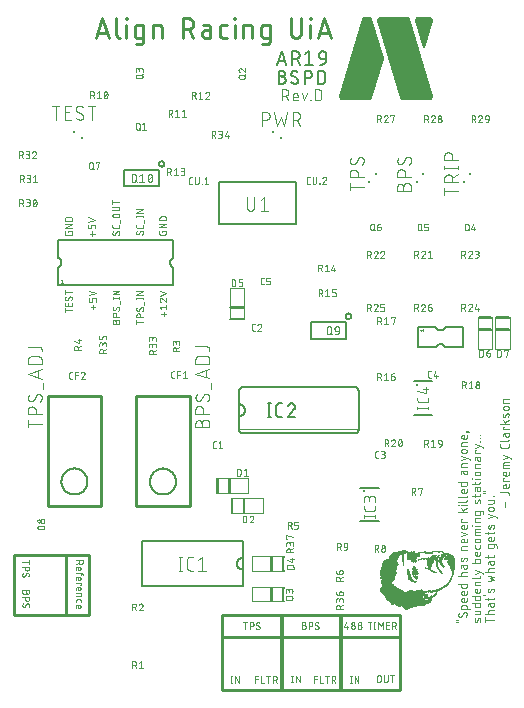
<source format=gto>
G04 EAGLE Gerber RS-274X export*
G75*
%MOMM*%
%FSLAX34Y34*%
%LPD*%
%INSilkscreen Top*%
%IPPOS*%
%AMOC8*
5,1,8,0,0,1.08239X$1,22.5*%
G01*
%ADD10C,0.050800*%
%ADD11C,0.279400*%
%ADD12C,0.076200*%
%ADD13C,0.177800*%
%ADD14C,0.200000*%
%ADD15R,0.008381X0.322581*%
%ADD16R,0.008381X0.500381*%
%ADD17R,0.008638X0.718819*%
%ADD18R,0.008381X0.822963*%
%ADD19R,0.008381X0.924563*%
%ADD20R,0.008638X0.980438*%
%ADD21R,0.008381X1.056638*%
%ADD22R,0.008381X1.117600*%
%ADD23R,0.008638X1.183638*%
%ADD24R,0.008381X1.236981*%
%ADD25R,0.008381X1.310638*%
%ADD26R,0.008638X1.346200*%
%ADD27R,0.008381X1.404619*%
%ADD28R,0.008381X1.437638*%
%ADD29R,0.008638X1.490981*%
%ADD30R,0.008381X1.524000*%
%ADD31R,0.008381X1.564638*%
%ADD32R,0.008638X1.600200*%
%ADD33R,0.008381X1.625600*%
%ADD34R,0.008381X1.658619*%
%ADD35R,0.008638X1.691638*%
%ADD36R,0.008381X1.727200*%
%ADD37R,0.008381X1.760219*%
%ADD38R,0.008638X1.778000*%
%ADD39R,0.008381X1.811019*%
%ADD40R,0.008381X1.846581*%
%ADD41R,0.008638X0.213363*%
%ADD42R,0.008638X1.389381*%
%ADD43R,0.008381X0.185419*%
%ADD44R,0.008381X1.287781*%
%ADD45R,0.008381X1.277619*%
%ADD46R,0.008638X0.177800*%
%ADD47R,0.008638X1.252219*%
%ADD48R,0.008381X0.177800*%
%ADD49R,0.008381X1.244600*%
%ADD50R,0.008381X0.167637*%
%ADD51R,0.008638X1.234438*%
%ADD52R,0.008381X0.170181*%
%ADD53R,0.008381X1.226819*%
%ADD54R,0.008381X1.229363*%
%ADD55R,0.008638X0.167637*%
%ADD56R,0.008638X1.219200*%
%ADD57R,0.008381X1.219200*%
%ADD58R,0.008381X0.162562*%
%ADD59R,0.008638X0.160019*%
%ADD60R,0.008638X1.193800*%
%ADD61R,0.008381X1.127763*%
%ADD62R,0.008381X0.152400*%
%ADD63R,0.008381X1.102363*%
%ADD64R,0.008638X1.084581*%
%ADD65R,0.008381X1.074419*%
%ADD66R,0.008381X1.066800*%
%ADD67R,0.008638X0.152400*%
%ADD68R,0.008638X1.056638*%
%ADD69R,0.008381X1.041400*%
%ADD70R,0.008381X0.144781*%
%ADD71R,0.008381X1.031238*%
%ADD72R,0.008638X1.033781*%
%ADD73R,0.008381X1.026163*%
%ADD74R,0.008381X1.023619*%
%ADD75R,0.008638X0.142238*%
%ADD76R,0.008638X1.008381*%
%ADD77R,0.008381X0.137162*%
%ADD78R,0.008381X0.998219*%
%ADD79R,0.008381X0.142238*%
%ADD80R,0.008638X0.144781*%
%ADD81R,0.008638X0.990600*%
%ADD82R,0.008381X0.134619*%
%ADD83R,0.008381X0.980438*%
%ADD84R,0.008381X0.261619*%
%ADD85R,0.008381X0.675638*%
%ADD86R,0.008638X0.134619*%
%ADD87R,0.008638X0.243838*%
%ADD88R,0.008638X0.670563*%
%ADD89R,0.008381X0.127000*%
%ADD90R,0.008381X0.228600*%
%ADD91R,0.008381X0.652781*%
%ADD92R,0.008381X0.210819*%
%ADD93R,0.008381X0.635000*%
%ADD94R,0.008638X0.127000*%
%ADD95R,0.008638X0.635000*%
%ADD96R,0.008381X0.119381*%
%ADD97R,0.008381X0.617219*%
%ADD98R,0.008381X0.116838*%
%ADD99R,0.008381X0.601981*%
%ADD100R,0.008638X0.119381*%
%ADD101R,0.008638X0.599438*%
%ADD102R,0.008381X0.584200*%
%ADD103R,0.008381X0.111763*%
%ADD104R,0.008638X0.101600*%
%ADD105R,0.008638X0.568963*%
%ADD106R,0.008381X0.568963*%
%ADD107R,0.008381X0.109219*%
%ADD108R,0.008381X0.558800*%
%ADD109R,0.008638X0.109219*%
%ADD110R,0.008638X0.116838*%
%ADD111R,0.008638X0.566419*%
%ADD112R,0.008381X0.101600*%
%ADD113R,0.008381X0.414019*%
%ADD114R,0.008381X0.406400*%
%ADD115R,0.008638X0.396238*%
%ADD116R,0.008381X0.086363*%
%ADD117R,0.008381X0.388619*%
%ADD118R,0.008381X0.066037*%
%ADD119R,0.008381X0.381000*%
%ADD120R,0.008638X0.091438*%
%ADD121R,0.008638X0.058419*%
%ADD122R,0.008638X0.381000*%
%ADD123R,0.008381X0.083819*%
%ADD124R,0.008381X0.043181*%
%ADD125R,0.008381X0.373381*%
%ADD126R,0.008638X0.093981*%
%ADD127R,0.008638X0.365762*%
%ADD128R,0.008381X0.091438*%
%ADD129R,0.008381X0.365762*%
%ADD130R,0.008381X0.093981*%
%ADD131R,0.008381X0.355600*%
%ADD132R,0.008638X0.347981*%
%ADD133R,0.008381X0.330200*%
%ADD134R,0.008638X0.086363*%
%ADD135R,0.008638X0.287019*%
%ADD136R,0.008381X0.220981*%
%ADD137R,0.008381X0.195581*%
%ADD138R,0.008638X0.195581*%
%ADD139R,0.008638X0.185419*%
%ADD140R,0.008638X0.203200*%
%ADD141R,0.008381X0.218438*%
%ADD142R,0.008638X0.025400*%
%ADD143R,0.008381X0.254000*%
%ADD144R,0.008381X0.243838*%
%ADD145R,0.008381X0.279400*%
%ADD146R,0.008638X0.236219*%
%ADD147R,0.008638X0.289563*%
%ADD148R,0.008381X0.297181*%
%ADD149R,0.008638X0.170181*%
%ADD150R,0.008638X0.330200*%
%ADD151R,0.008381X0.337819*%
%ADD152R,0.008638X0.043181*%
%ADD153R,0.008638X0.355600*%
%ADD154R,0.008381X0.363219*%
%ADD155R,0.008638X0.111763*%
%ADD156R,0.008638X0.373381*%
%ADD157R,0.008381X0.017781*%
%ADD158R,0.008381X0.076200*%
%ADD159R,0.008638X0.388619*%
%ADD160R,0.008381X0.160019*%
%ADD161R,0.008638X0.424181*%
%ADD162R,0.008381X0.441963*%
%ADD163R,0.008381X0.187963*%
%ADD164R,0.008381X0.203200*%
%ADD165R,0.008381X0.347981*%
%ADD166R,0.008381X0.058419*%
%ADD167R,0.008638X0.210819*%
%ADD168R,0.008638X0.050800*%
%ADD169R,0.008381X0.370838*%
%ADD170R,0.008381X0.050800*%
%ADD171R,0.008638X0.238763*%
%ADD172R,0.008638X0.398781*%
%ADD173R,0.008381X0.398781*%
%ADD174R,0.008381X0.040638*%
%ADD175R,0.008381X0.271781*%
%ADD176R,0.008381X0.424181*%
%ADD177R,0.008638X0.279400*%
%ADD178R,0.008638X0.439419*%
%ADD179R,0.008638X0.035563*%
%ADD180R,0.008381X0.294637*%
%ADD181R,0.008381X0.464819*%
%ADD182R,0.008381X0.068581*%
%ADD183R,0.008381X0.490219*%
%ADD184R,0.008381X0.033019*%
%ADD185R,0.008638X0.076200*%
%ADD186R,0.008638X0.975363*%
%ADD187R,0.008638X0.033019*%
%ADD188R,0.008381X0.947419*%
%ADD189R,0.008381X0.922019*%
%ADD190R,0.008381X0.025400*%
%ADD191R,0.008638X0.083819*%
%ADD192R,0.008638X0.881381*%
%ADD193R,0.008381X0.845819*%
%ADD194R,0.008381X0.812800*%
%ADD195R,0.008638X0.797563*%
%ADD196R,0.008381X0.777238*%
%ADD197R,0.008381X0.762000*%
%ADD198R,0.008638X0.744219*%
%ADD199R,0.008381X0.728981*%
%ADD200R,0.008381X0.711200*%
%ADD201R,0.008638X0.701037*%
%ADD202R,0.008381X0.678181*%
%ADD203R,0.008381X0.668019*%
%ADD204R,0.008638X0.645163*%
%ADD205R,0.008638X0.068581*%
%ADD206R,0.008381X0.609600*%
%ADD207R,0.008638X0.591819*%
%ADD208R,0.008381X0.548638*%
%ADD209R,0.008638X0.525781*%
%ADD210R,0.008381X0.508000*%
%ADD211R,0.008381X0.472438*%
%ADD212R,0.008638X0.449581*%
%ADD213R,0.008638X0.017781*%
%ADD214R,0.008638X0.060963*%
%ADD215R,0.008381X0.193038*%
%ADD216R,0.008381X0.060963*%
%ADD217R,0.008638X0.228600*%
%ADD218R,0.008381X0.238763*%
%ADD219R,0.008638X0.271781*%
%ADD220R,0.008381X0.878838*%
%ADD221R,0.008638X0.855981*%
%ADD222R,0.008381X0.269238*%
%ADD223R,0.008381X0.838200*%
%ADD224R,0.008381X0.805181*%
%ADD225R,0.008638X0.320038*%
%ADD226R,0.008638X0.787400*%
%ADD227R,0.008381X0.345438*%
%ADD228R,0.008381X0.751838*%
%ADD229R,0.008381X0.736600*%
%ADD230R,0.008638X0.370838*%
%ADD231R,0.008638X0.711200*%
%ADD232R,0.008381X0.685800*%
%ADD233R,0.008381X0.660400*%
%ADD234R,0.008638X0.414019*%
%ADD235R,0.008638X0.137162*%
%ADD236R,0.008381X0.015238*%
%ADD237R,0.008381X0.431800*%
%ADD238R,0.008381X0.457200*%
%ADD239R,0.008381X0.035563*%
%ADD240R,0.008638X0.490219*%
%ADD241R,0.008381X0.543563*%
%ADD242R,0.008381X0.591819*%
%ADD243R,0.008638X0.066037*%
%ADD244R,0.008638X0.617219*%
%ADD245R,0.008381X0.624838*%
%ADD246R,0.008381X0.645163*%
%ADD247R,0.008638X0.660400*%
%ADD248R,0.008381X0.627381*%
%ADD249R,0.008638X0.609600*%
%ADD250R,0.008638X0.650238*%
%ADD251R,0.008381X0.236219*%
%ADD252R,0.008638X0.246381*%
%ADD253R,0.008638X0.871219*%
%ADD254R,0.008381X0.881381*%
%ADD255R,0.008381X0.287019*%
%ADD256R,0.008381X0.899163*%
%ADD257R,0.008638X0.297181*%
%ADD258R,0.008638X0.924563*%
%ADD259R,0.008381X0.304800*%
%ADD260R,0.008381X0.939800*%
%ADD261R,0.008381X0.965200*%
%ADD262R,0.008638X0.312419*%
%ADD263R,0.008638X1.109981*%
%ADD264R,0.008381X0.312419*%
%ADD265R,0.008381X1.109981*%
%ADD266R,0.008381X1.099819*%
%ADD267R,0.008638X0.322581*%
%ADD268R,0.008638X1.092200*%
%ADD269R,0.008381X0.320038*%
%ADD270R,0.008381X1.084581*%
%ADD271R,0.008638X1.066800*%
%ADD272R,0.008638X0.340363*%
%ADD273R,0.008638X1.049019*%
%ADD274R,0.008381X1.049019*%
%ADD275R,0.008381X0.795019*%
%ADD276R,0.008638X0.337819*%
%ADD277R,0.008638X0.779781*%
%ADD278R,0.008381X0.340363*%
%ADD279R,0.008381X0.744219*%
%ADD280R,0.008638X0.736600*%
%ADD281R,0.008381X0.718819*%
%ADD282R,0.008638X0.345438*%
%ADD283R,0.008381X0.703581*%
%ADD284R,0.008381X0.693419*%
%ADD285R,0.008638X0.685800*%
%ADD286R,0.008381X0.670563*%
%ADD287R,0.008381X0.246381*%
%ADD288R,0.008638X0.304800*%
%ADD289R,0.008638X0.007619*%
%ADD290R,0.008381X0.396238*%
%ADD291R,0.008638X0.406400*%
%ADD292R,0.008638X0.441963*%
%ADD293R,0.008381X0.449581*%
%ADD294R,0.008638X0.652781*%
%ADD295R,0.008638X0.668019*%
%ADD296R,0.008638X0.703581*%
%ADD297R,0.008638X0.187963*%
%ADD298R,0.008638X0.193038*%
%ADD299R,0.008381X0.213363*%
%ADD300R,0.008638X0.939800*%
%ADD301R,0.008381X0.932181*%
%ADD302R,0.008638X0.922019*%
%ADD303R,0.008638X0.254000*%
%ADD304R,0.008381X0.914400*%
%ADD305R,0.008638X0.914400*%
%ADD306R,0.008638X0.294637*%
%ADD307R,0.008381X0.929638*%
%ADD308R,0.008638X0.929638*%
%ADD309R,0.008638X1.404619*%
%ADD310R,0.008381X1.412238*%
%ADD311R,0.008638X1.412238*%
%ADD312R,0.008381X1.397000*%
%ADD313R,0.008638X1.386838*%
%ADD314R,0.008381X1.379219*%
%ADD315R,0.008381X1.371600*%
%ADD316R,0.008638X1.353819*%
%ADD317R,0.008381X1.346200*%
%ADD318R,0.008381X1.320800*%
%ADD319R,0.008381X0.289563*%
%ADD320R,0.008638X1.310638*%
%ADD321R,0.008381X1.303019*%
%ADD322R,0.008638X1.303019*%
%ADD323R,0.008638X1.295400*%
%ADD324R,0.008381X1.295400*%
%ADD325R,0.008381X1.305562*%
%ADD326R,0.008638X1.305562*%
%ADD327R,0.008638X0.261619*%
%ADD328R,0.008638X0.492763*%
%ADD329R,0.008381X0.416563*%
%ADD330R,0.008381X0.518162*%
%ADD331R,0.008638X0.162562*%
%ADD332R,0.008638X0.533400*%
%ADD333R,0.008381X0.551181*%
%ADD334R,0.008381X0.566419*%
%ADD335R,0.008638X1.287781*%
%ADD336R,0.008638X0.574037*%
%ADD337R,0.008638X1.313181*%
%ADD338R,0.008638X0.675638*%
%ADD339R,0.008638X0.431800*%
%ADD340R,0.008381X1.313181*%
%ADD341R,0.008381X0.439419*%
%ADD342R,0.008638X1.328419*%
%ADD343R,0.008381X1.338581*%
%ADD344R,0.008638X0.802638*%
%ADD345R,0.008381X0.820419*%
%ADD346R,0.008638X1.379219*%
%ADD347R,0.008638X0.601981*%
%ADD348R,0.008638X0.828038*%
%ADD349R,0.008381X1.389381*%
%ADD350R,0.008638X1.397000*%
%ADD351R,0.008638X0.853438*%
%ADD352R,0.008381X0.533400*%
%ADD353R,0.008381X0.523238*%
%ADD354R,0.008638X1.422400*%
%ADD355R,0.008381X1.422400*%
%ADD356R,0.008638X1.430019*%
%ADD357R,0.008638X0.363219*%
%ADD358R,0.008381X1.430019*%
%ADD359R,0.008638X0.863600*%
%ADD360R,0.008381X0.863600*%
%ADD361R,0.008381X0.855981*%
%ADD362R,0.008638X0.220981*%
%ADD363R,0.008638X0.848363*%
%ADD364R,0.008381X1.440181*%
%ADD365R,0.008381X0.828038*%
%ADD366R,0.008638X1.440181*%
%ADD367R,0.008381X1.447800*%
%ADD368R,0.008638X1.447800*%
%ADD369R,0.008638X0.497838*%
%ADD370R,0.008381X0.482600*%
%ADD371R,0.008381X0.264163*%
%ADD372R,0.008638X1.455419*%
%ADD373R,0.008381X1.455419*%
%ADD374R,0.008638X1.465581*%
%ADD375R,0.008381X1.465581*%
%ADD376R,0.008381X1.473200*%
%ADD377R,0.008638X1.473200*%
%ADD378R,0.008381X1.480819*%
%ADD379R,0.008381X1.498600*%
%ADD380R,0.008381X1.506219*%
%ADD381R,0.008638X1.506219*%
%ADD382R,0.008381X1.513838*%
%ADD383R,0.008638X1.513838*%
%ADD384R,0.008638X0.474981*%
%ADD385R,0.008381X1.541781*%
%ADD386R,0.008638X1.541781*%
%ADD387R,0.008638X0.515619*%
%ADD388R,0.008638X0.543563*%
%ADD389R,0.008381X1.549400*%
%ADD390R,0.008381X0.541019*%
%ADD391R,0.008381X1.539238*%
%ADD392R,0.008638X1.549400*%
%ADD393R,0.008638X0.576581*%
%ADD394R,0.008638X0.627381*%
%ADD395R,0.008638X0.558800*%
%ADD396R,0.008381X1.432562*%
%ADD397R,0.008381X0.779781*%
%ADD398R,0.008638X1.480819*%
%ADD399R,0.008381X1.488438*%
%ADD400R,0.008381X0.701037*%
%ADD401R,0.008381X0.594363*%
%ADD402R,0.008638X1.498600*%
%ADD403R,0.008638X0.695963*%
%ADD404R,0.008381X1.516381*%
%ADD405R,0.008638X1.516381*%
%ADD406R,0.008381X0.497838*%
%ADD407R,0.008638X0.482600*%
%ADD408R,0.008381X0.642619*%
%ADD409R,0.008638X0.421637*%
%ADD410R,0.008638X1.488438*%
%ADD411R,0.008381X1.463037*%
%ADD412R,0.008638X1.432562*%
%ADD413R,0.008381X1.363981*%
%ADD414R,0.008381X1.328419*%
%ADD415R,0.008638X1.285238*%
%ADD416R,0.008638X0.314963*%
%ADD417R,0.008381X1.270000*%
%ADD418R,0.008638X1.270000*%
%ADD419R,0.008638X0.541019*%
%ADD420R,0.008381X1.092200*%
%ADD421R,0.008638X1.016000*%
%ADD422R,0.008381X0.982981*%
%ADD423R,0.008381X0.830581*%
%ADD424R,0.008381X0.787400*%
%ADD425R,0.008381X1.285238*%
%ADD426R,0.008381X1.336037*%
%ADD427R,0.008638X1.414781*%
%ADD428R,0.008381X1.457963*%
%ADD429R,0.008381X1.490981*%
%ADD430R,0.008638X1.524000*%
%ADD431R,0.008381X1.531619*%
%ADD432R,0.008381X1.559563*%
%ADD433R,0.008638X1.559563*%
%ADD434R,0.008638X0.551181*%
%ADD435R,0.008381X1.557019*%
%ADD436R,0.008638X1.557019*%
%ADD437R,0.008381X1.567181*%
%ADD438R,0.008638X1.567181*%
%ADD439R,0.008638X0.624838*%
%ADD440R,0.008638X1.564638*%
%ADD441R,0.008381X0.695963*%
%ADD442R,0.008638X1.407163*%
%ADD443R,0.008381X1.407163*%
%ADD444R,0.008381X1.414781*%
%ADD445R,0.008381X0.474981*%
%ADD446R,0.008381X2.141219*%
%ADD447R,0.008381X2.202181*%
%ADD448R,0.008638X2.227581*%
%ADD449R,0.008381X2.252981*%
%ADD450R,0.008381X2.260600*%
%ADD451R,0.008638X2.275838*%
%ADD452R,0.008381X1.574800*%
%ADD453R,0.008381X2.286000*%
%ADD454R,0.008381X2.293619*%
%ADD455R,0.008638X1.584963*%
%ADD456R,0.008638X2.303781*%
%ADD457R,0.008381X1.592581*%
%ADD458R,0.008381X2.296163*%
%ADD459R,0.008381X1.600200*%
%ADD460R,0.008381X2.311400*%
%ADD461R,0.008638X1.607819*%
%ADD462R,0.008638X2.301238*%
%ADD463R,0.008381X1.607819*%
%ADD464R,0.008381X2.303781*%
%ADD465R,0.008638X1.633219*%
%ADD466R,0.008638X2.311400*%
%ADD467R,0.008381X1.633219*%
%ADD468R,0.008381X1.651000*%
%ADD469R,0.008638X1.661163*%
%ADD470R,0.008381X1.661163*%
%ADD471R,0.008381X1.668781*%
%ADD472R,0.008381X2.301238*%
%ADD473R,0.008638X1.676400*%
%ADD474R,0.008381X1.684019*%
%ADD475R,0.008638X1.694181*%
%ADD476R,0.008381X1.701800*%
%ADD477R,0.008381X1.717037*%
%ADD478R,0.008381X2.319019*%
%ADD479R,0.008638X1.717037*%
%ADD480R,0.008638X2.321563*%
%ADD481R,0.008381X2.336800*%
%ADD482R,0.008381X1.734819*%
%ADD483R,0.008638X1.734819*%
%ADD484R,0.008638X2.344419*%
%ADD485R,0.008381X1.752600*%
%ADD486R,0.008381X2.362200*%
%ADD487R,0.008381X1.770381*%
%ADD488R,0.008381X2.379981*%
%ADD489R,0.008638X1.795781*%
%ADD490R,0.008638X2.402837*%
%ADD491R,0.008381X4.234181*%
%ADD492R,0.008638X4.216400*%
%ADD493R,0.008381X4.206238*%
%ADD494R,0.008381X4.191000*%
%ADD495R,0.008638X4.183381*%
%ADD496R,0.008381X4.165600*%
%ADD497R,0.008381X4.147819*%
%ADD498R,0.008638X4.132581*%
%ADD499R,0.008381X4.122419*%
%ADD500R,0.008381X4.089400*%
%ADD501R,0.008638X4.028437*%
%ADD502R,0.008381X3.987800*%
%ADD503R,0.008381X3.962400*%
%ADD504R,0.008638X3.954781*%
%ADD505R,0.008381X3.937000*%
%ADD506R,0.008381X3.919219*%
%ADD507R,0.008638X3.903981*%
%ADD508R,0.008381X3.893819*%
%ADD509R,0.008381X3.886200*%
%ADD510R,0.008638X3.868419*%
%ADD511R,0.008381X3.845563*%
%ADD512R,0.008381X3.820163*%
%ADD513R,0.008638X3.700781*%
%ADD514R,0.008381X3.683000*%
%ADD515R,0.008381X3.667763*%
%ADD516R,0.008638X3.647438*%
%ADD517R,0.008381X3.639819*%
%ADD518R,0.008381X3.632200*%
%ADD519R,0.008638X3.622038*%
%ADD520R,0.008381X3.614419*%
%ADD521R,0.008381X3.606800*%
%ADD522R,0.008638X3.599181*%
%ADD523R,0.008381X3.591563*%
%ADD524R,0.008381X3.581400*%
%ADD525R,0.008638X3.581400*%
%ADD526R,0.008381X3.571238*%
%ADD527R,0.008381X3.563619*%
%ADD528R,0.008638X3.548381*%
%ADD529R,0.008381X3.538219*%
%ADD530R,0.008381X3.530600*%
%ADD531R,0.008638X3.522981*%
%ADD532R,0.008381X3.515363*%
%ADD533R,0.008381X3.495038*%
%ADD534R,0.008638X3.487419*%
%ADD535R,0.008381X3.479800*%
%ADD536R,0.008381X3.469638*%
%ADD537R,0.008638X3.462019*%
%ADD538R,0.008381X3.446781*%
%ADD539R,0.008381X3.429000*%
%ADD540R,0.008638X3.413763*%
%ADD541R,0.008381X3.395981*%
%ADD542R,0.008381X3.368038*%
%ADD543R,0.008638X3.352800*%
%ADD544R,0.008381X3.327400*%
%ADD545R,0.008381X3.284219*%
%ADD546R,0.008638X3.243581*%
%ADD547R,0.008381X3.210562*%
%ADD548R,0.008381X3.185163*%
%ADD549R,0.008638X3.149600*%
%ADD550R,0.008381X3.124200*%
%ADD551R,0.008381X3.106419*%
%ADD552R,0.008638X3.073400*%
%ADD553R,0.008381X3.065781*%
%ADD554R,0.008381X3.040381*%
%ADD555R,0.008638X3.022600*%
%ADD556R,0.008381X2.997200*%
%ADD557R,0.008381X2.979419*%
%ADD558R,0.008638X2.964181*%
%ADD559R,0.008381X2.946400*%
%ADD560R,0.008381X2.921000*%
%ADD561R,0.008638X2.910837*%
%ADD562R,0.008381X2.895600*%
%ADD563R,0.008381X2.880362*%
%ADD564R,0.008638X2.852419*%
%ADD565R,0.008381X2.844800*%
%ADD566R,0.008381X2.837181*%
%ADD567R,0.008638X2.809238*%
%ADD568R,0.008381X2.801619*%
%ADD569R,0.008381X2.786381*%
%ADD570R,0.008638X2.758438*%
%ADD571R,0.008381X2.743200*%
%ADD572R,0.008381X2.735581*%
%ADD573R,0.008638X2.710181*%
%ADD574R,0.008381X2.682238*%
%ADD575R,0.008381X2.674619*%
%ADD576R,0.008638X2.656837*%
%ADD577R,0.008381X2.623819*%
%ADD578R,0.008381X2.590800*%
%ADD579R,0.008638X2.550163*%
%ADD580R,0.008381X2.504438*%
%ADD581R,0.008381X2.479038*%
%ADD582R,0.008638X2.430781*%
%ADD583R,0.008381X2.395219*%
%ADD584R,0.008381X1.635763*%
%ADD585R,0.008638X1.592581*%
%ADD586R,0.008381X0.574037*%
%ADD587R,0.008381X0.421637*%
%ADD588R,0.008381X1.059181*%
%ADD589R,0.008381X0.972819*%
%ADD590R,0.008381X0.492763*%
%ADD591R,0.008638X0.464819*%
%ADD592R,0.008638X0.906781*%
%ADD593R,0.008381X0.848363*%
%ADD594R,0.008638X0.812800*%
%ADD595R,0.008638X0.457200*%
%ADD596C,0.127000*%
%ADD597C,0.250000*%
%ADD598R,0.200000X0.200000*%
%ADD599C,0.101600*%
%ADD600C,0.254000*%
%ADD601C,0.152400*%
%ADD602C,0.050000*%
%ADD603C,0.200000*%
%ADD604C,0.203200*%
%ADD605C,0.025400*%

G36*
X370455Y507134D02*
X370455Y507134D01*
X370478Y507132D01*
X370843Y507162D01*
X370872Y507170D01*
X370912Y507173D01*
X371218Y507241D01*
X371244Y507253D01*
X371281Y507260D01*
X371576Y507368D01*
X371600Y507383D01*
X371636Y507395D01*
X371914Y507541D01*
X371937Y507560D01*
X371973Y507578D01*
X372270Y507792D01*
X372293Y507817D01*
X372331Y507844D01*
X372627Y508140D01*
X372647Y508170D01*
X372682Y508205D01*
X372923Y508547D01*
X372937Y508578D01*
X372964Y508616D01*
X373124Y508945D01*
X373133Y508978D01*
X373154Y509020D01*
X373274Y509421D01*
X373277Y509455D01*
X373291Y509501D01*
X373338Y509864D01*
X373335Y509897D01*
X373342Y509941D01*
X373332Y510307D01*
X373324Y510339D01*
X373324Y510383D01*
X373258Y510743D01*
X373250Y510765D01*
X373246Y510794D01*
X354138Y576011D01*
X354131Y576023D01*
X354128Y576041D01*
X354021Y576336D01*
X354006Y576360D01*
X353995Y576394D01*
X353851Y576673D01*
X353834Y576695D01*
X353818Y576728D01*
X353640Y576986D01*
X353620Y577006D01*
X353600Y577037D01*
X353390Y577270D01*
X353370Y577285D01*
X353349Y577311D01*
X353152Y577484D01*
X353130Y577497D01*
X353106Y577520D01*
X352847Y577698D01*
X352821Y577709D01*
X352792Y577731D01*
X352512Y577874D01*
X352486Y577882D01*
X352453Y577900D01*
X352158Y578006D01*
X352130Y578010D01*
X352095Y578024D01*
X351789Y578091D01*
X351763Y578091D01*
X351730Y578100D01*
X351470Y578125D01*
X351449Y578123D01*
X351422Y578127D01*
X329380Y578129D01*
X329366Y578126D01*
X329349Y578128D01*
X329036Y578109D01*
X329011Y578102D01*
X328978Y578102D01*
X328720Y578055D01*
X328698Y578046D01*
X328668Y578042D01*
X328417Y577968D01*
X328396Y577957D01*
X328366Y577950D01*
X328124Y577849D01*
X328105Y577836D01*
X328076Y577825D01*
X327847Y577699D01*
X327828Y577683D01*
X327801Y577670D01*
X327587Y577519D01*
X327569Y577501D01*
X327541Y577483D01*
X327307Y577273D01*
X327292Y577252D01*
X327266Y577231D01*
X327093Y577035D01*
X327080Y577013D01*
X327057Y576989D01*
X326879Y576730D01*
X326869Y576707D01*
X326848Y576680D01*
X326726Y576449D01*
X326719Y576426D01*
X326703Y576400D01*
X326606Y576157D01*
X326602Y576134D01*
X326589Y576106D01*
X326519Y575854D01*
X326517Y575830D01*
X326507Y575801D01*
X326465Y575543D01*
X326466Y575519D01*
X326459Y575488D01*
X326446Y575227D01*
X326449Y575203D01*
X326446Y575173D01*
X326460Y574911D01*
X326467Y574886D01*
X326467Y574853D01*
X326522Y574543D01*
X326531Y574521D01*
X326534Y574490D01*
X345667Y509226D01*
X345673Y509213D01*
X345676Y509196D01*
X345784Y508901D01*
X345798Y508877D01*
X345810Y508841D01*
X345955Y508562D01*
X345972Y508542D01*
X345986Y508511D01*
X346134Y508295D01*
X346153Y508277D01*
X346171Y508248D01*
X346378Y508012D01*
X346400Y507995D01*
X346424Y507966D01*
X346660Y507759D01*
X346684Y507745D01*
X346711Y507720D01*
X346972Y507545D01*
X346996Y507535D01*
X347023Y507515D01*
X347256Y507396D01*
X347281Y507389D01*
X347310Y507373D01*
X347604Y507264D01*
X347632Y507259D01*
X347666Y507245D01*
X347972Y507175D01*
X348000Y507175D01*
X348035Y507165D01*
X348347Y507135D01*
X348369Y507137D01*
X348396Y507132D01*
X370438Y507131D01*
X370455Y507134D01*
G37*
G36*
X319267Y507131D02*
X319267Y507131D01*
X319284Y507135D01*
X319305Y507133D01*
X319566Y507153D01*
X319587Y507159D01*
X319614Y507159D01*
X319820Y507195D01*
X319840Y507203D01*
X319868Y507206D01*
X320120Y507276D01*
X320139Y507285D01*
X320166Y507291D01*
X320361Y507366D01*
X320379Y507377D01*
X320405Y507385D01*
X320639Y507503D01*
X320656Y507516D01*
X320681Y507526D01*
X320858Y507637D01*
X320872Y507651D01*
X320894Y507662D01*
X321061Y507788D01*
X321075Y507804D01*
X321098Y507818D01*
X321290Y507995D01*
X321304Y508014D01*
X321328Y508033D01*
X321501Y508230D01*
X321513Y508252D01*
X321537Y508276D01*
X321715Y508534D01*
X321726Y508560D01*
X321748Y508590D01*
X321892Y508869D01*
X321899Y508894D01*
X321916Y508923D01*
X322007Y509168D01*
X322009Y509184D01*
X322018Y509202D01*
X331748Y542413D01*
X331753Y542472D01*
X331768Y542529D01*
X331762Y542577D01*
X331765Y542611D01*
X331754Y542645D01*
X331748Y542694D01*
X321975Y576002D01*
X321969Y576012D01*
X321967Y576026D01*
X321863Y576322D01*
X321850Y576344D01*
X321841Y576377D01*
X321726Y576612D01*
X321711Y576631D01*
X321699Y576659D01*
X321559Y576880D01*
X321543Y576898D01*
X321528Y576925D01*
X321365Y577129D01*
X321345Y577146D01*
X321325Y577174D01*
X321102Y577394D01*
X321100Y577396D01*
X321098Y577397D01*
X321080Y577408D01*
X321057Y577433D01*
X320851Y577594D01*
X320829Y577604D01*
X320806Y577625D01*
X320583Y577762D01*
X320561Y577770D01*
X320536Y577788D01*
X320300Y577900D01*
X320276Y577906D01*
X320250Y577920D01*
X320003Y578006D01*
X319977Y578010D01*
X319945Y578023D01*
X319639Y578090D01*
X319611Y578090D01*
X319575Y578100D01*
X319262Y578127D01*
X319243Y578125D01*
X319219Y578129D01*
X316235Y578129D01*
X316218Y578126D01*
X316197Y578128D01*
X315832Y578100D01*
X315801Y578091D01*
X315757Y578089D01*
X315401Y578007D01*
X315369Y577992D01*
X315323Y577982D01*
X314936Y577824D01*
X314908Y577805D01*
X314864Y577787D01*
X314552Y577596D01*
X314529Y577574D01*
X314492Y577552D01*
X314212Y577316D01*
X314191Y577289D01*
X314155Y577260D01*
X313882Y576942D01*
X313866Y576913D01*
X313835Y576878D01*
X313644Y576565D01*
X313632Y576534D01*
X313608Y576494D01*
X313449Y576107D01*
X313445Y576085D01*
X313432Y576058D01*
X294322Y510842D01*
X294320Y510828D01*
X294314Y510811D01*
X294256Y510556D01*
X294256Y510535D01*
X294248Y510508D01*
X294222Y510301D01*
X294223Y510279D01*
X294218Y510252D01*
X294211Y509990D01*
X294215Y509968D01*
X294213Y509940D01*
X294228Y509732D01*
X294233Y509713D01*
X294233Y509688D01*
X294267Y509481D01*
X294275Y509461D01*
X294277Y509433D01*
X294345Y509180D01*
X294354Y509161D01*
X294359Y509134D01*
X294433Y508938D01*
X294440Y508927D01*
X294442Y508918D01*
X294447Y508911D01*
X294452Y508893D01*
X294567Y508658D01*
X294581Y508640D01*
X294593Y508612D01*
X294733Y508390D01*
X294747Y508375D01*
X294760Y508351D01*
X294888Y508185D01*
X294904Y508172D01*
X294919Y508149D01*
X295098Y507958D01*
X295116Y507946D01*
X295133Y507925D01*
X295290Y507787D01*
X295309Y507776D01*
X295328Y507757D01*
X295540Y507604D01*
X295560Y507595D01*
X295581Y507577D01*
X295762Y507472D01*
X295783Y507465D01*
X295806Y507450D01*
X296044Y507341D01*
X296065Y507336D01*
X296090Y507323D01*
X296288Y507255D01*
X296311Y507252D01*
X296340Y507240D01*
X296646Y507172D01*
X296677Y507171D01*
X296716Y507162D01*
X297081Y507132D01*
X297098Y507134D01*
X297120Y507131D01*
X319267Y507131D01*
G37*
G36*
X365996Y550901D02*
X365996Y550901D01*
X366054Y550898D01*
X366094Y550912D01*
X366136Y550917D01*
X366186Y550946D01*
X366241Y550966D01*
X366272Y550995D01*
X366309Y551016D01*
X366344Y551062D01*
X366386Y551101D01*
X366408Y551146D01*
X366429Y551174D01*
X366438Y551208D01*
X366459Y551251D01*
X373235Y574365D01*
X373236Y574380D01*
X373243Y574397D01*
X373300Y574653D01*
X373300Y574676D01*
X373308Y574705D01*
X373338Y574966D01*
X373336Y574989D01*
X373341Y575019D01*
X373342Y575281D01*
X373337Y575305D01*
X373339Y575335D01*
X373311Y575596D01*
X373303Y575622D01*
X373300Y575660D01*
X373215Y576016D01*
X373202Y576045D01*
X373192Y576087D01*
X373054Y576426D01*
X373037Y576453D01*
X373021Y576493D01*
X372835Y576808D01*
X372812Y576833D01*
X372789Y576873D01*
X372522Y577194D01*
X372499Y577213D01*
X372492Y577223D01*
X372488Y577226D01*
X372466Y577252D01*
X372191Y577492D01*
X372163Y577508D01*
X372131Y577537D01*
X371822Y577734D01*
X371791Y577746D01*
X371754Y577770D01*
X371419Y577918D01*
X371387Y577925D01*
X371347Y577943D01*
X370993Y578037D01*
X370959Y578039D01*
X370913Y578052D01*
X370496Y578092D01*
X370475Y578090D01*
X370448Y578094D01*
X361546Y578095D01*
X361535Y578092D01*
X361520Y578094D01*
X361259Y578080D01*
X361236Y578074D01*
X361206Y578075D01*
X360948Y578033D01*
X360925Y578025D01*
X360895Y578022D01*
X360642Y577953D01*
X360621Y577942D01*
X360591Y577935D01*
X360347Y577839D01*
X360327Y577826D01*
X360298Y577816D01*
X360066Y577694D01*
X360048Y577679D01*
X360020Y577666D01*
X359803Y577520D01*
X359787Y577503D01*
X359760Y577487D01*
X359561Y577319D01*
X359546Y577300D01*
X359522Y577282D01*
X359341Y577093D01*
X359329Y577073D01*
X359307Y577053D01*
X359147Y576845D01*
X359136Y576823D01*
X359114Y576797D01*
X358953Y576528D01*
X358944Y576504D01*
X358926Y576476D01*
X358818Y576238D01*
X358813Y576215D01*
X358799Y576188D01*
X358718Y575939D01*
X358715Y575916D01*
X358704Y575887D01*
X358650Y575631D01*
X358650Y575607D01*
X358641Y575578D01*
X358615Y575317D01*
X358618Y575293D01*
X358613Y575263D01*
X358616Y575001D01*
X358621Y574978D01*
X358619Y574947D01*
X358650Y574687D01*
X358658Y574663D01*
X358660Y574630D01*
X358733Y574325D01*
X358738Y574314D01*
X358739Y574300D01*
X365501Y551251D01*
X365528Y551200D01*
X365546Y551145D01*
X365574Y551113D01*
X365594Y551075D01*
X365638Y551039D01*
X365677Y550995D01*
X365715Y550976D01*
X365748Y550950D01*
X365803Y550933D01*
X365855Y550908D01*
X365898Y550906D01*
X365939Y550894D01*
X365996Y550901D01*
G37*
D10*
X202979Y19515D02*
X202979Y13673D01*
X202330Y13673D02*
X203628Y13673D01*
X203628Y19515D02*
X202330Y19515D01*
X206118Y19515D02*
X206118Y13673D01*
X209364Y13673D02*
X206118Y19515D01*
X209364Y19515D02*
X209364Y13673D01*
X223097Y13773D02*
X223097Y19615D01*
X225693Y19615D01*
X225693Y17018D02*
X223097Y17018D01*
X228050Y19615D02*
X228050Y13773D01*
X230646Y13773D01*
X234043Y13773D02*
X234043Y19615D01*
X235665Y19615D02*
X232420Y19615D01*
X237981Y19615D02*
X237981Y13773D01*
X237981Y19615D02*
X239604Y19615D01*
X239684Y19613D01*
X239763Y19607D01*
X239842Y19597D01*
X239921Y19584D01*
X239998Y19566D01*
X240075Y19545D01*
X240151Y19520D01*
X240225Y19491D01*
X240298Y19459D01*
X240369Y19423D01*
X240438Y19384D01*
X240506Y19341D01*
X240571Y19296D01*
X240634Y19247D01*
X240694Y19195D01*
X240752Y19140D01*
X240807Y19082D01*
X240859Y19022D01*
X240908Y18959D01*
X240953Y18894D01*
X240996Y18826D01*
X241035Y18757D01*
X241071Y18686D01*
X241103Y18613D01*
X241132Y18539D01*
X241157Y18463D01*
X241178Y18386D01*
X241196Y18309D01*
X241209Y18230D01*
X241219Y18151D01*
X241225Y18072D01*
X241227Y17992D01*
X241225Y17912D01*
X241219Y17833D01*
X241209Y17754D01*
X241196Y17675D01*
X241178Y17598D01*
X241157Y17521D01*
X241132Y17445D01*
X241103Y17371D01*
X241071Y17298D01*
X241035Y17227D01*
X240996Y17158D01*
X240953Y17090D01*
X240908Y17025D01*
X240859Y16962D01*
X240807Y16902D01*
X240752Y16844D01*
X240694Y16789D01*
X240634Y16737D01*
X240571Y16688D01*
X240506Y16643D01*
X240438Y16600D01*
X240369Y16561D01*
X240298Y16525D01*
X240225Y16493D01*
X240151Y16464D01*
X240075Y16439D01*
X239998Y16418D01*
X239921Y16400D01*
X239842Y16387D01*
X239763Y16377D01*
X239684Y16371D01*
X239604Y16369D01*
X237981Y16369D01*
X239928Y16369D02*
X241227Y13773D01*
X272820Y13973D02*
X272820Y19815D01*
X275416Y19815D01*
X275416Y17218D02*
X272820Y17218D01*
X277773Y19815D02*
X277773Y13973D01*
X280369Y13973D01*
X283766Y13973D02*
X283766Y19815D01*
X282143Y19815D02*
X285389Y19815D01*
X287704Y19815D02*
X287704Y13973D01*
X287704Y19815D02*
X289327Y19815D01*
X289407Y19813D01*
X289486Y19807D01*
X289565Y19797D01*
X289644Y19784D01*
X289721Y19766D01*
X289798Y19745D01*
X289874Y19720D01*
X289948Y19691D01*
X290021Y19659D01*
X290092Y19623D01*
X290161Y19584D01*
X290229Y19541D01*
X290294Y19496D01*
X290357Y19447D01*
X290417Y19395D01*
X290475Y19340D01*
X290530Y19282D01*
X290582Y19222D01*
X290631Y19159D01*
X290676Y19094D01*
X290719Y19026D01*
X290758Y18957D01*
X290794Y18886D01*
X290826Y18813D01*
X290855Y18739D01*
X290880Y18663D01*
X290901Y18586D01*
X290919Y18509D01*
X290932Y18430D01*
X290942Y18351D01*
X290948Y18272D01*
X290950Y18192D01*
X290948Y18112D01*
X290942Y18033D01*
X290932Y17954D01*
X290919Y17875D01*
X290901Y17798D01*
X290880Y17721D01*
X290855Y17645D01*
X290826Y17571D01*
X290794Y17498D01*
X290758Y17427D01*
X290719Y17358D01*
X290676Y17290D01*
X290631Y17225D01*
X290582Y17162D01*
X290530Y17102D01*
X290475Y17044D01*
X290417Y16989D01*
X290357Y16937D01*
X290294Y16888D01*
X290229Y16843D01*
X290161Y16800D01*
X290092Y16761D01*
X290021Y16725D01*
X289948Y16693D01*
X289874Y16664D01*
X289798Y16639D01*
X289721Y16618D01*
X289644Y16600D01*
X289565Y16587D01*
X289486Y16577D01*
X289407Y16571D01*
X289327Y16569D01*
X287704Y16569D01*
X289652Y16569D02*
X290950Y13973D01*
X254263Y14296D02*
X254263Y20138D01*
X253614Y14296D02*
X254912Y14296D01*
X254912Y20138D02*
X253614Y20138D01*
X257403Y20138D02*
X257403Y14296D01*
X260648Y14296D02*
X257403Y20138D01*
X260648Y20138D02*
X260648Y14296D01*
X304094Y14150D02*
X304094Y19992D01*
X303445Y14150D02*
X304743Y14150D01*
X304743Y19992D02*
X303445Y19992D01*
X307233Y19992D02*
X307233Y14150D01*
X310479Y14150D02*
X307233Y19992D01*
X310479Y19992D02*
X310479Y14150D01*
X326101Y16249D02*
X326101Y18846D01*
X326100Y18846D02*
X326102Y18926D01*
X326108Y19005D01*
X326118Y19084D01*
X326131Y19163D01*
X326149Y19240D01*
X326170Y19317D01*
X326195Y19393D01*
X326224Y19467D01*
X326256Y19540D01*
X326292Y19611D01*
X326331Y19680D01*
X326374Y19748D01*
X326419Y19813D01*
X326468Y19876D01*
X326520Y19936D01*
X326575Y19994D01*
X326633Y20049D01*
X326693Y20101D01*
X326756Y20150D01*
X326821Y20195D01*
X326889Y20238D01*
X326958Y20277D01*
X327029Y20313D01*
X327102Y20345D01*
X327176Y20374D01*
X327252Y20399D01*
X327329Y20420D01*
X327406Y20438D01*
X327485Y20451D01*
X327564Y20461D01*
X327643Y20467D01*
X327723Y20469D01*
X327803Y20467D01*
X327882Y20461D01*
X327961Y20451D01*
X328040Y20438D01*
X328117Y20420D01*
X328194Y20399D01*
X328270Y20374D01*
X328344Y20345D01*
X328417Y20313D01*
X328488Y20277D01*
X328557Y20238D01*
X328625Y20195D01*
X328690Y20150D01*
X328753Y20101D01*
X328813Y20049D01*
X328871Y19994D01*
X328926Y19936D01*
X328978Y19876D01*
X329027Y19813D01*
X329072Y19748D01*
X329115Y19680D01*
X329154Y19611D01*
X329190Y19540D01*
X329222Y19467D01*
X329251Y19393D01*
X329276Y19317D01*
X329297Y19240D01*
X329315Y19163D01*
X329328Y19084D01*
X329338Y19005D01*
X329344Y18926D01*
X329346Y18846D01*
X329346Y16249D01*
X329344Y16169D01*
X329338Y16090D01*
X329328Y16011D01*
X329315Y15932D01*
X329297Y15855D01*
X329276Y15778D01*
X329251Y15702D01*
X329222Y15628D01*
X329190Y15555D01*
X329154Y15484D01*
X329115Y15415D01*
X329072Y15347D01*
X329027Y15282D01*
X328978Y15219D01*
X328926Y15159D01*
X328871Y15101D01*
X328813Y15046D01*
X328753Y14994D01*
X328690Y14945D01*
X328625Y14900D01*
X328557Y14857D01*
X328488Y14818D01*
X328417Y14782D01*
X328344Y14750D01*
X328270Y14721D01*
X328194Y14696D01*
X328117Y14675D01*
X328040Y14657D01*
X327961Y14644D01*
X327882Y14634D01*
X327803Y14628D01*
X327723Y14626D01*
X327643Y14628D01*
X327564Y14634D01*
X327485Y14644D01*
X327406Y14657D01*
X327329Y14675D01*
X327252Y14696D01*
X327176Y14721D01*
X327102Y14750D01*
X327029Y14782D01*
X326958Y14818D01*
X326889Y14857D01*
X326821Y14900D01*
X326756Y14945D01*
X326693Y14994D01*
X326633Y15046D01*
X326575Y15101D01*
X326520Y15159D01*
X326468Y15219D01*
X326419Y15282D01*
X326374Y15347D01*
X326331Y15415D01*
X326292Y15484D01*
X326256Y15555D01*
X326224Y15628D01*
X326195Y15702D01*
X326170Y15778D01*
X326149Y15855D01*
X326131Y15932D01*
X326118Y16011D01*
X326108Y16090D01*
X326102Y16169D01*
X326100Y16249D01*
X332006Y16249D02*
X332006Y20468D01*
X332006Y16249D02*
X332008Y16169D01*
X332014Y16090D01*
X332024Y16011D01*
X332037Y15932D01*
X332055Y15855D01*
X332076Y15778D01*
X332101Y15702D01*
X332130Y15628D01*
X332162Y15555D01*
X332198Y15484D01*
X332237Y15415D01*
X332280Y15347D01*
X332325Y15282D01*
X332374Y15219D01*
X332426Y15159D01*
X332481Y15101D01*
X332539Y15046D01*
X332599Y14994D01*
X332662Y14945D01*
X332727Y14900D01*
X332795Y14857D01*
X332864Y14818D01*
X332935Y14782D01*
X333008Y14750D01*
X333082Y14721D01*
X333158Y14696D01*
X333235Y14675D01*
X333312Y14657D01*
X333391Y14644D01*
X333470Y14634D01*
X333549Y14628D01*
X333629Y14626D01*
X333709Y14628D01*
X333788Y14634D01*
X333867Y14644D01*
X333946Y14657D01*
X334023Y14675D01*
X334100Y14696D01*
X334176Y14721D01*
X334250Y14750D01*
X334323Y14782D01*
X334394Y14818D01*
X334463Y14857D01*
X334531Y14900D01*
X334596Y14945D01*
X334659Y14994D01*
X334719Y15046D01*
X334777Y15101D01*
X334832Y15159D01*
X334884Y15219D01*
X334933Y15282D01*
X334978Y15347D01*
X335021Y15415D01*
X335060Y15484D01*
X335096Y15555D01*
X335128Y15628D01*
X335157Y15702D01*
X335182Y15778D01*
X335203Y15855D01*
X335221Y15932D01*
X335234Y16011D01*
X335244Y16090D01*
X335250Y16169D01*
X335252Y16249D01*
X335252Y20468D01*
X339153Y20468D02*
X339153Y14626D01*
X337531Y20468D02*
X340776Y20468D01*
X298432Y60971D02*
X299731Y65515D01*
X298432Y60971D02*
X301678Y60971D01*
X300704Y62269D02*
X300704Y59673D01*
X304147Y61296D02*
X304149Y61376D01*
X304155Y61455D01*
X304165Y61534D01*
X304178Y61613D01*
X304196Y61690D01*
X304217Y61767D01*
X304242Y61843D01*
X304271Y61917D01*
X304303Y61990D01*
X304339Y62061D01*
X304378Y62130D01*
X304421Y62198D01*
X304466Y62263D01*
X304515Y62326D01*
X304567Y62386D01*
X304622Y62444D01*
X304680Y62499D01*
X304740Y62551D01*
X304803Y62600D01*
X304868Y62645D01*
X304936Y62688D01*
X305005Y62727D01*
X305076Y62763D01*
X305149Y62795D01*
X305223Y62824D01*
X305299Y62849D01*
X305376Y62870D01*
X305453Y62888D01*
X305532Y62901D01*
X305611Y62911D01*
X305690Y62917D01*
X305770Y62919D01*
X305850Y62917D01*
X305929Y62911D01*
X306008Y62901D01*
X306087Y62888D01*
X306164Y62870D01*
X306241Y62849D01*
X306317Y62824D01*
X306391Y62795D01*
X306464Y62763D01*
X306535Y62727D01*
X306604Y62688D01*
X306672Y62645D01*
X306737Y62600D01*
X306800Y62551D01*
X306860Y62499D01*
X306918Y62444D01*
X306973Y62386D01*
X307025Y62326D01*
X307074Y62263D01*
X307119Y62198D01*
X307162Y62130D01*
X307201Y62061D01*
X307237Y61990D01*
X307269Y61917D01*
X307298Y61843D01*
X307323Y61767D01*
X307344Y61690D01*
X307362Y61613D01*
X307375Y61534D01*
X307385Y61455D01*
X307391Y61376D01*
X307393Y61296D01*
X307391Y61216D01*
X307385Y61137D01*
X307375Y61058D01*
X307362Y60979D01*
X307344Y60902D01*
X307323Y60825D01*
X307298Y60749D01*
X307269Y60675D01*
X307237Y60602D01*
X307201Y60531D01*
X307162Y60462D01*
X307119Y60394D01*
X307074Y60329D01*
X307025Y60266D01*
X306973Y60206D01*
X306918Y60148D01*
X306860Y60093D01*
X306800Y60041D01*
X306737Y59992D01*
X306672Y59947D01*
X306604Y59904D01*
X306535Y59865D01*
X306464Y59829D01*
X306391Y59797D01*
X306317Y59768D01*
X306241Y59743D01*
X306164Y59722D01*
X306087Y59704D01*
X306008Y59691D01*
X305929Y59681D01*
X305850Y59675D01*
X305770Y59673D01*
X305690Y59675D01*
X305611Y59681D01*
X305532Y59691D01*
X305453Y59704D01*
X305376Y59722D01*
X305299Y59743D01*
X305223Y59768D01*
X305149Y59797D01*
X305076Y59829D01*
X305005Y59865D01*
X304936Y59904D01*
X304868Y59947D01*
X304803Y59992D01*
X304740Y60041D01*
X304680Y60093D01*
X304622Y60148D01*
X304567Y60206D01*
X304515Y60266D01*
X304466Y60329D01*
X304421Y60394D01*
X304378Y60462D01*
X304339Y60531D01*
X304303Y60602D01*
X304271Y60675D01*
X304242Y60749D01*
X304217Y60825D01*
X304196Y60902D01*
X304178Y60979D01*
X304165Y61058D01*
X304155Y61137D01*
X304149Y61216D01*
X304147Y61296D01*
X304472Y64217D02*
X304474Y64287D01*
X304480Y64357D01*
X304489Y64427D01*
X304502Y64496D01*
X304519Y64564D01*
X304540Y64631D01*
X304564Y64697D01*
X304592Y64762D01*
X304623Y64825D01*
X304658Y64886D01*
X304696Y64945D01*
X304737Y65003D01*
X304781Y65057D01*
X304828Y65110D01*
X304877Y65159D01*
X304930Y65206D01*
X304984Y65250D01*
X305042Y65291D01*
X305101Y65329D01*
X305162Y65364D01*
X305225Y65395D01*
X305290Y65423D01*
X305356Y65447D01*
X305423Y65468D01*
X305491Y65485D01*
X305560Y65498D01*
X305630Y65507D01*
X305700Y65513D01*
X305770Y65515D01*
X305840Y65513D01*
X305910Y65507D01*
X305980Y65498D01*
X306049Y65485D01*
X306117Y65468D01*
X306184Y65447D01*
X306250Y65423D01*
X306315Y65395D01*
X306378Y65364D01*
X306439Y65329D01*
X306498Y65291D01*
X306556Y65250D01*
X306610Y65206D01*
X306663Y65159D01*
X306712Y65110D01*
X306759Y65057D01*
X306803Y65003D01*
X306844Y64945D01*
X306882Y64886D01*
X306917Y64825D01*
X306948Y64762D01*
X306976Y64697D01*
X307000Y64631D01*
X307021Y64564D01*
X307038Y64496D01*
X307051Y64427D01*
X307060Y64357D01*
X307066Y64287D01*
X307068Y64217D01*
X307066Y64147D01*
X307060Y64077D01*
X307051Y64007D01*
X307038Y63938D01*
X307021Y63870D01*
X307000Y63803D01*
X306976Y63737D01*
X306948Y63672D01*
X306917Y63609D01*
X306882Y63548D01*
X306844Y63489D01*
X306803Y63431D01*
X306759Y63377D01*
X306712Y63324D01*
X306663Y63275D01*
X306610Y63228D01*
X306556Y63184D01*
X306498Y63143D01*
X306439Y63105D01*
X306378Y63070D01*
X306315Y63039D01*
X306250Y63011D01*
X306184Y62987D01*
X306117Y62966D01*
X306049Y62949D01*
X305980Y62936D01*
X305910Y62927D01*
X305840Y62921D01*
X305770Y62919D01*
X305700Y62921D01*
X305630Y62927D01*
X305560Y62936D01*
X305491Y62949D01*
X305423Y62966D01*
X305356Y62987D01*
X305290Y63011D01*
X305225Y63039D01*
X305162Y63070D01*
X305101Y63105D01*
X305042Y63143D01*
X304984Y63184D01*
X304930Y63228D01*
X304877Y63275D01*
X304828Y63324D01*
X304781Y63377D01*
X304737Y63431D01*
X304696Y63489D01*
X304658Y63548D01*
X304623Y63609D01*
X304592Y63672D01*
X304564Y63737D01*
X304540Y63803D01*
X304519Y63870D01*
X304502Y63938D01*
X304489Y64007D01*
X304480Y64077D01*
X304474Y64147D01*
X304472Y64217D01*
X309862Y61296D02*
X309864Y61376D01*
X309870Y61455D01*
X309880Y61534D01*
X309893Y61613D01*
X309911Y61690D01*
X309932Y61767D01*
X309957Y61843D01*
X309986Y61917D01*
X310018Y61990D01*
X310054Y62061D01*
X310093Y62130D01*
X310136Y62198D01*
X310181Y62263D01*
X310230Y62326D01*
X310282Y62386D01*
X310337Y62444D01*
X310395Y62499D01*
X310455Y62551D01*
X310518Y62600D01*
X310583Y62645D01*
X310651Y62688D01*
X310720Y62727D01*
X310791Y62763D01*
X310864Y62795D01*
X310938Y62824D01*
X311014Y62849D01*
X311091Y62870D01*
X311168Y62888D01*
X311247Y62901D01*
X311326Y62911D01*
X311405Y62917D01*
X311485Y62919D01*
X311565Y62917D01*
X311644Y62911D01*
X311723Y62901D01*
X311802Y62888D01*
X311879Y62870D01*
X311956Y62849D01*
X312032Y62824D01*
X312106Y62795D01*
X312179Y62763D01*
X312250Y62727D01*
X312319Y62688D01*
X312387Y62645D01*
X312452Y62600D01*
X312515Y62551D01*
X312575Y62499D01*
X312633Y62444D01*
X312688Y62386D01*
X312740Y62326D01*
X312789Y62263D01*
X312834Y62198D01*
X312877Y62130D01*
X312916Y62061D01*
X312952Y61990D01*
X312984Y61917D01*
X313013Y61843D01*
X313038Y61767D01*
X313059Y61690D01*
X313077Y61613D01*
X313090Y61534D01*
X313100Y61455D01*
X313106Y61376D01*
X313108Y61296D01*
X313106Y61216D01*
X313100Y61137D01*
X313090Y61058D01*
X313077Y60979D01*
X313059Y60902D01*
X313038Y60825D01*
X313013Y60749D01*
X312984Y60675D01*
X312952Y60602D01*
X312916Y60531D01*
X312877Y60462D01*
X312834Y60394D01*
X312789Y60329D01*
X312740Y60266D01*
X312688Y60206D01*
X312633Y60148D01*
X312575Y60093D01*
X312515Y60041D01*
X312452Y59992D01*
X312387Y59947D01*
X312319Y59904D01*
X312250Y59865D01*
X312179Y59829D01*
X312106Y59797D01*
X312032Y59768D01*
X311956Y59743D01*
X311879Y59722D01*
X311802Y59704D01*
X311723Y59691D01*
X311644Y59681D01*
X311565Y59675D01*
X311485Y59673D01*
X311405Y59675D01*
X311326Y59681D01*
X311247Y59691D01*
X311168Y59704D01*
X311091Y59722D01*
X311014Y59743D01*
X310938Y59768D01*
X310864Y59797D01*
X310791Y59829D01*
X310720Y59865D01*
X310651Y59904D01*
X310583Y59947D01*
X310518Y59992D01*
X310455Y60041D01*
X310395Y60093D01*
X310337Y60148D01*
X310282Y60206D01*
X310230Y60266D01*
X310181Y60329D01*
X310136Y60394D01*
X310093Y60462D01*
X310054Y60531D01*
X310018Y60602D01*
X309986Y60675D01*
X309957Y60749D01*
X309932Y60825D01*
X309911Y60902D01*
X309893Y60979D01*
X309880Y61058D01*
X309870Y61137D01*
X309864Y61216D01*
X309862Y61296D01*
X310187Y64217D02*
X310189Y64287D01*
X310195Y64357D01*
X310204Y64427D01*
X310217Y64496D01*
X310234Y64564D01*
X310255Y64631D01*
X310279Y64697D01*
X310307Y64762D01*
X310338Y64825D01*
X310373Y64886D01*
X310411Y64945D01*
X310452Y65003D01*
X310496Y65057D01*
X310543Y65110D01*
X310592Y65159D01*
X310645Y65206D01*
X310699Y65250D01*
X310757Y65291D01*
X310816Y65329D01*
X310877Y65364D01*
X310940Y65395D01*
X311005Y65423D01*
X311071Y65447D01*
X311138Y65468D01*
X311206Y65485D01*
X311275Y65498D01*
X311345Y65507D01*
X311415Y65513D01*
X311485Y65515D01*
X311555Y65513D01*
X311625Y65507D01*
X311695Y65498D01*
X311764Y65485D01*
X311832Y65468D01*
X311899Y65447D01*
X311965Y65423D01*
X312030Y65395D01*
X312093Y65364D01*
X312154Y65329D01*
X312213Y65291D01*
X312271Y65250D01*
X312325Y65206D01*
X312378Y65159D01*
X312427Y65110D01*
X312474Y65057D01*
X312518Y65003D01*
X312559Y64945D01*
X312597Y64886D01*
X312632Y64825D01*
X312663Y64762D01*
X312691Y64697D01*
X312715Y64631D01*
X312736Y64564D01*
X312753Y64496D01*
X312766Y64427D01*
X312775Y64357D01*
X312781Y64287D01*
X312783Y64217D01*
X312781Y64147D01*
X312775Y64077D01*
X312766Y64007D01*
X312753Y63938D01*
X312736Y63870D01*
X312715Y63803D01*
X312691Y63737D01*
X312663Y63672D01*
X312632Y63609D01*
X312597Y63548D01*
X312559Y63489D01*
X312518Y63431D01*
X312474Y63377D01*
X312427Y63324D01*
X312378Y63275D01*
X312325Y63228D01*
X312271Y63184D01*
X312213Y63143D01*
X312154Y63105D01*
X312093Y63070D01*
X312030Y63039D01*
X311965Y63011D01*
X311899Y62987D01*
X311832Y62966D01*
X311764Y62949D01*
X311695Y62936D01*
X311625Y62927D01*
X311555Y62921D01*
X311485Y62919D01*
X311415Y62921D01*
X311345Y62927D01*
X311275Y62936D01*
X311206Y62949D01*
X311138Y62966D01*
X311071Y62987D01*
X311005Y63011D01*
X310940Y63039D01*
X310877Y63070D01*
X310816Y63105D01*
X310757Y63143D01*
X310699Y63184D01*
X310645Y63228D01*
X310592Y63275D01*
X310543Y63324D01*
X310496Y63377D01*
X310452Y63431D01*
X310411Y63489D01*
X310373Y63548D01*
X310338Y63609D01*
X310307Y63672D01*
X310279Y63737D01*
X310255Y63803D01*
X310234Y63870D01*
X310217Y63938D01*
X310204Y64007D01*
X310195Y64077D01*
X310189Y64147D01*
X310187Y64217D01*
X319867Y65515D02*
X319867Y59673D01*
X318244Y65515D02*
X321490Y65515D01*
X324058Y65515D02*
X324058Y59673D01*
X323409Y59673D02*
X324707Y59673D01*
X324707Y65515D02*
X323409Y65515D01*
X327254Y65515D02*
X327254Y59673D01*
X329201Y62269D02*
X327254Y65515D01*
X329201Y62269D02*
X331149Y65515D01*
X331149Y59673D01*
X334067Y59673D02*
X336663Y59673D01*
X334067Y59673D02*
X334067Y65515D01*
X336663Y65515D01*
X336014Y62918D02*
X334067Y62918D01*
X339045Y65515D02*
X339045Y59673D01*
X339045Y65515D02*
X340668Y65515D01*
X340748Y65513D01*
X340827Y65507D01*
X340906Y65497D01*
X340985Y65484D01*
X341062Y65466D01*
X341139Y65445D01*
X341215Y65420D01*
X341289Y65391D01*
X341362Y65359D01*
X341433Y65323D01*
X341502Y65284D01*
X341570Y65241D01*
X341635Y65196D01*
X341698Y65147D01*
X341758Y65095D01*
X341816Y65040D01*
X341871Y64982D01*
X341923Y64922D01*
X341972Y64859D01*
X342017Y64794D01*
X342060Y64726D01*
X342099Y64657D01*
X342135Y64586D01*
X342167Y64513D01*
X342196Y64439D01*
X342221Y64363D01*
X342242Y64286D01*
X342260Y64209D01*
X342273Y64130D01*
X342283Y64051D01*
X342289Y63972D01*
X342291Y63892D01*
X342289Y63812D01*
X342283Y63733D01*
X342273Y63654D01*
X342260Y63575D01*
X342242Y63498D01*
X342221Y63421D01*
X342196Y63345D01*
X342167Y63271D01*
X342135Y63198D01*
X342099Y63127D01*
X342060Y63058D01*
X342017Y62990D01*
X341972Y62925D01*
X341923Y62862D01*
X341871Y62802D01*
X341816Y62744D01*
X341758Y62689D01*
X341698Y62637D01*
X341635Y62588D01*
X341570Y62543D01*
X341502Y62500D01*
X341433Y62461D01*
X341362Y62425D01*
X341289Y62393D01*
X341215Y62364D01*
X341139Y62339D01*
X341062Y62318D01*
X340985Y62300D01*
X340906Y62287D01*
X340827Y62277D01*
X340748Y62271D01*
X340668Y62269D01*
X339045Y62269D01*
X340993Y62269D02*
X342291Y59673D01*
X264218Y62818D02*
X262595Y62818D01*
X264218Y62819D02*
X264298Y62817D01*
X264377Y62811D01*
X264456Y62801D01*
X264535Y62788D01*
X264612Y62770D01*
X264689Y62749D01*
X264765Y62724D01*
X264839Y62695D01*
X264912Y62663D01*
X264983Y62627D01*
X265052Y62588D01*
X265120Y62545D01*
X265185Y62500D01*
X265248Y62451D01*
X265308Y62399D01*
X265366Y62344D01*
X265421Y62286D01*
X265473Y62226D01*
X265522Y62163D01*
X265567Y62098D01*
X265610Y62030D01*
X265649Y61961D01*
X265685Y61890D01*
X265717Y61817D01*
X265746Y61743D01*
X265771Y61667D01*
X265792Y61590D01*
X265810Y61513D01*
X265823Y61434D01*
X265833Y61355D01*
X265839Y61276D01*
X265841Y61196D01*
X265839Y61116D01*
X265833Y61037D01*
X265823Y60958D01*
X265810Y60879D01*
X265792Y60802D01*
X265771Y60725D01*
X265746Y60649D01*
X265717Y60575D01*
X265685Y60502D01*
X265649Y60431D01*
X265610Y60362D01*
X265567Y60294D01*
X265522Y60229D01*
X265473Y60166D01*
X265421Y60106D01*
X265366Y60048D01*
X265308Y59993D01*
X265248Y59941D01*
X265185Y59892D01*
X265120Y59847D01*
X265052Y59804D01*
X264983Y59765D01*
X264912Y59729D01*
X264839Y59697D01*
X264765Y59668D01*
X264689Y59643D01*
X264612Y59622D01*
X264535Y59604D01*
X264456Y59591D01*
X264377Y59581D01*
X264298Y59575D01*
X264218Y59573D01*
X262595Y59573D01*
X262595Y65415D01*
X264218Y65415D01*
X264288Y65413D01*
X264358Y65407D01*
X264428Y65398D01*
X264497Y65385D01*
X264565Y65368D01*
X264632Y65347D01*
X264698Y65323D01*
X264763Y65295D01*
X264826Y65264D01*
X264887Y65229D01*
X264946Y65191D01*
X265004Y65150D01*
X265058Y65106D01*
X265111Y65059D01*
X265160Y65010D01*
X265207Y64957D01*
X265251Y64903D01*
X265292Y64845D01*
X265330Y64786D01*
X265365Y64725D01*
X265396Y64662D01*
X265424Y64597D01*
X265448Y64531D01*
X265469Y64464D01*
X265486Y64396D01*
X265499Y64327D01*
X265508Y64257D01*
X265514Y64187D01*
X265516Y64117D01*
X265514Y64047D01*
X265508Y63977D01*
X265499Y63907D01*
X265486Y63838D01*
X265469Y63770D01*
X265448Y63703D01*
X265424Y63637D01*
X265396Y63572D01*
X265365Y63509D01*
X265330Y63448D01*
X265292Y63389D01*
X265251Y63331D01*
X265207Y63277D01*
X265160Y63224D01*
X265111Y63175D01*
X265058Y63128D01*
X265004Y63084D01*
X264946Y63043D01*
X264887Y63005D01*
X264826Y62970D01*
X264763Y62939D01*
X264698Y62911D01*
X264632Y62887D01*
X264565Y62866D01*
X264497Y62849D01*
X264428Y62836D01*
X264358Y62827D01*
X264288Y62821D01*
X264218Y62819D01*
X268310Y65415D02*
X268310Y59573D01*
X268310Y65415D02*
X269933Y65415D01*
X270013Y65413D01*
X270092Y65407D01*
X270171Y65397D01*
X270250Y65384D01*
X270327Y65366D01*
X270404Y65345D01*
X270480Y65320D01*
X270554Y65291D01*
X270627Y65259D01*
X270698Y65223D01*
X270767Y65184D01*
X270835Y65141D01*
X270900Y65096D01*
X270963Y65047D01*
X271023Y64995D01*
X271081Y64940D01*
X271136Y64882D01*
X271188Y64822D01*
X271237Y64759D01*
X271282Y64694D01*
X271325Y64626D01*
X271364Y64557D01*
X271400Y64486D01*
X271432Y64413D01*
X271461Y64339D01*
X271486Y64263D01*
X271507Y64186D01*
X271525Y64109D01*
X271538Y64030D01*
X271548Y63951D01*
X271554Y63872D01*
X271556Y63792D01*
X271554Y63712D01*
X271548Y63633D01*
X271538Y63554D01*
X271525Y63475D01*
X271507Y63398D01*
X271486Y63321D01*
X271461Y63245D01*
X271432Y63171D01*
X271400Y63098D01*
X271364Y63027D01*
X271325Y62958D01*
X271282Y62890D01*
X271237Y62825D01*
X271188Y62762D01*
X271136Y62702D01*
X271081Y62644D01*
X271023Y62589D01*
X270963Y62537D01*
X270900Y62488D01*
X270835Y62443D01*
X270767Y62400D01*
X270698Y62361D01*
X270627Y62325D01*
X270554Y62293D01*
X270480Y62264D01*
X270404Y62239D01*
X270327Y62218D01*
X270250Y62200D01*
X270171Y62187D01*
X270092Y62177D01*
X270013Y62171D01*
X269933Y62169D01*
X268310Y62169D01*
X275507Y59573D02*
X275577Y59575D01*
X275647Y59581D01*
X275717Y59590D01*
X275786Y59603D01*
X275854Y59620D01*
X275921Y59641D01*
X275987Y59665D01*
X276052Y59693D01*
X276115Y59724D01*
X276176Y59759D01*
X276235Y59797D01*
X276293Y59838D01*
X276347Y59882D01*
X276400Y59929D01*
X276449Y59978D01*
X276496Y60031D01*
X276540Y60085D01*
X276581Y60143D01*
X276619Y60202D01*
X276654Y60263D01*
X276685Y60326D01*
X276713Y60391D01*
X276737Y60457D01*
X276758Y60524D01*
X276775Y60592D01*
X276788Y60661D01*
X276797Y60731D01*
X276803Y60801D01*
X276805Y60871D01*
X275507Y59573D02*
X275404Y59575D01*
X275301Y59581D01*
X275198Y59590D01*
X275096Y59604D01*
X274995Y59621D01*
X274894Y59642D01*
X274794Y59667D01*
X274695Y59696D01*
X274597Y59728D01*
X274500Y59765D01*
X274405Y59804D01*
X274311Y59847D01*
X274219Y59894D01*
X274129Y59944D01*
X274041Y59998D01*
X273955Y60054D01*
X273871Y60114D01*
X273790Y60177D01*
X273711Y60243D01*
X273634Y60312D01*
X273560Y60384D01*
X273722Y64117D02*
X273724Y64187D01*
X273730Y64257D01*
X273739Y64327D01*
X273752Y64396D01*
X273769Y64464D01*
X273790Y64531D01*
X273814Y64597D01*
X273842Y64662D01*
X273873Y64725D01*
X273908Y64786D01*
X273946Y64845D01*
X273987Y64903D01*
X274031Y64957D01*
X274078Y65010D01*
X274127Y65059D01*
X274180Y65106D01*
X274234Y65150D01*
X274292Y65191D01*
X274351Y65229D01*
X274412Y65264D01*
X274475Y65295D01*
X274540Y65323D01*
X274606Y65347D01*
X274673Y65368D01*
X274741Y65385D01*
X274810Y65398D01*
X274880Y65407D01*
X274950Y65413D01*
X275020Y65415D01*
X275118Y65413D01*
X275216Y65407D01*
X275313Y65397D01*
X275410Y65384D01*
X275506Y65366D01*
X275602Y65344D01*
X275696Y65319D01*
X275790Y65290D01*
X275882Y65257D01*
X275973Y65221D01*
X276062Y65181D01*
X276150Y65137D01*
X276235Y65090D01*
X276319Y65039D01*
X276401Y64985D01*
X276480Y64928D01*
X274371Y62981D02*
X274313Y63018D01*
X274257Y63057D01*
X274203Y63099D01*
X274151Y63144D01*
X274102Y63191D01*
X274055Y63241D01*
X274011Y63293D01*
X273970Y63348D01*
X273931Y63405D01*
X273896Y63463D01*
X273863Y63523D01*
X273834Y63585D01*
X273808Y63648D01*
X273785Y63713D01*
X273766Y63779D01*
X273750Y63845D01*
X273738Y63913D01*
X273729Y63980D01*
X273724Y64049D01*
X273722Y64117D01*
X276156Y62007D02*
X276214Y61971D01*
X276270Y61932D01*
X276324Y61890D01*
X276376Y61845D01*
X276425Y61797D01*
X276472Y61747D01*
X276516Y61695D01*
X276557Y61641D01*
X276596Y61584D01*
X276631Y61525D01*
X276664Y61465D01*
X276693Y61403D01*
X276719Y61340D01*
X276742Y61275D01*
X276761Y61210D01*
X276777Y61143D01*
X276789Y61076D01*
X276798Y61008D01*
X276803Y60939D01*
X276805Y60871D01*
X276156Y62007D02*
X274371Y62981D01*
X214471Y65330D02*
X214471Y59488D01*
X212848Y65330D02*
X216094Y65330D01*
X218457Y65330D02*
X218457Y59488D01*
X218457Y65330D02*
X220080Y65330D01*
X220160Y65328D01*
X220239Y65322D01*
X220318Y65312D01*
X220397Y65299D01*
X220474Y65281D01*
X220551Y65260D01*
X220627Y65235D01*
X220701Y65206D01*
X220774Y65174D01*
X220845Y65138D01*
X220914Y65099D01*
X220982Y65056D01*
X221047Y65011D01*
X221110Y64962D01*
X221170Y64910D01*
X221228Y64855D01*
X221283Y64797D01*
X221335Y64737D01*
X221384Y64674D01*
X221429Y64609D01*
X221472Y64541D01*
X221511Y64472D01*
X221547Y64401D01*
X221579Y64328D01*
X221608Y64254D01*
X221633Y64178D01*
X221654Y64101D01*
X221672Y64024D01*
X221685Y63945D01*
X221695Y63866D01*
X221701Y63787D01*
X221703Y63707D01*
X221701Y63627D01*
X221695Y63548D01*
X221685Y63469D01*
X221672Y63390D01*
X221654Y63313D01*
X221633Y63236D01*
X221608Y63160D01*
X221579Y63086D01*
X221547Y63013D01*
X221511Y62942D01*
X221472Y62873D01*
X221429Y62805D01*
X221384Y62740D01*
X221335Y62677D01*
X221283Y62617D01*
X221228Y62559D01*
X221170Y62504D01*
X221110Y62452D01*
X221047Y62403D01*
X220982Y62358D01*
X220914Y62315D01*
X220845Y62276D01*
X220774Y62240D01*
X220701Y62208D01*
X220627Y62179D01*
X220551Y62154D01*
X220474Y62133D01*
X220397Y62115D01*
X220318Y62102D01*
X220239Y62092D01*
X220160Y62086D01*
X220080Y62084D01*
X220080Y62085D02*
X218457Y62085D01*
X225654Y59488D02*
X225724Y59490D01*
X225794Y59496D01*
X225864Y59505D01*
X225933Y59518D01*
X226001Y59535D01*
X226068Y59556D01*
X226134Y59580D01*
X226199Y59608D01*
X226262Y59639D01*
X226323Y59674D01*
X226382Y59712D01*
X226440Y59753D01*
X226494Y59797D01*
X226547Y59844D01*
X226596Y59893D01*
X226643Y59946D01*
X226687Y60000D01*
X226728Y60058D01*
X226766Y60117D01*
X226801Y60178D01*
X226832Y60241D01*
X226860Y60306D01*
X226884Y60372D01*
X226905Y60439D01*
X226922Y60507D01*
X226935Y60576D01*
X226944Y60646D01*
X226950Y60716D01*
X226952Y60786D01*
X225654Y59489D02*
X225551Y59491D01*
X225448Y59497D01*
X225345Y59506D01*
X225243Y59520D01*
X225142Y59537D01*
X225041Y59558D01*
X224941Y59583D01*
X224842Y59612D01*
X224744Y59644D01*
X224647Y59681D01*
X224552Y59720D01*
X224458Y59763D01*
X224366Y59810D01*
X224276Y59860D01*
X224188Y59914D01*
X224102Y59970D01*
X224018Y60030D01*
X223937Y60093D01*
X223858Y60159D01*
X223781Y60228D01*
X223707Y60300D01*
X223869Y64032D02*
X223871Y64102D01*
X223877Y64172D01*
X223886Y64242D01*
X223899Y64311D01*
X223916Y64379D01*
X223937Y64446D01*
X223961Y64512D01*
X223989Y64577D01*
X224020Y64640D01*
X224055Y64701D01*
X224093Y64760D01*
X224134Y64818D01*
X224178Y64872D01*
X224225Y64925D01*
X224274Y64974D01*
X224327Y65021D01*
X224381Y65065D01*
X224439Y65106D01*
X224498Y65144D01*
X224559Y65179D01*
X224622Y65210D01*
X224687Y65238D01*
X224753Y65262D01*
X224820Y65283D01*
X224888Y65300D01*
X224957Y65313D01*
X225027Y65322D01*
X225097Y65328D01*
X225167Y65330D01*
X225265Y65328D01*
X225363Y65322D01*
X225460Y65312D01*
X225557Y65299D01*
X225653Y65281D01*
X225749Y65259D01*
X225843Y65234D01*
X225937Y65205D01*
X226029Y65172D01*
X226120Y65136D01*
X226209Y65096D01*
X226297Y65052D01*
X226382Y65005D01*
X226466Y64954D01*
X226548Y64900D01*
X226627Y64843D01*
X224518Y62896D02*
X224460Y62933D01*
X224404Y62972D01*
X224350Y63014D01*
X224298Y63059D01*
X224249Y63106D01*
X224202Y63156D01*
X224158Y63208D01*
X224117Y63263D01*
X224078Y63320D01*
X224043Y63378D01*
X224010Y63438D01*
X223981Y63500D01*
X223955Y63563D01*
X223932Y63628D01*
X223913Y63694D01*
X223897Y63760D01*
X223885Y63828D01*
X223876Y63895D01*
X223871Y63964D01*
X223869Y64032D01*
X226303Y61922D02*
X226361Y61886D01*
X226417Y61847D01*
X226471Y61805D01*
X226523Y61760D01*
X226572Y61712D01*
X226619Y61662D01*
X226663Y61610D01*
X226704Y61556D01*
X226743Y61499D01*
X226778Y61440D01*
X226811Y61380D01*
X226840Y61318D01*
X226866Y61255D01*
X226889Y61190D01*
X226908Y61125D01*
X226924Y61058D01*
X226936Y60991D01*
X226945Y60923D01*
X226950Y60854D01*
X226952Y60786D01*
X226303Y61922D02*
X224518Y62896D01*
X77161Y117631D02*
X71319Y117631D01*
X77161Y117631D02*
X77161Y116008D01*
X77159Y115928D01*
X77153Y115849D01*
X77143Y115770D01*
X77130Y115691D01*
X77112Y115614D01*
X77091Y115537D01*
X77066Y115461D01*
X77037Y115387D01*
X77005Y115314D01*
X76969Y115243D01*
X76930Y115174D01*
X76887Y115106D01*
X76842Y115041D01*
X76793Y114978D01*
X76741Y114918D01*
X76686Y114860D01*
X76628Y114805D01*
X76568Y114753D01*
X76505Y114704D01*
X76440Y114659D01*
X76372Y114616D01*
X76303Y114577D01*
X76232Y114541D01*
X76159Y114509D01*
X76085Y114480D01*
X76009Y114455D01*
X75932Y114434D01*
X75855Y114416D01*
X75776Y114403D01*
X75697Y114393D01*
X75618Y114387D01*
X75538Y114385D01*
X75458Y114387D01*
X75379Y114393D01*
X75300Y114403D01*
X75221Y114416D01*
X75144Y114434D01*
X75067Y114455D01*
X74991Y114480D01*
X74917Y114509D01*
X74844Y114541D01*
X74773Y114577D01*
X74704Y114616D01*
X74636Y114659D01*
X74571Y114704D01*
X74508Y114753D01*
X74448Y114805D01*
X74390Y114860D01*
X74335Y114918D01*
X74283Y114978D01*
X74234Y115041D01*
X74189Y115106D01*
X74146Y115174D01*
X74107Y115243D01*
X74071Y115314D01*
X74039Y115387D01*
X74010Y115461D01*
X73985Y115537D01*
X73964Y115614D01*
X73946Y115691D01*
X73933Y115770D01*
X73923Y115849D01*
X73917Y115928D01*
X73915Y116008D01*
X73915Y117631D01*
X73915Y115684D02*
X71319Y114386D01*
X71319Y111036D02*
X71319Y109413D01*
X71318Y111036D02*
X71320Y111097D01*
X71326Y111158D01*
X71335Y111219D01*
X71349Y111278D01*
X71366Y111337D01*
X71386Y111395D01*
X71411Y111451D01*
X71438Y111505D01*
X71470Y111558D01*
X71504Y111609D01*
X71542Y111657D01*
X71582Y111703D01*
X71625Y111746D01*
X71671Y111786D01*
X71720Y111824D01*
X71770Y111858D01*
X71823Y111890D01*
X71877Y111917D01*
X71933Y111942D01*
X71991Y111962D01*
X72050Y111979D01*
X72110Y111993D01*
X72170Y112002D01*
X72231Y112008D01*
X72292Y112010D01*
X72292Y112009D02*
X73915Y112009D01*
X73985Y112007D01*
X74055Y112001D01*
X74125Y111992D01*
X74194Y111979D01*
X74262Y111962D01*
X74329Y111941D01*
X74395Y111917D01*
X74460Y111889D01*
X74523Y111858D01*
X74584Y111823D01*
X74643Y111785D01*
X74701Y111744D01*
X74755Y111700D01*
X74808Y111653D01*
X74857Y111604D01*
X74904Y111551D01*
X74948Y111497D01*
X74989Y111439D01*
X75027Y111380D01*
X75062Y111319D01*
X75093Y111256D01*
X75121Y111191D01*
X75145Y111125D01*
X75166Y111058D01*
X75183Y110990D01*
X75196Y110921D01*
X75205Y110851D01*
X75211Y110781D01*
X75213Y110711D01*
X75211Y110641D01*
X75205Y110571D01*
X75196Y110501D01*
X75183Y110432D01*
X75166Y110364D01*
X75145Y110297D01*
X75121Y110231D01*
X75093Y110166D01*
X75062Y110103D01*
X75027Y110042D01*
X74989Y109983D01*
X74948Y109925D01*
X74904Y109871D01*
X74857Y109818D01*
X74808Y109769D01*
X74755Y109722D01*
X74701Y109678D01*
X74643Y109637D01*
X74584Y109599D01*
X74523Y109564D01*
X74460Y109533D01*
X74395Y109505D01*
X74329Y109481D01*
X74262Y109460D01*
X74194Y109443D01*
X74125Y109430D01*
X74055Y109421D01*
X73985Y109415D01*
X73915Y109413D01*
X73266Y109413D01*
X73266Y112009D01*
X71319Y106743D02*
X76187Y106743D01*
X76187Y106744D02*
X76248Y106742D01*
X76309Y106736D01*
X76370Y106727D01*
X76429Y106713D01*
X76488Y106696D01*
X76546Y106676D01*
X76602Y106651D01*
X76656Y106624D01*
X76709Y106592D01*
X76759Y106558D01*
X76808Y106520D01*
X76854Y106480D01*
X76897Y106437D01*
X76937Y106391D01*
X76975Y106343D01*
X77009Y106292D01*
X77041Y106239D01*
X77068Y106185D01*
X77093Y106129D01*
X77113Y106071D01*
X77130Y106012D01*
X77144Y105953D01*
X77153Y105892D01*
X77159Y105831D01*
X77161Y105770D01*
X77161Y105445D01*
X75213Y105445D02*
X75213Y107392D01*
X71319Y102844D02*
X71319Y101222D01*
X71318Y102844D02*
X71320Y102905D01*
X71326Y102966D01*
X71335Y103027D01*
X71349Y103086D01*
X71366Y103145D01*
X71386Y103203D01*
X71411Y103259D01*
X71438Y103313D01*
X71470Y103366D01*
X71504Y103417D01*
X71542Y103465D01*
X71582Y103511D01*
X71625Y103554D01*
X71671Y103594D01*
X71720Y103632D01*
X71770Y103666D01*
X71823Y103698D01*
X71877Y103725D01*
X71933Y103750D01*
X71991Y103770D01*
X72050Y103787D01*
X72110Y103801D01*
X72170Y103810D01*
X72231Y103816D01*
X72292Y103818D01*
X73915Y103818D01*
X73985Y103816D01*
X74055Y103810D01*
X74125Y103801D01*
X74194Y103788D01*
X74262Y103771D01*
X74329Y103750D01*
X74395Y103726D01*
X74460Y103698D01*
X74523Y103667D01*
X74584Y103632D01*
X74643Y103594D01*
X74701Y103553D01*
X74755Y103509D01*
X74808Y103462D01*
X74857Y103413D01*
X74904Y103360D01*
X74948Y103306D01*
X74989Y103248D01*
X75027Y103189D01*
X75062Y103128D01*
X75093Y103065D01*
X75121Y103000D01*
X75145Y102934D01*
X75166Y102867D01*
X75183Y102799D01*
X75196Y102730D01*
X75205Y102660D01*
X75211Y102590D01*
X75213Y102520D01*
X75211Y102450D01*
X75205Y102380D01*
X75196Y102310D01*
X75183Y102241D01*
X75166Y102173D01*
X75145Y102106D01*
X75121Y102040D01*
X75093Y101975D01*
X75062Y101912D01*
X75027Y101851D01*
X74989Y101792D01*
X74948Y101734D01*
X74904Y101680D01*
X74857Y101627D01*
X74808Y101578D01*
X74755Y101531D01*
X74701Y101487D01*
X74643Y101446D01*
X74584Y101408D01*
X74523Y101373D01*
X74460Y101342D01*
X74395Y101314D01*
X74329Y101290D01*
X74262Y101269D01*
X74194Y101252D01*
X74125Y101239D01*
X74055Y101230D01*
X73985Y101224D01*
X73915Y101222D01*
X73266Y101222D01*
X73266Y103818D01*
X71319Y98641D02*
X75213Y98641D01*
X75213Y96694D01*
X74564Y96694D01*
X71319Y93891D02*
X71319Y92268D01*
X71318Y93891D02*
X71320Y93952D01*
X71326Y94013D01*
X71335Y94074D01*
X71349Y94133D01*
X71366Y94192D01*
X71386Y94250D01*
X71411Y94306D01*
X71438Y94360D01*
X71470Y94413D01*
X71504Y94464D01*
X71542Y94512D01*
X71582Y94558D01*
X71625Y94601D01*
X71671Y94641D01*
X71720Y94679D01*
X71770Y94713D01*
X71823Y94745D01*
X71877Y94772D01*
X71933Y94797D01*
X71991Y94817D01*
X72050Y94834D01*
X72110Y94848D01*
X72170Y94857D01*
X72231Y94863D01*
X72292Y94865D01*
X73915Y94865D01*
X73915Y94864D02*
X73985Y94862D01*
X74055Y94856D01*
X74125Y94847D01*
X74194Y94834D01*
X74262Y94817D01*
X74329Y94796D01*
X74395Y94772D01*
X74460Y94744D01*
X74523Y94713D01*
X74584Y94678D01*
X74643Y94640D01*
X74701Y94599D01*
X74755Y94555D01*
X74808Y94508D01*
X74857Y94459D01*
X74904Y94406D01*
X74948Y94352D01*
X74989Y94294D01*
X75027Y94235D01*
X75062Y94174D01*
X75093Y94111D01*
X75121Y94046D01*
X75145Y93980D01*
X75166Y93913D01*
X75183Y93845D01*
X75196Y93776D01*
X75205Y93706D01*
X75211Y93636D01*
X75213Y93566D01*
X75211Y93496D01*
X75205Y93426D01*
X75196Y93356D01*
X75183Y93287D01*
X75166Y93219D01*
X75145Y93152D01*
X75121Y93086D01*
X75093Y93021D01*
X75062Y92958D01*
X75027Y92897D01*
X74989Y92838D01*
X74948Y92780D01*
X74904Y92726D01*
X74857Y92673D01*
X74808Y92624D01*
X74755Y92577D01*
X74701Y92533D01*
X74643Y92492D01*
X74584Y92454D01*
X74523Y92419D01*
X74460Y92388D01*
X74395Y92360D01*
X74329Y92336D01*
X74262Y92315D01*
X74194Y92298D01*
X74125Y92285D01*
X74055Y92276D01*
X73985Y92270D01*
X73915Y92268D01*
X73266Y92268D01*
X73266Y94865D01*
X71319Y89721D02*
X75213Y89721D01*
X75213Y88098D01*
X75214Y88098D02*
X75212Y88037D01*
X75206Y87976D01*
X75197Y87915D01*
X75183Y87856D01*
X75166Y87797D01*
X75146Y87739D01*
X75121Y87683D01*
X75094Y87629D01*
X75062Y87576D01*
X75028Y87526D01*
X74990Y87477D01*
X74950Y87431D01*
X74907Y87388D01*
X74861Y87348D01*
X74813Y87310D01*
X74762Y87276D01*
X74709Y87244D01*
X74655Y87217D01*
X74599Y87192D01*
X74541Y87172D01*
X74482Y87155D01*
X74423Y87141D01*
X74362Y87132D01*
X74301Y87126D01*
X74240Y87124D01*
X74240Y87125D02*
X71319Y87125D01*
X71319Y83597D02*
X71319Y82299D01*
X71318Y83597D02*
X71320Y83658D01*
X71326Y83719D01*
X71335Y83780D01*
X71349Y83839D01*
X71366Y83898D01*
X71386Y83956D01*
X71411Y84012D01*
X71438Y84066D01*
X71470Y84119D01*
X71504Y84170D01*
X71542Y84218D01*
X71582Y84264D01*
X71625Y84307D01*
X71671Y84347D01*
X71720Y84385D01*
X71770Y84419D01*
X71823Y84451D01*
X71877Y84478D01*
X71933Y84503D01*
X71991Y84523D01*
X72050Y84540D01*
X72110Y84554D01*
X72170Y84563D01*
X72231Y84569D01*
X72292Y84571D01*
X74240Y84571D01*
X74301Y84569D01*
X74362Y84563D01*
X74423Y84554D01*
X74482Y84540D01*
X74541Y84523D01*
X74599Y84503D01*
X74655Y84478D01*
X74709Y84451D01*
X74762Y84419D01*
X74813Y84385D01*
X74861Y84347D01*
X74907Y84307D01*
X74950Y84264D01*
X74990Y84218D01*
X75028Y84170D01*
X75062Y84119D01*
X75094Y84066D01*
X75121Y84012D01*
X75146Y83956D01*
X75166Y83898D01*
X75183Y83839D01*
X75197Y83780D01*
X75206Y83719D01*
X75212Y83658D01*
X75214Y83597D01*
X75213Y83597D02*
X75213Y82299D01*
X71319Y79222D02*
X71319Y77600D01*
X71318Y79222D02*
X71320Y79283D01*
X71326Y79344D01*
X71335Y79405D01*
X71349Y79464D01*
X71366Y79523D01*
X71386Y79581D01*
X71411Y79637D01*
X71438Y79691D01*
X71470Y79744D01*
X71504Y79795D01*
X71542Y79843D01*
X71582Y79889D01*
X71625Y79932D01*
X71671Y79972D01*
X71720Y80010D01*
X71770Y80044D01*
X71823Y80076D01*
X71877Y80103D01*
X71933Y80128D01*
X71991Y80148D01*
X72050Y80165D01*
X72110Y80179D01*
X72170Y80188D01*
X72231Y80194D01*
X72292Y80196D01*
X73915Y80196D01*
X73985Y80194D01*
X74055Y80188D01*
X74125Y80179D01*
X74194Y80166D01*
X74262Y80149D01*
X74329Y80128D01*
X74395Y80104D01*
X74460Y80076D01*
X74523Y80045D01*
X74584Y80010D01*
X74643Y79972D01*
X74701Y79931D01*
X74755Y79887D01*
X74808Y79840D01*
X74857Y79791D01*
X74904Y79738D01*
X74948Y79684D01*
X74989Y79626D01*
X75027Y79567D01*
X75062Y79506D01*
X75093Y79443D01*
X75121Y79378D01*
X75145Y79312D01*
X75166Y79245D01*
X75183Y79177D01*
X75196Y79108D01*
X75205Y79038D01*
X75211Y78968D01*
X75213Y78898D01*
X75211Y78828D01*
X75205Y78758D01*
X75196Y78688D01*
X75183Y78619D01*
X75166Y78551D01*
X75145Y78484D01*
X75121Y78418D01*
X75093Y78353D01*
X75062Y78290D01*
X75027Y78229D01*
X74989Y78170D01*
X74948Y78112D01*
X74904Y78058D01*
X74857Y78005D01*
X74808Y77956D01*
X74755Y77909D01*
X74701Y77865D01*
X74643Y77824D01*
X74584Y77786D01*
X74523Y77751D01*
X74460Y77720D01*
X74395Y77692D01*
X74329Y77668D01*
X74262Y77647D01*
X74194Y77630D01*
X74125Y77617D01*
X74055Y77608D01*
X73985Y77602D01*
X73915Y77600D01*
X73266Y77600D01*
X73266Y80196D01*
X31529Y116329D02*
X25687Y116329D01*
X31529Y117952D02*
X31529Y114706D01*
X31529Y112342D02*
X25687Y112342D01*
X31529Y112342D02*
X31529Y110720D01*
X31527Y110640D01*
X31521Y110561D01*
X31511Y110482D01*
X31498Y110403D01*
X31480Y110326D01*
X31459Y110249D01*
X31434Y110173D01*
X31405Y110099D01*
X31373Y110026D01*
X31337Y109955D01*
X31298Y109886D01*
X31255Y109818D01*
X31210Y109753D01*
X31161Y109690D01*
X31109Y109630D01*
X31054Y109572D01*
X30996Y109517D01*
X30936Y109465D01*
X30873Y109416D01*
X30808Y109371D01*
X30740Y109328D01*
X30671Y109289D01*
X30600Y109253D01*
X30527Y109221D01*
X30453Y109192D01*
X30377Y109167D01*
X30300Y109146D01*
X30223Y109128D01*
X30144Y109115D01*
X30065Y109105D01*
X29986Y109099D01*
X29906Y109097D01*
X29826Y109099D01*
X29747Y109105D01*
X29668Y109115D01*
X29589Y109128D01*
X29512Y109146D01*
X29435Y109167D01*
X29359Y109192D01*
X29285Y109221D01*
X29212Y109253D01*
X29141Y109289D01*
X29072Y109328D01*
X29004Y109371D01*
X28939Y109416D01*
X28876Y109465D01*
X28816Y109517D01*
X28758Y109572D01*
X28703Y109630D01*
X28651Y109690D01*
X28602Y109753D01*
X28557Y109818D01*
X28514Y109886D01*
X28475Y109955D01*
X28439Y110026D01*
X28407Y110099D01*
X28378Y110173D01*
X28353Y110249D01*
X28332Y110326D01*
X28314Y110403D01*
X28301Y110482D01*
X28291Y110561D01*
X28285Y110640D01*
X28283Y110720D01*
X28284Y110720D02*
X28284Y112342D01*
X25687Y105146D02*
X25689Y105076D01*
X25695Y105006D01*
X25704Y104936D01*
X25717Y104867D01*
X25734Y104799D01*
X25755Y104732D01*
X25779Y104666D01*
X25807Y104601D01*
X25838Y104538D01*
X25873Y104477D01*
X25911Y104418D01*
X25952Y104360D01*
X25996Y104306D01*
X26043Y104253D01*
X26092Y104204D01*
X26145Y104157D01*
X26199Y104113D01*
X26257Y104072D01*
X26316Y104034D01*
X26377Y103999D01*
X26440Y103968D01*
X26505Y103940D01*
X26571Y103916D01*
X26638Y103895D01*
X26706Y103878D01*
X26775Y103865D01*
X26845Y103856D01*
X26915Y103850D01*
X26985Y103848D01*
X25688Y105146D02*
X25690Y105249D01*
X25696Y105352D01*
X25705Y105455D01*
X25719Y105557D01*
X25736Y105658D01*
X25757Y105759D01*
X25782Y105859D01*
X25811Y105958D01*
X25843Y106056D01*
X25880Y106153D01*
X25919Y106248D01*
X25962Y106342D01*
X26009Y106434D01*
X26059Y106524D01*
X26113Y106612D01*
X26169Y106698D01*
X26229Y106782D01*
X26292Y106863D01*
X26358Y106942D01*
X26427Y107019D01*
X26499Y107093D01*
X30231Y106931D02*
X30301Y106929D01*
X30371Y106923D01*
X30441Y106914D01*
X30510Y106901D01*
X30578Y106884D01*
X30645Y106863D01*
X30711Y106839D01*
X30776Y106811D01*
X30839Y106780D01*
X30900Y106745D01*
X30959Y106707D01*
X31017Y106666D01*
X31071Y106622D01*
X31124Y106575D01*
X31173Y106526D01*
X31220Y106473D01*
X31264Y106419D01*
X31305Y106361D01*
X31343Y106302D01*
X31378Y106241D01*
X31409Y106178D01*
X31437Y106113D01*
X31461Y106047D01*
X31482Y105980D01*
X31499Y105912D01*
X31512Y105843D01*
X31521Y105773D01*
X31527Y105703D01*
X31529Y105633D01*
X31527Y105535D01*
X31521Y105437D01*
X31511Y105340D01*
X31498Y105243D01*
X31480Y105147D01*
X31458Y105051D01*
X31433Y104957D01*
X31404Y104863D01*
X31371Y104771D01*
X31335Y104680D01*
X31295Y104591D01*
X31251Y104503D01*
X31204Y104418D01*
X31153Y104334D01*
X31099Y104252D01*
X31042Y104173D01*
X29095Y106281D02*
X29132Y106339D01*
X29171Y106395D01*
X29213Y106449D01*
X29258Y106501D01*
X29305Y106550D01*
X29355Y106597D01*
X29407Y106641D01*
X29462Y106682D01*
X29519Y106721D01*
X29577Y106756D01*
X29637Y106789D01*
X29699Y106818D01*
X29762Y106844D01*
X29827Y106867D01*
X29893Y106886D01*
X29959Y106902D01*
X30027Y106914D01*
X30094Y106923D01*
X30163Y106928D01*
X30231Y106930D01*
X28121Y104496D02*
X28085Y104438D01*
X28046Y104382D01*
X28004Y104328D01*
X27959Y104276D01*
X27911Y104227D01*
X27861Y104180D01*
X27809Y104136D01*
X27755Y104095D01*
X27698Y104056D01*
X27639Y104021D01*
X27579Y103988D01*
X27517Y103959D01*
X27454Y103933D01*
X27389Y103910D01*
X27324Y103891D01*
X27257Y103875D01*
X27190Y103863D01*
X27122Y103854D01*
X27053Y103849D01*
X26985Y103847D01*
X28121Y104497D02*
X29095Y106282D01*
X29164Y92351D02*
X29164Y90728D01*
X29162Y90648D01*
X29156Y90569D01*
X29146Y90490D01*
X29133Y90411D01*
X29115Y90334D01*
X29094Y90257D01*
X29069Y90181D01*
X29040Y90107D01*
X29008Y90034D01*
X28972Y89963D01*
X28933Y89894D01*
X28890Y89826D01*
X28845Y89761D01*
X28796Y89698D01*
X28744Y89638D01*
X28689Y89580D01*
X28631Y89525D01*
X28571Y89473D01*
X28508Y89424D01*
X28443Y89379D01*
X28375Y89336D01*
X28306Y89297D01*
X28235Y89261D01*
X28162Y89229D01*
X28088Y89200D01*
X28012Y89175D01*
X27935Y89154D01*
X27858Y89136D01*
X27779Y89123D01*
X27700Y89113D01*
X27621Y89107D01*
X27541Y89105D01*
X27461Y89107D01*
X27382Y89113D01*
X27303Y89123D01*
X27224Y89136D01*
X27147Y89154D01*
X27070Y89175D01*
X26994Y89200D01*
X26920Y89229D01*
X26847Y89261D01*
X26776Y89297D01*
X26707Y89336D01*
X26639Y89379D01*
X26574Y89424D01*
X26511Y89473D01*
X26451Y89525D01*
X26393Y89580D01*
X26338Y89638D01*
X26286Y89698D01*
X26237Y89761D01*
X26192Y89826D01*
X26149Y89894D01*
X26110Y89963D01*
X26074Y90034D01*
X26042Y90107D01*
X26013Y90181D01*
X25988Y90257D01*
X25967Y90334D01*
X25949Y90411D01*
X25936Y90490D01*
X25926Y90569D01*
X25920Y90648D01*
X25918Y90728D01*
X25918Y92351D01*
X31760Y92351D01*
X31760Y90728D01*
X31758Y90658D01*
X31752Y90588D01*
X31743Y90518D01*
X31730Y90449D01*
X31713Y90381D01*
X31692Y90314D01*
X31668Y90248D01*
X31640Y90183D01*
X31609Y90120D01*
X31574Y90059D01*
X31536Y90000D01*
X31495Y89942D01*
X31451Y89888D01*
X31404Y89835D01*
X31355Y89786D01*
X31302Y89739D01*
X31248Y89695D01*
X31190Y89654D01*
X31131Y89616D01*
X31070Y89581D01*
X31007Y89550D01*
X30942Y89522D01*
X30876Y89498D01*
X30809Y89477D01*
X30741Y89460D01*
X30672Y89447D01*
X30602Y89438D01*
X30532Y89432D01*
X30462Y89430D01*
X30392Y89432D01*
X30322Y89438D01*
X30252Y89447D01*
X30183Y89460D01*
X30115Y89477D01*
X30048Y89498D01*
X29982Y89522D01*
X29917Y89550D01*
X29854Y89581D01*
X29793Y89616D01*
X29734Y89654D01*
X29676Y89695D01*
X29622Y89739D01*
X29569Y89786D01*
X29520Y89835D01*
X29473Y89888D01*
X29429Y89942D01*
X29388Y90000D01*
X29350Y90059D01*
X29315Y90120D01*
X29284Y90183D01*
X29256Y90248D01*
X29232Y90314D01*
X29211Y90381D01*
X29194Y90449D01*
X29181Y90518D01*
X29172Y90588D01*
X29166Y90658D01*
X29164Y90728D01*
X31760Y86636D02*
X25918Y86636D01*
X31760Y86636D02*
X31760Y85013D01*
X31758Y84933D01*
X31752Y84854D01*
X31742Y84775D01*
X31729Y84696D01*
X31711Y84619D01*
X31690Y84542D01*
X31665Y84466D01*
X31636Y84392D01*
X31604Y84319D01*
X31568Y84248D01*
X31529Y84179D01*
X31486Y84111D01*
X31441Y84046D01*
X31392Y83983D01*
X31340Y83923D01*
X31285Y83865D01*
X31227Y83810D01*
X31167Y83758D01*
X31104Y83709D01*
X31039Y83664D01*
X30971Y83621D01*
X30902Y83582D01*
X30831Y83546D01*
X30758Y83514D01*
X30684Y83485D01*
X30608Y83460D01*
X30531Y83439D01*
X30454Y83421D01*
X30375Y83408D01*
X30296Y83398D01*
X30217Y83392D01*
X30137Y83390D01*
X30057Y83392D01*
X29978Y83398D01*
X29899Y83408D01*
X29820Y83421D01*
X29743Y83439D01*
X29666Y83460D01*
X29590Y83485D01*
X29516Y83514D01*
X29443Y83546D01*
X29372Y83582D01*
X29303Y83621D01*
X29235Y83664D01*
X29170Y83709D01*
X29107Y83758D01*
X29047Y83810D01*
X28989Y83865D01*
X28934Y83923D01*
X28882Y83983D01*
X28833Y84046D01*
X28788Y84111D01*
X28745Y84179D01*
X28706Y84248D01*
X28670Y84319D01*
X28638Y84392D01*
X28609Y84466D01*
X28584Y84542D01*
X28563Y84619D01*
X28545Y84696D01*
X28532Y84775D01*
X28522Y84854D01*
X28516Y84933D01*
X28514Y85013D01*
X28514Y86636D01*
X25918Y79439D02*
X25920Y79369D01*
X25926Y79299D01*
X25935Y79229D01*
X25948Y79160D01*
X25965Y79092D01*
X25986Y79025D01*
X26010Y78959D01*
X26038Y78894D01*
X26069Y78831D01*
X26104Y78770D01*
X26142Y78711D01*
X26183Y78653D01*
X26227Y78599D01*
X26274Y78546D01*
X26323Y78497D01*
X26376Y78450D01*
X26430Y78406D01*
X26488Y78365D01*
X26547Y78327D01*
X26608Y78292D01*
X26671Y78261D01*
X26736Y78233D01*
X26802Y78209D01*
X26869Y78188D01*
X26937Y78171D01*
X27006Y78158D01*
X27076Y78149D01*
X27146Y78143D01*
X27216Y78141D01*
X25918Y79439D02*
X25920Y79542D01*
X25926Y79645D01*
X25935Y79748D01*
X25949Y79850D01*
X25966Y79951D01*
X25987Y80052D01*
X26012Y80152D01*
X26041Y80251D01*
X26073Y80349D01*
X26110Y80446D01*
X26149Y80541D01*
X26192Y80635D01*
X26239Y80727D01*
X26289Y80817D01*
X26343Y80905D01*
X26399Y80991D01*
X26459Y81075D01*
X26522Y81156D01*
X26588Y81235D01*
X26657Y81312D01*
X26729Y81386D01*
X30462Y81224D02*
X30532Y81222D01*
X30602Y81216D01*
X30672Y81207D01*
X30741Y81194D01*
X30809Y81177D01*
X30876Y81156D01*
X30942Y81132D01*
X31007Y81104D01*
X31070Y81073D01*
X31131Y81038D01*
X31190Y81000D01*
X31248Y80959D01*
X31302Y80915D01*
X31355Y80868D01*
X31404Y80819D01*
X31451Y80766D01*
X31495Y80712D01*
X31536Y80654D01*
X31574Y80595D01*
X31609Y80534D01*
X31640Y80471D01*
X31668Y80406D01*
X31692Y80340D01*
X31713Y80273D01*
X31730Y80205D01*
X31743Y80136D01*
X31752Y80066D01*
X31758Y79996D01*
X31760Y79926D01*
X31758Y79828D01*
X31752Y79730D01*
X31742Y79633D01*
X31729Y79536D01*
X31711Y79440D01*
X31689Y79344D01*
X31664Y79250D01*
X31635Y79156D01*
X31602Y79064D01*
X31566Y78973D01*
X31526Y78884D01*
X31482Y78796D01*
X31435Y78711D01*
X31384Y78627D01*
X31330Y78545D01*
X31273Y78466D01*
X29326Y80575D02*
X29363Y80633D01*
X29402Y80689D01*
X29444Y80743D01*
X29489Y80795D01*
X29536Y80844D01*
X29586Y80891D01*
X29638Y80935D01*
X29693Y80976D01*
X29750Y81015D01*
X29808Y81050D01*
X29868Y81083D01*
X29930Y81112D01*
X29993Y81138D01*
X30058Y81161D01*
X30124Y81180D01*
X30190Y81196D01*
X30258Y81208D01*
X30325Y81217D01*
X30394Y81222D01*
X30462Y81224D01*
X28352Y78789D02*
X28316Y78731D01*
X28277Y78675D01*
X28235Y78621D01*
X28190Y78569D01*
X28142Y78520D01*
X28092Y78473D01*
X28040Y78429D01*
X27986Y78388D01*
X27929Y78349D01*
X27870Y78314D01*
X27810Y78281D01*
X27748Y78252D01*
X27685Y78226D01*
X27620Y78203D01*
X27555Y78184D01*
X27488Y78168D01*
X27421Y78156D01*
X27353Y78147D01*
X27284Y78142D01*
X27216Y78140D01*
X28352Y78790D02*
X29326Y80575D01*
D11*
X87915Y560145D02*
X93418Y576655D01*
X98922Y560145D01*
X97546Y564273D02*
X89291Y564273D01*
X105534Y562897D02*
X105534Y576655D01*
X105534Y562897D02*
X105536Y562794D01*
X105542Y562691D01*
X105551Y562589D01*
X105565Y562487D01*
X105582Y562385D01*
X105603Y562285D01*
X105628Y562185D01*
X105656Y562086D01*
X105688Y561988D01*
X105724Y561892D01*
X105764Y561796D01*
X105807Y561703D01*
X105853Y561611D01*
X105903Y561521D01*
X105956Y561433D01*
X106012Y561347D01*
X106072Y561263D01*
X106134Y561181D01*
X106200Y561102D01*
X106269Y561025D01*
X106340Y560951D01*
X106414Y560880D01*
X106491Y560811D01*
X106570Y560745D01*
X106652Y560683D01*
X106736Y560623D01*
X106822Y560567D01*
X106910Y560514D01*
X107000Y560464D01*
X107092Y560418D01*
X107185Y560375D01*
X107281Y560335D01*
X107377Y560299D01*
X107475Y560267D01*
X107574Y560239D01*
X107674Y560214D01*
X107774Y560193D01*
X107876Y560176D01*
X107978Y560162D01*
X108080Y560153D01*
X108183Y560147D01*
X108286Y560145D01*
X114077Y560145D02*
X114077Y571152D01*
X113619Y575738D02*
X113619Y576655D01*
X114536Y576655D01*
X114536Y575738D01*
X113619Y575738D01*
X123663Y560145D02*
X128249Y560145D01*
X123663Y560145D02*
X123560Y560147D01*
X123457Y560153D01*
X123355Y560162D01*
X123253Y560176D01*
X123151Y560193D01*
X123051Y560214D01*
X122951Y560239D01*
X122852Y560267D01*
X122754Y560299D01*
X122658Y560335D01*
X122562Y560375D01*
X122469Y560418D01*
X122377Y560464D01*
X122287Y560514D01*
X122199Y560567D01*
X122113Y560623D01*
X122029Y560683D01*
X121947Y560745D01*
X121868Y560811D01*
X121791Y560880D01*
X121717Y560951D01*
X121646Y561025D01*
X121577Y561102D01*
X121511Y561181D01*
X121449Y561263D01*
X121389Y561347D01*
X121333Y561433D01*
X121280Y561521D01*
X121230Y561611D01*
X121184Y561703D01*
X121141Y561796D01*
X121101Y561892D01*
X121065Y561988D01*
X121033Y562086D01*
X121005Y562185D01*
X120980Y562285D01*
X120959Y562385D01*
X120942Y562487D01*
X120928Y562589D01*
X120919Y562691D01*
X120913Y562794D01*
X120911Y562897D01*
X120911Y568400D01*
X120913Y568503D01*
X120919Y568606D01*
X120928Y568708D01*
X120942Y568810D01*
X120959Y568912D01*
X120980Y569012D01*
X121005Y569112D01*
X121033Y569211D01*
X121065Y569309D01*
X121101Y569405D01*
X121141Y569501D01*
X121184Y569594D01*
X121230Y569686D01*
X121280Y569776D01*
X121333Y569864D01*
X121389Y569950D01*
X121449Y570034D01*
X121511Y570116D01*
X121577Y570195D01*
X121646Y570272D01*
X121717Y570346D01*
X121791Y570417D01*
X121868Y570486D01*
X121947Y570552D01*
X122029Y570614D01*
X122113Y570674D01*
X122199Y570730D01*
X122287Y570783D01*
X122377Y570833D01*
X122469Y570879D01*
X122563Y570922D01*
X122658Y570962D01*
X122754Y570998D01*
X122852Y571030D01*
X122951Y571058D01*
X123051Y571083D01*
X123151Y571104D01*
X123253Y571121D01*
X123355Y571135D01*
X123457Y571144D01*
X123560Y571150D01*
X123663Y571152D01*
X128249Y571152D01*
X128249Y557393D01*
X128247Y557290D01*
X128241Y557187D01*
X128232Y557085D01*
X128218Y556983D01*
X128201Y556881D01*
X128180Y556781D01*
X128155Y556681D01*
X128127Y556582D01*
X128095Y556484D01*
X128059Y556388D01*
X128019Y556293D01*
X127976Y556199D01*
X127930Y556107D01*
X127880Y556017D01*
X127827Y555929D01*
X127771Y555843D01*
X127711Y555759D01*
X127649Y555677D01*
X127583Y555598D01*
X127514Y555521D01*
X127443Y555447D01*
X127369Y555376D01*
X127292Y555307D01*
X127213Y555241D01*
X127131Y555179D01*
X127047Y555119D01*
X126961Y555063D01*
X126873Y555010D01*
X126783Y554960D01*
X126691Y554914D01*
X126598Y554871D01*
X126502Y554831D01*
X126406Y554795D01*
X126308Y554763D01*
X126209Y554735D01*
X126109Y554710D01*
X126009Y554689D01*
X125907Y554672D01*
X125805Y554658D01*
X125703Y554649D01*
X125600Y554643D01*
X125497Y554641D01*
X125497Y554642D02*
X121828Y554642D01*
X136651Y560145D02*
X136651Y571152D01*
X141237Y571152D01*
X141340Y571150D01*
X141443Y571144D01*
X141545Y571135D01*
X141647Y571121D01*
X141749Y571104D01*
X141849Y571083D01*
X141949Y571058D01*
X142048Y571030D01*
X142146Y570998D01*
X142242Y570962D01*
X142338Y570922D01*
X142431Y570879D01*
X142523Y570833D01*
X142613Y570783D01*
X142701Y570730D01*
X142787Y570674D01*
X142871Y570614D01*
X142953Y570552D01*
X143032Y570486D01*
X143109Y570417D01*
X143183Y570346D01*
X143254Y570272D01*
X143323Y570195D01*
X143389Y570116D01*
X143451Y570034D01*
X143511Y569950D01*
X143567Y569864D01*
X143620Y569776D01*
X143670Y569686D01*
X143716Y569594D01*
X143759Y569501D01*
X143799Y569405D01*
X143835Y569309D01*
X143867Y569211D01*
X143895Y569112D01*
X143920Y569012D01*
X143941Y568912D01*
X143958Y568810D01*
X143972Y568708D01*
X143981Y568606D01*
X143987Y568503D01*
X143989Y568400D01*
X143988Y568400D02*
X143988Y560145D01*
X161550Y560145D02*
X161550Y576655D01*
X166136Y576655D01*
X166271Y576653D01*
X166405Y576647D01*
X166539Y576637D01*
X166673Y576623D01*
X166807Y576606D01*
X166940Y576584D01*
X167072Y576558D01*
X167203Y576529D01*
X167334Y576496D01*
X167463Y576459D01*
X167592Y576418D01*
X167719Y576373D01*
X167844Y576325D01*
X167968Y576273D01*
X168091Y576217D01*
X168212Y576158D01*
X168331Y576096D01*
X168448Y576029D01*
X168564Y575960D01*
X168677Y575887D01*
X168788Y575811D01*
X168897Y575731D01*
X169003Y575648D01*
X169107Y575563D01*
X169208Y575474D01*
X169307Y575382D01*
X169403Y575288D01*
X169496Y575191D01*
X169586Y575091D01*
X169673Y574988D01*
X169757Y574883D01*
X169838Y574775D01*
X169916Y574666D01*
X169991Y574554D01*
X170062Y574439D01*
X170130Y574323D01*
X170194Y574205D01*
X170255Y574085D01*
X170313Y573963D01*
X170366Y573840D01*
X170417Y573715D01*
X170463Y573588D01*
X170506Y573461D01*
X170545Y573332D01*
X170580Y573202D01*
X170611Y573071D01*
X170639Y572939D01*
X170662Y572806D01*
X170682Y572673D01*
X170698Y572539D01*
X170710Y572405D01*
X170718Y572271D01*
X170722Y572136D01*
X170722Y572002D01*
X170718Y571867D01*
X170710Y571733D01*
X170698Y571599D01*
X170682Y571465D01*
X170662Y571332D01*
X170639Y571199D01*
X170611Y571067D01*
X170580Y570936D01*
X170545Y570806D01*
X170506Y570677D01*
X170463Y570550D01*
X170417Y570423D01*
X170366Y570298D01*
X170313Y570175D01*
X170255Y570053D01*
X170194Y569933D01*
X170130Y569815D01*
X170062Y569699D01*
X169991Y569584D01*
X169916Y569472D01*
X169838Y569363D01*
X169757Y569255D01*
X169673Y569150D01*
X169586Y569047D01*
X169496Y568947D01*
X169403Y568850D01*
X169307Y568756D01*
X169208Y568664D01*
X169107Y568575D01*
X169003Y568490D01*
X168897Y568407D01*
X168788Y568327D01*
X168677Y568251D01*
X168564Y568178D01*
X168448Y568109D01*
X168331Y568042D01*
X168212Y567980D01*
X168091Y567921D01*
X167968Y567865D01*
X167844Y567813D01*
X167719Y567765D01*
X167592Y567720D01*
X167463Y567679D01*
X167334Y567642D01*
X167203Y567609D01*
X167072Y567580D01*
X166940Y567554D01*
X166807Y567532D01*
X166673Y567515D01*
X166539Y567501D01*
X166405Y567491D01*
X166271Y567485D01*
X166136Y567483D01*
X161550Y567483D01*
X167053Y567483D02*
X170722Y560145D01*
X181073Y566566D02*
X185200Y566566D01*
X181073Y566565D02*
X180961Y566563D01*
X180849Y566557D01*
X180737Y566547D01*
X180626Y566534D01*
X180516Y566516D01*
X180406Y566495D01*
X180296Y566470D01*
X180188Y566441D01*
X180081Y566408D01*
X179975Y566371D01*
X179871Y566331D01*
X179767Y566287D01*
X179666Y566240D01*
X179566Y566189D01*
X179468Y566135D01*
X179372Y566077D01*
X179278Y566016D01*
X179186Y565952D01*
X179097Y565885D01*
X179010Y565814D01*
X178925Y565740D01*
X178843Y565664D01*
X178764Y565585D01*
X178688Y565503D01*
X178614Y565418D01*
X178543Y565331D01*
X178476Y565242D01*
X178412Y565150D01*
X178351Y565056D01*
X178293Y564960D01*
X178239Y564862D01*
X178188Y564762D01*
X178141Y564661D01*
X178097Y564557D01*
X178057Y564453D01*
X178020Y564347D01*
X177987Y564240D01*
X177958Y564132D01*
X177933Y564022D01*
X177912Y563912D01*
X177894Y563802D01*
X177881Y563691D01*
X177871Y563579D01*
X177865Y563467D01*
X177863Y563355D01*
X177865Y563243D01*
X177871Y563131D01*
X177881Y563019D01*
X177894Y562908D01*
X177912Y562798D01*
X177933Y562688D01*
X177958Y562578D01*
X177987Y562470D01*
X178020Y562363D01*
X178057Y562257D01*
X178097Y562153D01*
X178141Y562049D01*
X178188Y561948D01*
X178239Y561848D01*
X178293Y561750D01*
X178351Y561654D01*
X178412Y561560D01*
X178476Y561468D01*
X178543Y561379D01*
X178614Y561292D01*
X178688Y561207D01*
X178764Y561125D01*
X178843Y561046D01*
X178925Y560970D01*
X179010Y560896D01*
X179097Y560825D01*
X179186Y560758D01*
X179278Y560694D01*
X179372Y560633D01*
X179468Y560575D01*
X179566Y560521D01*
X179666Y560470D01*
X179767Y560423D01*
X179871Y560379D01*
X179975Y560339D01*
X180081Y560302D01*
X180188Y560269D01*
X180296Y560240D01*
X180406Y560215D01*
X180516Y560194D01*
X180626Y560176D01*
X180737Y560163D01*
X180849Y560153D01*
X180961Y560147D01*
X181073Y560145D01*
X185200Y560145D01*
X185200Y568400D01*
X185201Y568400D02*
X185199Y568503D01*
X185193Y568606D01*
X185184Y568708D01*
X185170Y568810D01*
X185153Y568912D01*
X185132Y569012D01*
X185107Y569112D01*
X185079Y569211D01*
X185047Y569309D01*
X185011Y569405D01*
X184971Y569501D01*
X184928Y569594D01*
X184882Y569686D01*
X184832Y569776D01*
X184779Y569864D01*
X184723Y569950D01*
X184663Y570034D01*
X184601Y570116D01*
X184535Y570195D01*
X184466Y570272D01*
X184395Y570346D01*
X184321Y570417D01*
X184244Y570486D01*
X184165Y570552D01*
X184083Y570614D01*
X183999Y570674D01*
X183913Y570730D01*
X183825Y570783D01*
X183735Y570833D01*
X183643Y570879D01*
X183550Y570922D01*
X183454Y570962D01*
X183358Y570998D01*
X183260Y571030D01*
X183161Y571058D01*
X183061Y571083D01*
X182961Y571104D01*
X182859Y571121D01*
X182757Y571135D01*
X182655Y571144D01*
X182552Y571150D01*
X182449Y571152D01*
X178780Y571152D01*
X195822Y560145D02*
X199491Y560145D01*
X195822Y560145D02*
X195719Y560147D01*
X195616Y560153D01*
X195514Y560162D01*
X195412Y560176D01*
X195310Y560193D01*
X195210Y560214D01*
X195110Y560239D01*
X195011Y560267D01*
X194913Y560299D01*
X194817Y560335D01*
X194721Y560375D01*
X194628Y560418D01*
X194536Y560464D01*
X194446Y560514D01*
X194358Y560567D01*
X194272Y560623D01*
X194188Y560683D01*
X194106Y560745D01*
X194027Y560811D01*
X193950Y560880D01*
X193876Y560951D01*
X193805Y561025D01*
X193736Y561102D01*
X193670Y561181D01*
X193608Y561263D01*
X193548Y561347D01*
X193492Y561433D01*
X193439Y561521D01*
X193389Y561611D01*
X193343Y561703D01*
X193300Y561796D01*
X193260Y561892D01*
X193224Y561988D01*
X193192Y562086D01*
X193164Y562185D01*
X193139Y562285D01*
X193118Y562385D01*
X193101Y562487D01*
X193087Y562589D01*
X193078Y562691D01*
X193072Y562794D01*
X193070Y562897D01*
X193070Y568400D01*
X193072Y568503D01*
X193078Y568606D01*
X193087Y568708D01*
X193101Y568810D01*
X193118Y568912D01*
X193139Y569012D01*
X193164Y569112D01*
X193192Y569211D01*
X193224Y569309D01*
X193260Y569405D01*
X193300Y569501D01*
X193343Y569594D01*
X193389Y569686D01*
X193439Y569776D01*
X193492Y569864D01*
X193548Y569950D01*
X193608Y570034D01*
X193670Y570116D01*
X193736Y570195D01*
X193805Y570272D01*
X193876Y570346D01*
X193950Y570417D01*
X194027Y570486D01*
X194106Y570552D01*
X194188Y570614D01*
X194272Y570674D01*
X194358Y570730D01*
X194446Y570783D01*
X194536Y570833D01*
X194628Y570879D01*
X194722Y570922D01*
X194817Y570962D01*
X194913Y570998D01*
X195011Y571030D01*
X195110Y571058D01*
X195210Y571083D01*
X195310Y571104D01*
X195412Y571121D01*
X195514Y571135D01*
X195616Y571144D01*
X195719Y571150D01*
X195822Y571152D01*
X199491Y571152D01*
X205646Y571152D02*
X205646Y560145D01*
X205188Y575738D02*
X205188Y576655D01*
X206105Y576655D01*
X206105Y575738D01*
X205188Y575738D01*
X213144Y571152D02*
X213144Y560145D01*
X213144Y571152D02*
X217731Y571152D01*
X217834Y571150D01*
X217937Y571144D01*
X218039Y571135D01*
X218141Y571121D01*
X218243Y571104D01*
X218343Y571083D01*
X218443Y571058D01*
X218542Y571030D01*
X218640Y570998D01*
X218736Y570962D01*
X218832Y570922D01*
X218925Y570879D01*
X219017Y570833D01*
X219107Y570783D01*
X219195Y570730D01*
X219281Y570674D01*
X219365Y570614D01*
X219447Y570552D01*
X219526Y570486D01*
X219603Y570417D01*
X219677Y570346D01*
X219748Y570272D01*
X219817Y570195D01*
X219883Y570116D01*
X219945Y570034D01*
X220005Y569950D01*
X220061Y569864D01*
X220114Y569776D01*
X220164Y569686D01*
X220210Y569594D01*
X220253Y569501D01*
X220293Y569405D01*
X220329Y569309D01*
X220361Y569211D01*
X220389Y569112D01*
X220414Y569012D01*
X220435Y568912D01*
X220452Y568810D01*
X220466Y568708D01*
X220475Y568606D01*
X220481Y568503D01*
X220483Y568400D01*
X220482Y568400D02*
X220482Y560145D01*
X230866Y560145D02*
X235452Y560145D01*
X230866Y560145D02*
X230763Y560147D01*
X230660Y560153D01*
X230558Y560162D01*
X230456Y560176D01*
X230354Y560193D01*
X230254Y560214D01*
X230154Y560239D01*
X230055Y560267D01*
X229957Y560299D01*
X229861Y560335D01*
X229765Y560375D01*
X229672Y560418D01*
X229580Y560464D01*
X229490Y560514D01*
X229402Y560567D01*
X229316Y560623D01*
X229232Y560683D01*
X229150Y560745D01*
X229071Y560811D01*
X228994Y560880D01*
X228920Y560951D01*
X228849Y561025D01*
X228780Y561102D01*
X228714Y561181D01*
X228652Y561263D01*
X228592Y561347D01*
X228536Y561433D01*
X228483Y561521D01*
X228433Y561611D01*
X228387Y561703D01*
X228344Y561796D01*
X228304Y561892D01*
X228268Y561988D01*
X228236Y562086D01*
X228208Y562185D01*
X228183Y562285D01*
X228162Y562385D01*
X228145Y562487D01*
X228131Y562589D01*
X228122Y562691D01*
X228116Y562794D01*
X228114Y562897D01*
X228114Y568400D01*
X228116Y568503D01*
X228122Y568606D01*
X228131Y568708D01*
X228145Y568810D01*
X228162Y568912D01*
X228183Y569012D01*
X228208Y569112D01*
X228236Y569211D01*
X228268Y569309D01*
X228304Y569405D01*
X228344Y569501D01*
X228387Y569594D01*
X228433Y569686D01*
X228483Y569776D01*
X228536Y569864D01*
X228592Y569950D01*
X228652Y570034D01*
X228714Y570116D01*
X228780Y570195D01*
X228849Y570272D01*
X228920Y570346D01*
X228994Y570417D01*
X229071Y570486D01*
X229150Y570552D01*
X229232Y570614D01*
X229316Y570674D01*
X229402Y570730D01*
X229490Y570783D01*
X229580Y570833D01*
X229672Y570879D01*
X229766Y570922D01*
X229861Y570962D01*
X229957Y570998D01*
X230055Y571030D01*
X230154Y571058D01*
X230254Y571083D01*
X230354Y571104D01*
X230456Y571121D01*
X230558Y571135D01*
X230660Y571144D01*
X230763Y571150D01*
X230866Y571152D01*
X235452Y571152D01*
X235452Y557393D01*
X235450Y557290D01*
X235444Y557187D01*
X235435Y557085D01*
X235421Y556983D01*
X235404Y556881D01*
X235383Y556781D01*
X235358Y556681D01*
X235330Y556582D01*
X235298Y556484D01*
X235262Y556388D01*
X235222Y556293D01*
X235179Y556199D01*
X235133Y556107D01*
X235083Y556017D01*
X235030Y555929D01*
X234974Y555843D01*
X234914Y555759D01*
X234852Y555677D01*
X234786Y555598D01*
X234717Y555521D01*
X234646Y555447D01*
X234572Y555376D01*
X234495Y555307D01*
X234416Y555241D01*
X234334Y555179D01*
X234250Y555119D01*
X234164Y555063D01*
X234076Y555010D01*
X233986Y554960D01*
X233894Y554914D01*
X233801Y554871D01*
X233705Y554831D01*
X233609Y554795D01*
X233511Y554763D01*
X233412Y554735D01*
X233312Y554710D01*
X233212Y554689D01*
X233110Y554672D01*
X233008Y554658D01*
X232906Y554649D01*
X232803Y554643D01*
X232700Y554641D01*
X232700Y554642D02*
X229031Y554642D01*
X252987Y564731D02*
X252987Y576655D01*
X252987Y564731D02*
X252989Y564596D01*
X252995Y564462D01*
X253005Y564328D01*
X253019Y564194D01*
X253036Y564060D01*
X253058Y563927D01*
X253084Y563795D01*
X253113Y563664D01*
X253146Y563533D01*
X253183Y563404D01*
X253224Y563275D01*
X253269Y563148D01*
X253317Y563023D01*
X253369Y562899D01*
X253425Y562776D01*
X253484Y562655D01*
X253546Y562536D01*
X253613Y562419D01*
X253682Y562303D01*
X253755Y562190D01*
X253831Y562079D01*
X253911Y561970D01*
X253994Y561864D01*
X254079Y561760D01*
X254168Y561659D01*
X254260Y561560D01*
X254354Y561464D01*
X254451Y561371D01*
X254551Y561281D01*
X254654Y561194D01*
X254759Y561110D01*
X254867Y561029D01*
X254976Y560951D01*
X255088Y560876D01*
X255203Y560805D01*
X255319Y560737D01*
X255437Y560673D01*
X255557Y560612D01*
X255679Y560554D01*
X255802Y560501D01*
X255927Y560450D01*
X256054Y560404D01*
X256181Y560361D01*
X256310Y560322D01*
X256440Y560287D01*
X256571Y560256D01*
X256703Y560228D01*
X256836Y560205D01*
X256969Y560185D01*
X257103Y560169D01*
X257237Y560157D01*
X257371Y560149D01*
X257506Y560145D01*
X257640Y560145D01*
X257775Y560149D01*
X257909Y560157D01*
X258043Y560169D01*
X258177Y560185D01*
X258310Y560205D01*
X258443Y560228D01*
X258575Y560256D01*
X258706Y560287D01*
X258836Y560322D01*
X258965Y560361D01*
X259092Y560404D01*
X259219Y560450D01*
X259344Y560501D01*
X259467Y560554D01*
X259589Y560612D01*
X259709Y560673D01*
X259827Y560737D01*
X259943Y560805D01*
X260058Y560876D01*
X260170Y560951D01*
X260279Y561029D01*
X260387Y561110D01*
X260492Y561194D01*
X260595Y561281D01*
X260695Y561371D01*
X260792Y561464D01*
X260886Y561560D01*
X260978Y561659D01*
X261067Y561760D01*
X261152Y561864D01*
X261235Y561970D01*
X261315Y562079D01*
X261391Y562190D01*
X261464Y562303D01*
X261533Y562419D01*
X261600Y562536D01*
X261662Y562655D01*
X261721Y562776D01*
X261777Y562899D01*
X261829Y563023D01*
X261877Y563148D01*
X261922Y563275D01*
X261963Y563404D01*
X262000Y563533D01*
X262033Y563664D01*
X262062Y563795D01*
X262088Y563927D01*
X262110Y564060D01*
X262127Y564194D01*
X262141Y564328D01*
X262151Y564462D01*
X262157Y564596D01*
X262159Y564731D01*
X262159Y576655D01*
X269856Y571152D02*
X269856Y560145D01*
X269398Y575738D02*
X269398Y576655D01*
X270315Y576655D01*
X270315Y575738D01*
X269398Y575738D01*
X281582Y576655D02*
X276078Y560145D01*
X287085Y560145D02*
X281582Y576655D01*
X285709Y564273D02*
X277454Y564273D01*
D12*
X246114Y516377D02*
X246114Y507139D01*
X246114Y516377D02*
X248680Y516377D01*
X248779Y516375D01*
X248879Y516369D01*
X248978Y516360D01*
X249076Y516346D01*
X249174Y516329D01*
X249272Y516308D01*
X249368Y516283D01*
X249463Y516254D01*
X249558Y516222D01*
X249650Y516186D01*
X249742Y516147D01*
X249832Y516104D01*
X249920Y516058D01*
X250006Y516008D01*
X250090Y515955D01*
X250172Y515899D01*
X250252Y515839D01*
X250329Y515777D01*
X250404Y515711D01*
X250477Y515643D01*
X250546Y515572D01*
X250613Y515498D01*
X250677Y515422D01*
X250738Y515343D01*
X250796Y515262D01*
X250851Y515179D01*
X250902Y515094D01*
X250950Y515007D01*
X250995Y514918D01*
X251036Y514827D01*
X251074Y514735D01*
X251108Y514642D01*
X251138Y514547D01*
X251165Y514451D01*
X251188Y514354D01*
X251207Y514257D01*
X251222Y514158D01*
X251234Y514059D01*
X251242Y513960D01*
X251246Y513861D01*
X251246Y513761D01*
X251242Y513662D01*
X251234Y513563D01*
X251222Y513464D01*
X251207Y513365D01*
X251188Y513268D01*
X251165Y513171D01*
X251138Y513075D01*
X251108Y512980D01*
X251074Y512887D01*
X251036Y512795D01*
X250995Y512704D01*
X250950Y512615D01*
X250902Y512528D01*
X250851Y512443D01*
X250796Y512360D01*
X250738Y512279D01*
X250677Y512200D01*
X250613Y512124D01*
X250546Y512050D01*
X250477Y511979D01*
X250404Y511911D01*
X250329Y511845D01*
X250252Y511783D01*
X250172Y511723D01*
X250090Y511667D01*
X250006Y511614D01*
X249920Y511564D01*
X249832Y511518D01*
X249742Y511475D01*
X249650Y511436D01*
X249558Y511400D01*
X249463Y511368D01*
X249368Y511339D01*
X249272Y511314D01*
X249174Y511293D01*
X249076Y511276D01*
X248978Y511262D01*
X248879Y511253D01*
X248779Y511247D01*
X248680Y511245D01*
X246114Y511245D01*
X249193Y511245D02*
X251246Y507139D01*
X256510Y507139D02*
X259076Y507139D01*
X256510Y507139D02*
X256434Y507141D01*
X256359Y507146D01*
X256284Y507156D01*
X256210Y507169D01*
X256136Y507185D01*
X256063Y507205D01*
X255991Y507229D01*
X255921Y507256D01*
X255852Y507287D01*
X255784Y507321D01*
X255718Y507358D01*
X255654Y507399D01*
X255593Y507442D01*
X255533Y507489D01*
X255476Y507538D01*
X255421Y507590D01*
X255369Y507645D01*
X255320Y507702D01*
X255273Y507762D01*
X255230Y507823D01*
X255189Y507887D01*
X255152Y507953D01*
X255118Y508021D01*
X255087Y508090D01*
X255060Y508160D01*
X255036Y508232D01*
X255016Y508305D01*
X255000Y508379D01*
X254987Y508453D01*
X254977Y508528D01*
X254972Y508603D01*
X254970Y508679D01*
X254971Y508679D02*
X254971Y511245D01*
X254970Y511245D02*
X254972Y511335D01*
X254978Y511424D01*
X254988Y511513D01*
X255001Y511601D01*
X255019Y511689D01*
X255040Y511776D01*
X255065Y511862D01*
X255094Y511947D01*
X255126Y512031D01*
X255162Y512113D01*
X255202Y512193D01*
X255245Y512272D01*
X255292Y512348D01*
X255341Y512423D01*
X255394Y512495D01*
X255450Y512565D01*
X255509Y512632D01*
X255571Y512697D01*
X255636Y512759D01*
X255703Y512818D01*
X255773Y512874D01*
X255845Y512927D01*
X255920Y512976D01*
X255997Y513023D01*
X256075Y513066D01*
X256155Y513106D01*
X256237Y513142D01*
X256321Y513174D01*
X256406Y513203D01*
X256492Y513228D01*
X256579Y513249D01*
X256667Y513267D01*
X256755Y513280D01*
X256844Y513290D01*
X256933Y513296D01*
X257023Y513298D01*
X257113Y513296D01*
X257202Y513290D01*
X257291Y513280D01*
X257379Y513267D01*
X257467Y513249D01*
X257554Y513228D01*
X257640Y513203D01*
X257725Y513174D01*
X257809Y513142D01*
X257891Y513106D01*
X257971Y513066D01*
X258050Y513023D01*
X258126Y512976D01*
X258201Y512927D01*
X258273Y512874D01*
X258343Y512818D01*
X258410Y512759D01*
X258475Y512697D01*
X258537Y512632D01*
X258596Y512565D01*
X258652Y512495D01*
X258705Y512423D01*
X258754Y512348D01*
X258801Y512272D01*
X258844Y512193D01*
X258884Y512113D01*
X258920Y512031D01*
X258952Y511947D01*
X258981Y511862D01*
X259006Y511776D01*
X259027Y511689D01*
X259045Y511601D01*
X259058Y511513D01*
X259068Y511424D01*
X259074Y511335D01*
X259076Y511245D01*
X259076Y510218D01*
X254971Y510218D01*
X262471Y513298D02*
X264523Y507139D01*
X266576Y513298D01*
X269667Y507652D02*
X269667Y507139D01*
X269667Y507652D02*
X270180Y507652D01*
X270180Y507139D01*
X269667Y507139D01*
X273957Y507139D02*
X273957Y516377D01*
X276523Y516377D01*
X276621Y516375D01*
X276719Y516369D01*
X276817Y516360D01*
X276915Y516347D01*
X277012Y516330D01*
X277108Y516310D01*
X277203Y516285D01*
X277297Y516257D01*
X277390Y516226D01*
X277482Y516191D01*
X277573Y516152D01*
X277662Y516111D01*
X277749Y516065D01*
X277834Y516017D01*
X277918Y515965D01*
X277999Y515910D01*
X278079Y515852D01*
X278156Y515791D01*
X278230Y515727D01*
X278302Y515660D01*
X278372Y515590D01*
X278439Y515518D01*
X278503Y515444D01*
X278564Y515367D01*
X278622Y515287D01*
X278677Y515206D01*
X278729Y515122D01*
X278777Y515037D01*
X278823Y514950D01*
X278864Y514861D01*
X278903Y514770D01*
X278938Y514678D01*
X278969Y514585D01*
X278997Y514491D01*
X279022Y514396D01*
X279042Y514300D01*
X279059Y514203D01*
X279072Y514105D01*
X279081Y514007D01*
X279087Y513909D01*
X279089Y513811D01*
X279090Y513811D02*
X279090Y509705D01*
X279089Y509705D02*
X279087Y509607D01*
X279081Y509509D01*
X279072Y509411D01*
X279059Y509313D01*
X279042Y509216D01*
X279022Y509120D01*
X278997Y509025D01*
X278969Y508931D01*
X278938Y508838D01*
X278903Y508746D01*
X278864Y508655D01*
X278823Y508566D01*
X278777Y508479D01*
X278729Y508394D01*
X278677Y508310D01*
X278622Y508229D01*
X278564Y508149D01*
X278503Y508072D01*
X278439Y507998D01*
X278372Y507926D01*
X278302Y507856D01*
X278230Y507789D01*
X278156Y507725D01*
X278079Y507664D01*
X277999Y507606D01*
X277918Y507551D01*
X277834Y507499D01*
X277749Y507451D01*
X277662Y507405D01*
X277573Y507364D01*
X277482Y507325D01*
X277390Y507290D01*
X277297Y507259D01*
X277203Y507231D01*
X277108Y507206D01*
X277012Y507186D01*
X276915Y507169D01*
X276817Y507156D01*
X276719Y507147D01*
X276621Y507141D01*
X276523Y507139D01*
X273957Y507139D01*
D10*
X393472Y65530D02*
X395052Y65530D01*
X395052Y67505D02*
X393472Y67505D01*
X400584Y73751D02*
X400662Y73749D01*
X400739Y73743D01*
X400816Y73734D01*
X400892Y73721D01*
X400968Y73704D01*
X401043Y73683D01*
X401116Y73659D01*
X401189Y73631D01*
X401260Y73599D01*
X401329Y73564D01*
X401396Y73526D01*
X401462Y73485D01*
X401525Y73440D01*
X401586Y73392D01*
X401645Y73342D01*
X401701Y73288D01*
X401755Y73232D01*
X401805Y73173D01*
X401853Y73112D01*
X401898Y73049D01*
X401939Y72983D01*
X401977Y72916D01*
X402012Y72847D01*
X402044Y72776D01*
X402072Y72703D01*
X402096Y72630D01*
X402117Y72555D01*
X402134Y72479D01*
X402147Y72403D01*
X402156Y72326D01*
X402162Y72249D01*
X402164Y72171D01*
X402162Y72056D01*
X402156Y71942D01*
X402146Y71828D01*
X402133Y71714D01*
X402115Y71601D01*
X402093Y71488D01*
X402068Y71376D01*
X402039Y71266D01*
X402006Y71156D01*
X401969Y71047D01*
X401929Y70940D01*
X401885Y70834D01*
X401837Y70730D01*
X401786Y70627D01*
X401731Y70527D01*
X401673Y70428D01*
X401611Y70331D01*
X401547Y70237D01*
X401479Y70144D01*
X401407Y70054D01*
X401333Y69967D01*
X401256Y69882D01*
X401176Y69800D01*
X396632Y69998D02*
X396554Y70000D01*
X396477Y70006D01*
X396400Y70015D01*
X396324Y70028D01*
X396248Y70045D01*
X396173Y70066D01*
X396100Y70090D01*
X396027Y70118D01*
X395956Y70150D01*
X395887Y70185D01*
X395820Y70223D01*
X395754Y70264D01*
X395691Y70309D01*
X395630Y70357D01*
X395571Y70407D01*
X395515Y70461D01*
X395461Y70517D01*
X395411Y70576D01*
X395363Y70637D01*
X395318Y70700D01*
X395277Y70766D01*
X395239Y70833D01*
X395204Y70902D01*
X395172Y70973D01*
X395144Y71046D01*
X395120Y71119D01*
X395099Y71194D01*
X395082Y71270D01*
X395069Y71346D01*
X395060Y71423D01*
X395054Y71500D01*
X395052Y71578D01*
X395054Y71684D01*
X395060Y71790D01*
X395069Y71895D01*
X395082Y72000D01*
X395099Y72105D01*
X395120Y72209D01*
X395144Y72312D01*
X395172Y72414D01*
X395204Y72515D01*
X395239Y72615D01*
X395278Y72713D01*
X395321Y72811D01*
X395366Y72906D01*
X395415Y73000D01*
X395468Y73092D01*
X395524Y73182D01*
X395583Y73270D01*
X395645Y73356D01*
X398015Y70788D02*
X397973Y70721D01*
X397928Y70656D01*
X397879Y70593D01*
X397828Y70532D01*
X397773Y70475D01*
X397716Y70420D01*
X397656Y70367D01*
X397594Y70318D01*
X397529Y70272D01*
X397463Y70230D01*
X397394Y70190D01*
X397323Y70154D01*
X397250Y70122D01*
X397176Y70093D01*
X397101Y70068D01*
X397025Y70047D01*
X396947Y70029D01*
X396869Y70016D01*
X396790Y70006D01*
X396711Y70000D01*
X396632Y69998D01*
X399201Y72961D02*
X399243Y73028D01*
X399288Y73093D01*
X399337Y73156D01*
X399388Y73217D01*
X399443Y73274D01*
X399500Y73329D01*
X399560Y73382D01*
X399622Y73431D01*
X399687Y73477D01*
X399753Y73519D01*
X399822Y73559D01*
X399893Y73595D01*
X399966Y73627D01*
X400040Y73656D01*
X400115Y73681D01*
X400191Y73702D01*
X400269Y73720D01*
X400347Y73733D01*
X400426Y73743D01*
X400505Y73749D01*
X400584Y73751D01*
X399201Y72961D02*
X398015Y70788D01*
X397423Y76628D02*
X404535Y76628D01*
X397423Y76628D02*
X397423Y78604D01*
X397425Y78670D01*
X397430Y78737D01*
X397440Y78802D01*
X397453Y78868D01*
X397469Y78932D01*
X397489Y78995D01*
X397513Y79057D01*
X397540Y79118D01*
X397571Y79177D01*
X397605Y79234D01*
X397642Y79290D01*
X397682Y79343D01*
X397724Y79394D01*
X397770Y79442D01*
X397818Y79488D01*
X397869Y79530D01*
X397922Y79570D01*
X397978Y79607D01*
X398035Y79641D01*
X398094Y79672D01*
X398154Y79699D01*
X398217Y79722D01*
X398280Y79743D01*
X398344Y79759D01*
X398409Y79772D01*
X398475Y79782D01*
X398542Y79787D01*
X398608Y79789D01*
X400979Y79789D01*
X401045Y79787D01*
X401112Y79782D01*
X401177Y79772D01*
X401243Y79759D01*
X401307Y79743D01*
X401370Y79723D01*
X401432Y79699D01*
X401493Y79672D01*
X401552Y79641D01*
X401609Y79607D01*
X401665Y79570D01*
X401718Y79530D01*
X401769Y79488D01*
X401817Y79442D01*
X401863Y79394D01*
X401905Y79343D01*
X401945Y79290D01*
X401982Y79234D01*
X402016Y79177D01*
X402047Y79118D01*
X402074Y79057D01*
X402098Y78995D01*
X402118Y78932D01*
X402134Y78868D01*
X402147Y78802D01*
X402157Y78737D01*
X402162Y78670D01*
X402164Y78604D01*
X402164Y76628D01*
X402164Y83725D02*
X402164Y85700D01*
X402164Y83725D02*
X402162Y83659D01*
X402157Y83592D01*
X402147Y83527D01*
X402134Y83461D01*
X402118Y83397D01*
X402098Y83334D01*
X402074Y83272D01*
X402047Y83211D01*
X402016Y83152D01*
X401982Y83095D01*
X401945Y83039D01*
X401905Y82986D01*
X401863Y82935D01*
X401817Y82887D01*
X401769Y82841D01*
X401718Y82799D01*
X401665Y82759D01*
X401609Y82722D01*
X401552Y82688D01*
X401493Y82657D01*
X401432Y82630D01*
X401370Y82606D01*
X401307Y82586D01*
X401243Y82570D01*
X401177Y82557D01*
X401112Y82547D01*
X401045Y82542D01*
X400979Y82540D01*
X400979Y82539D02*
X399003Y82539D01*
X399003Y82540D02*
X398924Y82542D01*
X398846Y82548D01*
X398768Y82558D01*
X398690Y82571D01*
X398613Y82589D01*
X398537Y82610D01*
X398463Y82635D01*
X398389Y82664D01*
X398317Y82696D01*
X398247Y82732D01*
X398179Y82772D01*
X398113Y82815D01*
X398049Y82861D01*
X397987Y82910D01*
X397928Y82962D01*
X397872Y83017D01*
X397818Y83075D01*
X397768Y83135D01*
X397720Y83198D01*
X397676Y83263D01*
X397635Y83330D01*
X397597Y83399D01*
X397563Y83470D01*
X397532Y83543D01*
X397505Y83617D01*
X397482Y83692D01*
X397463Y83768D01*
X397447Y83846D01*
X397435Y83924D01*
X397427Y84002D01*
X397423Y84081D01*
X397423Y84159D01*
X397427Y84238D01*
X397435Y84316D01*
X397447Y84394D01*
X397463Y84472D01*
X397482Y84548D01*
X397505Y84623D01*
X397532Y84697D01*
X397563Y84770D01*
X397597Y84841D01*
X397635Y84910D01*
X397676Y84977D01*
X397720Y85042D01*
X397768Y85105D01*
X397818Y85165D01*
X397872Y85223D01*
X397928Y85278D01*
X397987Y85330D01*
X398049Y85379D01*
X398113Y85425D01*
X398179Y85468D01*
X398247Y85508D01*
X398317Y85544D01*
X398389Y85576D01*
X398463Y85605D01*
X398537Y85630D01*
X398613Y85651D01*
X398690Y85669D01*
X398768Y85682D01*
X398846Y85692D01*
X398924Y85698D01*
X399003Y85700D01*
X399793Y85700D01*
X399793Y82539D01*
X402164Y89668D02*
X402164Y91644D01*
X402164Y89668D02*
X402162Y89602D01*
X402157Y89535D01*
X402147Y89470D01*
X402134Y89404D01*
X402118Y89340D01*
X402098Y89277D01*
X402074Y89215D01*
X402047Y89154D01*
X402016Y89095D01*
X401982Y89038D01*
X401945Y88982D01*
X401905Y88929D01*
X401863Y88878D01*
X401817Y88830D01*
X401769Y88784D01*
X401718Y88742D01*
X401665Y88702D01*
X401609Y88665D01*
X401552Y88631D01*
X401493Y88600D01*
X401432Y88573D01*
X401370Y88549D01*
X401307Y88529D01*
X401243Y88513D01*
X401177Y88500D01*
X401112Y88490D01*
X401045Y88485D01*
X400979Y88483D01*
X399003Y88483D01*
X398924Y88485D01*
X398846Y88491D01*
X398768Y88501D01*
X398690Y88514D01*
X398613Y88532D01*
X398537Y88553D01*
X398463Y88578D01*
X398389Y88607D01*
X398317Y88639D01*
X398247Y88675D01*
X398179Y88715D01*
X398113Y88758D01*
X398049Y88804D01*
X397987Y88853D01*
X397928Y88905D01*
X397872Y88960D01*
X397818Y89018D01*
X397768Y89078D01*
X397720Y89141D01*
X397676Y89206D01*
X397635Y89273D01*
X397597Y89342D01*
X397563Y89413D01*
X397532Y89486D01*
X397505Y89560D01*
X397482Y89635D01*
X397463Y89711D01*
X397447Y89789D01*
X397435Y89867D01*
X397427Y89945D01*
X397423Y90024D01*
X397423Y90102D01*
X397427Y90181D01*
X397435Y90259D01*
X397447Y90337D01*
X397463Y90415D01*
X397482Y90491D01*
X397505Y90566D01*
X397532Y90640D01*
X397563Y90713D01*
X397597Y90784D01*
X397635Y90853D01*
X397676Y90920D01*
X397720Y90985D01*
X397768Y91048D01*
X397818Y91108D01*
X397872Y91166D01*
X397928Y91221D01*
X397987Y91273D01*
X398049Y91322D01*
X398113Y91368D01*
X398179Y91411D01*
X398247Y91451D01*
X398317Y91487D01*
X398389Y91519D01*
X398463Y91548D01*
X398537Y91573D01*
X398613Y91594D01*
X398690Y91612D01*
X398768Y91625D01*
X398846Y91635D01*
X398924Y91641D01*
X399003Y91643D01*
X399003Y91644D02*
X399793Y91644D01*
X399793Y88483D01*
X402164Y97555D02*
X395052Y97555D01*
X402164Y97555D02*
X402164Y95579D01*
X402162Y95513D01*
X402157Y95446D01*
X402147Y95381D01*
X402134Y95315D01*
X402118Y95251D01*
X402098Y95188D01*
X402074Y95126D01*
X402047Y95065D01*
X402016Y95006D01*
X401982Y94949D01*
X401945Y94893D01*
X401905Y94840D01*
X401863Y94789D01*
X401817Y94741D01*
X401769Y94695D01*
X401718Y94653D01*
X401665Y94613D01*
X401609Y94576D01*
X401552Y94542D01*
X401493Y94511D01*
X401432Y94484D01*
X401370Y94460D01*
X401307Y94440D01*
X401243Y94424D01*
X401177Y94411D01*
X401112Y94401D01*
X401045Y94396D01*
X400979Y94394D01*
X398608Y94394D01*
X398542Y94396D01*
X398475Y94401D01*
X398410Y94411D01*
X398344Y94424D01*
X398280Y94440D01*
X398217Y94460D01*
X398155Y94484D01*
X398094Y94511D01*
X398035Y94542D01*
X397978Y94576D01*
X397922Y94613D01*
X397869Y94653D01*
X397818Y94695D01*
X397770Y94741D01*
X397724Y94789D01*
X397682Y94840D01*
X397642Y94893D01*
X397605Y94949D01*
X397571Y95006D01*
X397540Y95065D01*
X397513Y95126D01*
X397489Y95188D01*
X397469Y95251D01*
X397453Y95315D01*
X397440Y95381D01*
X397430Y95446D01*
X397425Y95513D01*
X397423Y95579D01*
X397423Y97555D01*
X395052Y104485D02*
X402164Y104485D01*
X397423Y104485D02*
X397423Y106460D01*
X397425Y106526D01*
X397430Y106593D01*
X397440Y106658D01*
X397453Y106724D01*
X397469Y106788D01*
X397489Y106851D01*
X397513Y106913D01*
X397540Y106974D01*
X397571Y107033D01*
X397605Y107090D01*
X397642Y107146D01*
X397682Y107199D01*
X397724Y107250D01*
X397770Y107298D01*
X397818Y107344D01*
X397869Y107386D01*
X397922Y107426D01*
X397978Y107463D01*
X398035Y107497D01*
X398094Y107528D01*
X398154Y107555D01*
X398217Y107578D01*
X398280Y107599D01*
X398344Y107615D01*
X398409Y107628D01*
X398475Y107638D01*
X398542Y107643D01*
X398608Y107645D01*
X398608Y107646D02*
X402164Y107646D01*
X399398Y112007D02*
X399398Y113785D01*
X399398Y112007D02*
X399400Y111933D01*
X399406Y111860D01*
X399416Y111787D01*
X399429Y111715D01*
X399447Y111643D01*
X399468Y111573D01*
X399493Y111503D01*
X399522Y111436D01*
X399554Y111369D01*
X399589Y111305D01*
X399629Y111242D01*
X399671Y111182D01*
X399716Y111124D01*
X399765Y111069D01*
X399816Y111016D01*
X399870Y110966D01*
X399927Y110919D01*
X399986Y110875D01*
X400047Y110835D01*
X400111Y110797D01*
X400176Y110763D01*
X400243Y110733D01*
X400312Y110706D01*
X400382Y110683D01*
X400453Y110664D01*
X400525Y110648D01*
X400597Y110636D01*
X400671Y110628D01*
X400744Y110624D01*
X400818Y110624D01*
X400891Y110628D01*
X400965Y110636D01*
X401037Y110648D01*
X401109Y110664D01*
X401180Y110683D01*
X401250Y110706D01*
X401319Y110733D01*
X401386Y110763D01*
X401451Y110797D01*
X401515Y110835D01*
X401576Y110875D01*
X401635Y110919D01*
X401692Y110966D01*
X401746Y111016D01*
X401797Y111069D01*
X401846Y111124D01*
X401891Y111182D01*
X401933Y111242D01*
X401973Y111305D01*
X402008Y111369D01*
X402040Y111436D01*
X402069Y111503D01*
X402094Y111573D01*
X402115Y111643D01*
X402133Y111715D01*
X402146Y111787D01*
X402156Y111860D01*
X402162Y111933D01*
X402164Y112007D01*
X402164Y113785D01*
X398608Y113785D01*
X398542Y113783D01*
X398475Y113778D01*
X398410Y113768D01*
X398344Y113755D01*
X398280Y113739D01*
X398217Y113719D01*
X398155Y113695D01*
X398094Y113668D01*
X398035Y113637D01*
X397978Y113603D01*
X397922Y113566D01*
X397869Y113526D01*
X397818Y113484D01*
X397770Y113438D01*
X397724Y113390D01*
X397682Y113339D01*
X397642Y113286D01*
X397605Y113230D01*
X397571Y113173D01*
X397540Y113114D01*
X397513Y113053D01*
X397489Y112991D01*
X397469Y112928D01*
X397453Y112864D01*
X397440Y112798D01*
X397430Y112733D01*
X397425Y112666D01*
X397423Y112600D01*
X397423Y111020D01*
X399398Y117422D02*
X400188Y119397D01*
X399398Y117422D02*
X399373Y117364D01*
X399344Y117308D01*
X399312Y117253D01*
X399276Y117201D01*
X399237Y117151D01*
X399196Y117104D01*
X399151Y117059D01*
X399104Y117017D01*
X399055Y116978D01*
X399003Y116942D01*
X398949Y116909D01*
X398893Y116880D01*
X398835Y116854D01*
X398776Y116832D01*
X398715Y116814D01*
X398654Y116799D01*
X398592Y116788D01*
X398529Y116781D01*
X398466Y116778D01*
X398403Y116779D01*
X398340Y116784D01*
X398277Y116792D01*
X398215Y116805D01*
X398154Y116821D01*
X398094Y116841D01*
X398036Y116864D01*
X397979Y116891D01*
X397924Y116922D01*
X397870Y116956D01*
X397819Y116993D01*
X397771Y117033D01*
X397724Y117076D01*
X397681Y117122D01*
X397641Y117171D01*
X397603Y117222D01*
X397569Y117275D01*
X397538Y117330D01*
X397511Y117387D01*
X397487Y117445D01*
X397467Y117505D01*
X397451Y117566D01*
X397438Y117628D01*
X397429Y117691D01*
X397424Y117753D01*
X397423Y117817D01*
X397422Y117817D02*
X397426Y117948D01*
X397434Y118079D01*
X397445Y118209D01*
X397460Y118339D01*
X397480Y118469D01*
X397502Y118598D01*
X397529Y118726D01*
X397559Y118854D01*
X397593Y118980D01*
X397631Y119106D01*
X397672Y119230D01*
X397717Y119353D01*
X397766Y119475D01*
X397818Y119595D01*
X400189Y119397D02*
X400214Y119455D01*
X400243Y119511D01*
X400275Y119566D01*
X400311Y119618D01*
X400350Y119668D01*
X400391Y119715D01*
X400436Y119760D01*
X400483Y119802D01*
X400532Y119841D01*
X400584Y119877D01*
X400638Y119910D01*
X400694Y119939D01*
X400752Y119965D01*
X400811Y119987D01*
X400872Y120005D01*
X400933Y120020D01*
X400995Y120031D01*
X401058Y120038D01*
X401121Y120041D01*
X401184Y120040D01*
X401247Y120035D01*
X401310Y120027D01*
X401372Y120014D01*
X401433Y119998D01*
X401493Y119978D01*
X401551Y119955D01*
X401608Y119928D01*
X401663Y119897D01*
X401717Y119863D01*
X401768Y119826D01*
X401816Y119786D01*
X401863Y119743D01*
X401906Y119697D01*
X401946Y119648D01*
X401984Y119597D01*
X402018Y119544D01*
X402049Y119489D01*
X402076Y119432D01*
X402100Y119374D01*
X402120Y119314D01*
X402136Y119253D01*
X402149Y119191D01*
X402158Y119128D01*
X402163Y119066D01*
X402164Y119002D01*
X402160Y118844D01*
X402152Y118686D01*
X402141Y118528D01*
X402125Y118370D01*
X402106Y118212D01*
X402083Y118056D01*
X402057Y117899D01*
X402027Y117744D01*
X401993Y117589D01*
X401955Y117435D01*
X401914Y117282D01*
X401869Y117130D01*
X401821Y116979D01*
X401769Y116829D01*
X402164Y126659D02*
X397423Y126659D01*
X397423Y128634D01*
X397425Y128700D01*
X397430Y128767D01*
X397440Y128832D01*
X397453Y128898D01*
X397469Y128962D01*
X397489Y129025D01*
X397513Y129087D01*
X397540Y129148D01*
X397571Y129207D01*
X397605Y129264D01*
X397642Y129320D01*
X397682Y129373D01*
X397724Y129424D01*
X397770Y129472D01*
X397818Y129518D01*
X397869Y129560D01*
X397922Y129600D01*
X397978Y129637D01*
X398035Y129671D01*
X398094Y129702D01*
X398154Y129729D01*
X398217Y129752D01*
X398280Y129773D01*
X398344Y129789D01*
X398409Y129802D01*
X398475Y129812D01*
X398542Y129817D01*
X398608Y129819D01*
X398608Y129820D02*
X402164Y129820D01*
X402164Y134016D02*
X402164Y135992D01*
X402164Y134016D02*
X402162Y133950D01*
X402157Y133883D01*
X402147Y133818D01*
X402134Y133752D01*
X402118Y133688D01*
X402098Y133625D01*
X402074Y133563D01*
X402047Y133502D01*
X402016Y133443D01*
X401982Y133386D01*
X401945Y133330D01*
X401905Y133277D01*
X401863Y133226D01*
X401817Y133178D01*
X401769Y133132D01*
X401718Y133090D01*
X401665Y133050D01*
X401609Y133013D01*
X401552Y132979D01*
X401493Y132948D01*
X401432Y132921D01*
X401370Y132897D01*
X401307Y132877D01*
X401243Y132861D01*
X401177Y132848D01*
X401112Y132838D01*
X401045Y132833D01*
X400979Y132831D01*
X399003Y132831D01*
X398924Y132833D01*
X398846Y132839D01*
X398768Y132849D01*
X398690Y132862D01*
X398613Y132880D01*
X398537Y132901D01*
X398463Y132926D01*
X398389Y132955D01*
X398317Y132987D01*
X398247Y133023D01*
X398179Y133063D01*
X398113Y133106D01*
X398049Y133152D01*
X397987Y133201D01*
X397928Y133253D01*
X397872Y133308D01*
X397818Y133366D01*
X397768Y133426D01*
X397720Y133489D01*
X397676Y133554D01*
X397635Y133621D01*
X397597Y133690D01*
X397563Y133761D01*
X397532Y133834D01*
X397505Y133908D01*
X397482Y133983D01*
X397463Y134059D01*
X397447Y134137D01*
X397435Y134215D01*
X397427Y134293D01*
X397423Y134372D01*
X397423Y134450D01*
X397427Y134529D01*
X397435Y134607D01*
X397447Y134685D01*
X397463Y134763D01*
X397482Y134839D01*
X397505Y134914D01*
X397532Y134988D01*
X397563Y135061D01*
X397597Y135132D01*
X397635Y135201D01*
X397676Y135268D01*
X397720Y135333D01*
X397768Y135396D01*
X397818Y135456D01*
X397872Y135514D01*
X397928Y135569D01*
X397987Y135621D01*
X398049Y135670D01*
X398113Y135716D01*
X398179Y135759D01*
X398247Y135799D01*
X398317Y135835D01*
X398389Y135867D01*
X398463Y135896D01*
X398537Y135921D01*
X398613Y135942D01*
X398690Y135960D01*
X398768Y135973D01*
X398846Y135983D01*
X398924Y135989D01*
X399003Y135991D01*
X399003Y135992D02*
X399793Y135992D01*
X399793Y132831D01*
X397423Y138546D02*
X402164Y140126D01*
X397423Y141707D01*
X402164Y145446D02*
X402164Y147422D01*
X402164Y145446D02*
X402162Y145380D01*
X402157Y145313D01*
X402147Y145248D01*
X402134Y145182D01*
X402118Y145118D01*
X402098Y145055D01*
X402074Y144993D01*
X402047Y144932D01*
X402016Y144873D01*
X401982Y144816D01*
X401945Y144760D01*
X401905Y144707D01*
X401863Y144656D01*
X401817Y144608D01*
X401769Y144562D01*
X401718Y144520D01*
X401665Y144480D01*
X401609Y144443D01*
X401552Y144409D01*
X401493Y144378D01*
X401432Y144351D01*
X401370Y144327D01*
X401307Y144307D01*
X401243Y144291D01*
X401177Y144278D01*
X401112Y144268D01*
X401045Y144263D01*
X400979Y144261D01*
X399003Y144261D01*
X398924Y144263D01*
X398846Y144269D01*
X398768Y144279D01*
X398690Y144292D01*
X398613Y144310D01*
X398537Y144331D01*
X398463Y144356D01*
X398389Y144385D01*
X398317Y144417D01*
X398247Y144453D01*
X398179Y144493D01*
X398113Y144536D01*
X398049Y144582D01*
X397987Y144631D01*
X397928Y144683D01*
X397872Y144738D01*
X397818Y144796D01*
X397768Y144856D01*
X397720Y144919D01*
X397676Y144984D01*
X397635Y145051D01*
X397597Y145120D01*
X397563Y145191D01*
X397532Y145264D01*
X397505Y145338D01*
X397482Y145413D01*
X397463Y145489D01*
X397447Y145567D01*
X397435Y145645D01*
X397427Y145723D01*
X397423Y145802D01*
X397423Y145880D01*
X397427Y145959D01*
X397435Y146037D01*
X397447Y146115D01*
X397463Y146193D01*
X397482Y146269D01*
X397505Y146344D01*
X397532Y146418D01*
X397563Y146491D01*
X397597Y146562D01*
X397635Y146631D01*
X397676Y146698D01*
X397720Y146763D01*
X397768Y146826D01*
X397818Y146886D01*
X397872Y146944D01*
X397928Y146999D01*
X397987Y147051D01*
X398049Y147100D01*
X398113Y147146D01*
X398179Y147189D01*
X398247Y147229D01*
X398317Y147265D01*
X398389Y147297D01*
X398463Y147326D01*
X398537Y147351D01*
X398613Y147372D01*
X398690Y147390D01*
X398768Y147403D01*
X398846Y147413D01*
X398924Y147419D01*
X399003Y147421D01*
X399003Y147422D02*
X399793Y147422D01*
X399793Y144261D01*
X397423Y150470D02*
X402164Y150470D01*
X397423Y150470D02*
X397423Y152840D01*
X398213Y152840D01*
X395052Y158966D02*
X402164Y158966D01*
X399793Y158966D02*
X397423Y162127D01*
X398806Y160349D02*
X402164Y162127D01*
X402164Y164586D02*
X397423Y164586D01*
X395447Y164389D02*
X395052Y164389D01*
X395052Y164784D01*
X395447Y164784D01*
X395447Y164389D01*
X395052Y167451D02*
X400979Y167451D01*
X401045Y167453D01*
X401112Y167458D01*
X401177Y167468D01*
X401243Y167481D01*
X401307Y167497D01*
X401370Y167517D01*
X401432Y167541D01*
X401493Y167568D01*
X401552Y167599D01*
X401609Y167633D01*
X401665Y167670D01*
X401718Y167710D01*
X401769Y167752D01*
X401817Y167798D01*
X401863Y167846D01*
X401905Y167897D01*
X401945Y167950D01*
X401982Y168006D01*
X402016Y168063D01*
X402047Y168122D01*
X402074Y168183D01*
X402098Y168245D01*
X402118Y168308D01*
X402134Y168372D01*
X402147Y168438D01*
X402157Y168503D01*
X402162Y168570D01*
X402164Y168636D01*
X400979Y171108D02*
X395052Y171108D01*
X400979Y171109D02*
X401045Y171111D01*
X401112Y171116D01*
X401177Y171126D01*
X401243Y171139D01*
X401307Y171155D01*
X401370Y171175D01*
X401432Y171199D01*
X401493Y171226D01*
X401552Y171257D01*
X401609Y171291D01*
X401665Y171328D01*
X401718Y171368D01*
X401769Y171410D01*
X401817Y171456D01*
X401863Y171504D01*
X401905Y171555D01*
X401945Y171608D01*
X401982Y171664D01*
X402016Y171721D01*
X402047Y171780D01*
X402074Y171841D01*
X402098Y171903D01*
X402118Y171966D01*
X402134Y172030D01*
X402147Y172096D01*
X402157Y172161D01*
X402162Y172228D01*
X402164Y172294D01*
X402164Y175850D02*
X402164Y177825D01*
X402164Y175850D02*
X402162Y175784D01*
X402157Y175717D01*
X402147Y175652D01*
X402134Y175586D01*
X402118Y175522D01*
X402098Y175459D01*
X402074Y175397D01*
X402047Y175336D01*
X402016Y175277D01*
X401982Y175220D01*
X401945Y175164D01*
X401905Y175111D01*
X401863Y175060D01*
X401817Y175012D01*
X401769Y174966D01*
X401718Y174924D01*
X401665Y174884D01*
X401609Y174847D01*
X401552Y174813D01*
X401493Y174782D01*
X401432Y174755D01*
X401370Y174731D01*
X401307Y174711D01*
X401243Y174695D01*
X401177Y174682D01*
X401112Y174672D01*
X401045Y174667D01*
X400979Y174665D01*
X400979Y174664D02*
X399003Y174664D01*
X399003Y174665D02*
X398924Y174667D01*
X398846Y174673D01*
X398768Y174683D01*
X398690Y174696D01*
X398613Y174714D01*
X398537Y174735D01*
X398463Y174760D01*
X398389Y174789D01*
X398317Y174821D01*
X398247Y174857D01*
X398179Y174897D01*
X398113Y174940D01*
X398049Y174986D01*
X397987Y175035D01*
X397928Y175087D01*
X397872Y175142D01*
X397818Y175200D01*
X397768Y175260D01*
X397720Y175323D01*
X397676Y175388D01*
X397635Y175455D01*
X397597Y175524D01*
X397563Y175595D01*
X397532Y175668D01*
X397505Y175742D01*
X397482Y175817D01*
X397463Y175893D01*
X397447Y175971D01*
X397435Y176049D01*
X397427Y176127D01*
X397423Y176206D01*
X397423Y176284D01*
X397427Y176363D01*
X397435Y176441D01*
X397447Y176519D01*
X397463Y176597D01*
X397482Y176673D01*
X397505Y176748D01*
X397532Y176822D01*
X397563Y176895D01*
X397597Y176966D01*
X397635Y177035D01*
X397676Y177102D01*
X397720Y177167D01*
X397768Y177230D01*
X397818Y177290D01*
X397872Y177348D01*
X397928Y177403D01*
X397987Y177455D01*
X398049Y177504D01*
X398113Y177550D01*
X398179Y177593D01*
X398247Y177633D01*
X398317Y177669D01*
X398389Y177701D01*
X398463Y177730D01*
X398537Y177755D01*
X398613Y177776D01*
X398690Y177794D01*
X398768Y177807D01*
X398846Y177817D01*
X398924Y177823D01*
X399003Y177825D01*
X399793Y177825D01*
X399793Y174664D01*
X402164Y183737D02*
X395052Y183737D01*
X402164Y183737D02*
X402164Y181761D01*
X402162Y181695D01*
X402157Y181628D01*
X402147Y181563D01*
X402134Y181497D01*
X402118Y181433D01*
X402098Y181370D01*
X402074Y181308D01*
X402047Y181247D01*
X402016Y181188D01*
X401982Y181131D01*
X401945Y181075D01*
X401905Y181022D01*
X401863Y180971D01*
X401817Y180923D01*
X401769Y180877D01*
X401718Y180835D01*
X401665Y180795D01*
X401609Y180758D01*
X401552Y180724D01*
X401493Y180693D01*
X401432Y180666D01*
X401370Y180642D01*
X401307Y180622D01*
X401243Y180606D01*
X401177Y180593D01*
X401112Y180583D01*
X401045Y180578D01*
X400979Y180576D01*
X398608Y180576D01*
X398542Y180578D01*
X398475Y180583D01*
X398410Y180593D01*
X398344Y180606D01*
X398280Y180622D01*
X398217Y180642D01*
X398155Y180666D01*
X398094Y180693D01*
X398035Y180724D01*
X397978Y180758D01*
X397922Y180795D01*
X397869Y180835D01*
X397818Y180877D01*
X397770Y180923D01*
X397724Y180971D01*
X397682Y181022D01*
X397642Y181075D01*
X397605Y181131D01*
X397571Y181188D01*
X397540Y181247D01*
X397513Y181308D01*
X397489Y181370D01*
X397469Y181433D01*
X397453Y181497D01*
X397440Y181563D01*
X397430Y181628D01*
X397425Y181695D01*
X397423Y181761D01*
X397423Y183737D01*
X399398Y191788D02*
X399398Y193566D01*
X399398Y191788D02*
X399400Y191714D01*
X399406Y191641D01*
X399416Y191568D01*
X399429Y191496D01*
X399447Y191424D01*
X399468Y191354D01*
X399493Y191284D01*
X399522Y191217D01*
X399554Y191150D01*
X399589Y191086D01*
X399629Y191023D01*
X399671Y190963D01*
X399716Y190905D01*
X399765Y190850D01*
X399816Y190797D01*
X399870Y190747D01*
X399927Y190700D01*
X399986Y190656D01*
X400047Y190616D01*
X400111Y190578D01*
X400176Y190544D01*
X400243Y190514D01*
X400312Y190487D01*
X400382Y190464D01*
X400453Y190445D01*
X400525Y190429D01*
X400597Y190417D01*
X400671Y190409D01*
X400744Y190405D01*
X400818Y190405D01*
X400891Y190409D01*
X400965Y190417D01*
X401037Y190429D01*
X401109Y190445D01*
X401180Y190464D01*
X401250Y190487D01*
X401319Y190514D01*
X401386Y190544D01*
X401451Y190578D01*
X401515Y190616D01*
X401576Y190656D01*
X401635Y190700D01*
X401692Y190747D01*
X401746Y190797D01*
X401797Y190850D01*
X401846Y190905D01*
X401891Y190963D01*
X401933Y191023D01*
X401973Y191086D01*
X402008Y191150D01*
X402040Y191217D01*
X402069Y191284D01*
X402094Y191354D01*
X402115Y191424D01*
X402133Y191496D01*
X402146Y191568D01*
X402156Y191641D01*
X402162Y191714D01*
X402164Y191788D01*
X402164Y193566D01*
X398608Y193566D01*
X398542Y193564D01*
X398475Y193559D01*
X398410Y193549D01*
X398344Y193536D01*
X398280Y193520D01*
X398217Y193500D01*
X398155Y193476D01*
X398094Y193449D01*
X398035Y193418D01*
X397978Y193384D01*
X397922Y193347D01*
X397869Y193307D01*
X397818Y193265D01*
X397770Y193219D01*
X397724Y193171D01*
X397682Y193120D01*
X397642Y193067D01*
X397605Y193011D01*
X397571Y192954D01*
X397540Y192895D01*
X397513Y192834D01*
X397489Y192772D01*
X397469Y192709D01*
X397453Y192645D01*
X397440Y192579D01*
X397430Y192514D01*
X397425Y192447D01*
X397423Y192381D01*
X397423Y190800D01*
X397423Y196839D02*
X402164Y196839D01*
X397423Y196839D02*
X397423Y198814D01*
X397425Y198880D01*
X397430Y198947D01*
X397440Y199012D01*
X397453Y199078D01*
X397469Y199142D01*
X397489Y199205D01*
X397513Y199267D01*
X397540Y199328D01*
X397571Y199387D01*
X397605Y199444D01*
X397642Y199500D01*
X397682Y199553D01*
X397724Y199604D01*
X397770Y199652D01*
X397818Y199698D01*
X397869Y199740D01*
X397922Y199780D01*
X397978Y199817D01*
X398035Y199851D01*
X398094Y199882D01*
X398154Y199909D01*
X398217Y199932D01*
X398280Y199953D01*
X398344Y199969D01*
X398409Y199982D01*
X398475Y199992D01*
X398542Y199997D01*
X398608Y199999D01*
X402164Y199999D01*
X404535Y202782D02*
X404535Y203572D01*
X397423Y205943D01*
X397423Y202782D02*
X402164Y204363D01*
X400584Y208497D02*
X399003Y208497D01*
X398924Y208499D01*
X398846Y208505D01*
X398768Y208515D01*
X398690Y208528D01*
X398613Y208546D01*
X398537Y208567D01*
X398463Y208592D01*
X398389Y208621D01*
X398317Y208653D01*
X398247Y208689D01*
X398179Y208729D01*
X398113Y208772D01*
X398049Y208818D01*
X397987Y208867D01*
X397928Y208919D01*
X397872Y208974D01*
X397818Y209032D01*
X397768Y209092D01*
X397720Y209155D01*
X397676Y209220D01*
X397635Y209287D01*
X397597Y209356D01*
X397563Y209427D01*
X397532Y209500D01*
X397505Y209574D01*
X397482Y209649D01*
X397463Y209725D01*
X397447Y209803D01*
X397435Y209881D01*
X397427Y209959D01*
X397423Y210038D01*
X397423Y210116D01*
X397427Y210195D01*
X397435Y210273D01*
X397447Y210351D01*
X397463Y210429D01*
X397482Y210505D01*
X397505Y210580D01*
X397532Y210654D01*
X397563Y210727D01*
X397597Y210798D01*
X397635Y210867D01*
X397676Y210934D01*
X397720Y210999D01*
X397768Y211062D01*
X397818Y211122D01*
X397872Y211180D01*
X397928Y211235D01*
X397987Y211287D01*
X398049Y211336D01*
X398113Y211382D01*
X398179Y211425D01*
X398247Y211465D01*
X398317Y211501D01*
X398389Y211533D01*
X398463Y211562D01*
X398537Y211587D01*
X398613Y211608D01*
X398690Y211626D01*
X398768Y211639D01*
X398846Y211649D01*
X398924Y211655D01*
X399003Y211657D01*
X399003Y211658D02*
X400584Y211658D01*
X400584Y211657D02*
X400663Y211655D01*
X400741Y211649D01*
X400819Y211639D01*
X400897Y211626D01*
X400974Y211608D01*
X401050Y211587D01*
X401124Y211562D01*
X401198Y211533D01*
X401270Y211501D01*
X401340Y211465D01*
X401408Y211425D01*
X401474Y211382D01*
X401538Y211336D01*
X401600Y211287D01*
X401659Y211235D01*
X401715Y211180D01*
X401769Y211122D01*
X401819Y211062D01*
X401867Y210999D01*
X401911Y210934D01*
X401952Y210867D01*
X401990Y210798D01*
X402024Y210727D01*
X402055Y210654D01*
X402082Y210580D01*
X402105Y210505D01*
X402124Y210429D01*
X402140Y210351D01*
X402152Y210273D01*
X402160Y210195D01*
X402164Y210116D01*
X402164Y210038D01*
X402160Y209959D01*
X402152Y209881D01*
X402140Y209803D01*
X402124Y209725D01*
X402105Y209649D01*
X402082Y209574D01*
X402055Y209500D01*
X402024Y209427D01*
X401990Y209356D01*
X401952Y209287D01*
X401911Y209220D01*
X401867Y209155D01*
X401819Y209092D01*
X401769Y209032D01*
X401715Y208974D01*
X401659Y208919D01*
X401600Y208867D01*
X401538Y208818D01*
X401474Y208772D01*
X401408Y208729D01*
X401340Y208689D01*
X401270Y208653D01*
X401198Y208621D01*
X401124Y208592D01*
X401050Y208567D01*
X400974Y208546D01*
X400897Y208528D01*
X400819Y208515D01*
X400741Y208505D01*
X400663Y208499D01*
X400584Y208497D01*
X402164Y214669D02*
X397423Y214669D01*
X397423Y216645D01*
X397425Y216711D01*
X397430Y216778D01*
X397440Y216843D01*
X397453Y216909D01*
X397469Y216973D01*
X397489Y217036D01*
X397513Y217098D01*
X397540Y217159D01*
X397571Y217218D01*
X397605Y217275D01*
X397642Y217331D01*
X397682Y217384D01*
X397724Y217435D01*
X397770Y217483D01*
X397818Y217529D01*
X397869Y217571D01*
X397922Y217611D01*
X397978Y217648D01*
X398035Y217682D01*
X398094Y217713D01*
X398154Y217740D01*
X398217Y217763D01*
X398280Y217784D01*
X398344Y217800D01*
X398409Y217813D01*
X398475Y217823D01*
X398542Y217828D01*
X398608Y217830D01*
X402164Y217830D01*
X402164Y222027D02*
X402164Y224002D01*
X402164Y222027D02*
X402162Y221961D01*
X402157Y221894D01*
X402147Y221829D01*
X402134Y221763D01*
X402118Y221699D01*
X402098Y221636D01*
X402074Y221574D01*
X402047Y221513D01*
X402016Y221454D01*
X401982Y221397D01*
X401945Y221341D01*
X401905Y221288D01*
X401863Y221237D01*
X401817Y221189D01*
X401769Y221143D01*
X401718Y221101D01*
X401665Y221061D01*
X401609Y221024D01*
X401552Y220990D01*
X401493Y220959D01*
X401432Y220932D01*
X401370Y220908D01*
X401307Y220888D01*
X401243Y220872D01*
X401177Y220859D01*
X401112Y220849D01*
X401045Y220844D01*
X400979Y220842D01*
X400979Y220841D02*
X399003Y220841D01*
X399003Y220842D02*
X398924Y220844D01*
X398846Y220850D01*
X398768Y220860D01*
X398690Y220873D01*
X398613Y220891D01*
X398537Y220912D01*
X398463Y220937D01*
X398389Y220966D01*
X398317Y220998D01*
X398247Y221034D01*
X398179Y221074D01*
X398113Y221117D01*
X398049Y221163D01*
X397987Y221212D01*
X397928Y221264D01*
X397872Y221319D01*
X397818Y221377D01*
X397768Y221437D01*
X397720Y221500D01*
X397676Y221565D01*
X397635Y221632D01*
X397597Y221701D01*
X397563Y221772D01*
X397532Y221845D01*
X397505Y221919D01*
X397482Y221994D01*
X397463Y222070D01*
X397447Y222148D01*
X397435Y222226D01*
X397427Y222304D01*
X397423Y222383D01*
X397423Y222461D01*
X397427Y222540D01*
X397435Y222618D01*
X397447Y222696D01*
X397463Y222774D01*
X397482Y222850D01*
X397505Y222925D01*
X397532Y222999D01*
X397563Y223072D01*
X397597Y223143D01*
X397635Y223212D01*
X397676Y223279D01*
X397720Y223344D01*
X397768Y223407D01*
X397818Y223467D01*
X397872Y223525D01*
X397928Y223580D01*
X397987Y223632D01*
X398049Y223681D01*
X398113Y223727D01*
X398179Y223770D01*
X398247Y223810D01*
X398317Y223846D01*
X398389Y223878D01*
X398463Y223907D01*
X398537Y223932D01*
X398613Y223953D01*
X398690Y223971D01*
X398768Y223984D01*
X398846Y223994D01*
X398924Y224000D01*
X399003Y224002D01*
X399793Y224002D01*
X399793Y220841D01*
X402164Y226544D02*
X402164Y226939D01*
X402164Y226544D02*
X401769Y226544D01*
X401769Y226939D01*
X402164Y226939D01*
X403744Y226346D01*
X411618Y68296D02*
X410828Y66320D01*
X410828Y66321D02*
X410803Y66263D01*
X410774Y66207D01*
X410742Y66152D01*
X410706Y66100D01*
X410667Y66050D01*
X410626Y66003D01*
X410581Y65958D01*
X410534Y65916D01*
X410485Y65877D01*
X410433Y65841D01*
X410379Y65808D01*
X410323Y65779D01*
X410265Y65753D01*
X410206Y65731D01*
X410145Y65713D01*
X410084Y65698D01*
X410022Y65687D01*
X409959Y65680D01*
X409896Y65677D01*
X409833Y65678D01*
X409770Y65683D01*
X409707Y65691D01*
X409645Y65704D01*
X409584Y65720D01*
X409524Y65740D01*
X409466Y65763D01*
X409409Y65790D01*
X409354Y65821D01*
X409300Y65855D01*
X409249Y65892D01*
X409201Y65932D01*
X409154Y65975D01*
X409111Y66021D01*
X409071Y66070D01*
X409033Y66121D01*
X408999Y66174D01*
X408968Y66229D01*
X408941Y66286D01*
X408917Y66344D01*
X408897Y66404D01*
X408881Y66465D01*
X408868Y66527D01*
X408859Y66590D01*
X408854Y66652D01*
X408853Y66716D01*
X408852Y66715D02*
X408856Y66846D01*
X408864Y66977D01*
X408875Y67107D01*
X408890Y67237D01*
X408910Y67367D01*
X408932Y67496D01*
X408959Y67624D01*
X408989Y67752D01*
X409023Y67878D01*
X409061Y68004D01*
X409102Y68128D01*
X409147Y68251D01*
X409196Y68373D01*
X409248Y68493D01*
X411619Y68295D02*
X411644Y68353D01*
X411673Y68409D01*
X411705Y68464D01*
X411741Y68516D01*
X411780Y68566D01*
X411821Y68613D01*
X411866Y68658D01*
X411913Y68700D01*
X411962Y68739D01*
X412014Y68775D01*
X412068Y68808D01*
X412124Y68837D01*
X412182Y68863D01*
X412241Y68885D01*
X412302Y68903D01*
X412363Y68918D01*
X412425Y68929D01*
X412488Y68936D01*
X412551Y68939D01*
X412614Y68938D01*
X412677Y68933D01*
X412740Y68925D01*
X412802Y68912D01*
X412863Y68896D01*
X412923Y68876D01*
X412981Y68853D01*
X413038Y68826D01*
X413093Y68795D01*
X413147Y68761D01*
X413198Y68724D01*
X413246Y68684D01*
X413293Y68641D01*
X413336Y68595D01*
X413376Y68546D01*
X413414Y68495D01*
X413448Y68442D01*
X413479Y68387D01*
X413506Y68330D01*
X413530Y68272D01*
X413550Y68212D01*
X413566Y68151D01*
X413579Y68089D01*
X413588Y68026D01*
X413593Y67964D01*
X413594Y67900D01*
X413590Y67742D01*
X413582Y67584D01*
X413571Y67426D01*
X413555Y67268D01*
X413536Y67110D01*
X413513Y66954D01*
X413487Y66797D01*
X413457Y66642D01*
X413423Y66487D01*
X413385Y66333D01*
X413344Y66180D01*
X413299Y66028D01*
X413251Y65877D01*
X413199Y65727D01*
X412409Y71900D02*
X408853Y71900D01*
X412409Y71900D02*
X412475Y71902D01*
X412542Y71907D01*
X412607Y71917D01*
X412673Y71930D01*
X412737Y71946D01*
X412800Y71966D01*
X412862Y71990D01*
X412923Y72017D01*
X412982Y72048D01*
X413039Y72082D01*
X413095Y72119D01*
X413148Y72159D01*
X413199Y72201D01*
X413247Y72247D01*
X413293Y72295D01*
X413335Y72346D01*
X413375Y72399D01*
X413412Y72455D01*
X413446Y72512D01*
X413477Y72571D01*
X413504Y72632D01*
X413528Y72694D01*
X413548Y72757D01*
X413564Y72821D01*
X413577Y72887D01*
X413587Y72952D01*
X413592Y73019D01*
X413594Y73085D01*
X413594Y75061D01*
X408853Y75061D01*
X406482Y81200D02*
X413594Y81200D01*
X413594Y79225D01*
X413592Y79159D01*
X413587Y79092D01*
X413577Y79027D01*
X413564Y78961D01*
X413548Y78897D01*
X413528Y78834D01*
X413504Y78772D01*
X413477Y78711D01*
X413446Y78652D01*
X413412Y78595D01*
X413375Y78539D01*
X413335Y78486D01*
X413293Y78435D01*
X413247Y78387D01*
X413199Y78341D01*
X413148Y78299D01*
X413095Y78259D01*
X413039Y78222D01*
X412982Y78188D01*
X412923Y78157D01*
X412862Y78130D01*
X412800Y78106D01*
X412737Y78086D01*
X412673Y78070D01*
X412607Y78057D01*
X412542Y78047D01*
X412475Y78042D01*
X412409Y78040D01*
X412409Y78039D02*
X410038Y78039D01*
X410038Y78040D02*
X409972Y78042D01*
X409905Y78047D01*
X409840Y78057D01*
X409774Y78070D01*
X409710Y78086D01*
X409647Y78106D01*
X409585Y78130D01*
X409524Y78157D01*
X409465Y78188D01*
X409408Y78222D01*
X409352Y78259D01*
X409299Y78299D01*
X409248Y78341D01*
X409200Y78387D01*
X409154Y78435D01*
X409112Y78486D01*
X409072Y78539D01*
X409035Y78595D01*
X409001Y78652D01*
X408970Y78711D01*
X408943Y78772D01*
X408919Y78834D01*
X408899Y78897D01*
X408883Y78961D01*
X408870Y79027D01*
X408860Y79092D01*
X408855Y79159D01*
X408853Y79225D01*
X408853Y81200D01*
X406482Y87372D02*
X413594Y87372D01*
X413594Y85397D01*
X413592Y85331D01*
X413587Y85264D01*
X413577Y85199D01*
X413564Y85133D01*
X413548Y85069D01*
X413528Y85006D01*
X413504Y84944D01*
X413477Y84883D01*
X413446Y84824D01*
X413412Y84767D01*
X413375Y84711D01*
X413335Y84658D01*
X413293Y84607D01*
X413247Y84559D01*
X413199Y84513D01*
X413148Y84471D01*
X413095Y84431D01*
X413039Y84394D01*
X412982Y84360D01*
X412923Y84329D01*
X412862Y84302D01*
X412800Y84278D01*
X412737Y84258D01*
X412673Y84242D01*
X412607Y84229D01*
X412542Y84219D01*
X412475Y84214D01*
X412409Y84212D01*
X410038Y84212D01*
X409972Y84214D01*
X409905Y84219D01*
X409840Y84229D01*
X409774Y84242D01*
X409710Y84258D01*
X409647Y84278D01*
X409585Y84302D01*
X409524Y84329D01*
X409465Y84360D01*
X409408Y84394D01*
X409352Y84431D01*
X409299Y84471D01*
X409248Y84513D01*
X409200Y84559D01*
X409154Y84607D01*
X409112Y84658D01*
X409072Y84711D01*
X409035Y84767D01*
X409001Y84824D01*
X408970Y84883D01*
X408943Y84944D01*
X408919Y85006D01*
X408899Y85069D01*
X408883Y85133D01*
X408870Y85199D01*
X408860Y85264D01*
X408855Y85331D01*
X408853Y85397D01*
X408853Y87372D01*
X413594Y91601D02*
X413594Y93577D01*
X413594Y91601D02*
X413592Y91535D01*
X413587Y91468D01*
X413577Y91403D01*
X413564Y91337D01*
X413548Y91273D01*
X413528Y91210D01*
X413504Y91148D01*
X413477Y91087D01*
X413446Y91028D01*
X413412Y90971D01*
X413375Y90915D01*
X413335Y90862D01*
X413293Y90811D01*
X413247Y90763D01*
X413199Y90717D01*
X413148Y90675D01*
X413095Y90635D01*
X413039Y90598D01*
X412982Y90564D01*
X412923Y90533D01*
X412862Y90506D01*
X412800Y90482D01*
X412737Y90462D01*
X412673Y90446D01*
X412607Y90433D01*
X412542Y90423D01*
X412475Y90418D01*
X412409Y90416D01*
X410433Y90416D01*
X410433Y90417D02*
X410354Y90419D01*
X410276Y90425D01*
X410198Y90435D01*
X410120Y90448D01*
X410043Y90466D01*
X409967Y90487D01*
X409893Y90512D01*
X409819Y90541D01*
X409747Y90573D01*
X409677Y90609D01*
X409609Y90649D01*
X409543Y90692D01*
X409479Y90738D01*
X409417Y90787D01*
X409358Y90839D01*
X409302Y90894D01*
X409248Y90952D01*
X409198Y91012D01*
X409150Y91075D01*
X409106Y91140D01*
X409065Y91207D01*
X409027Y91276D01*
X408993Y91347D01*
X408962Y91420D01*
X408935Y91494D01*
X408912Y91569D01*
X408893Y91645D01*
X408877Y91723D01*
X408865Y91801D01*
X408857Y91879D01*
X408853Y91958D01*
X408853Y92036D01*
X408857Y92115D01*
X408865Y92193D01*
X408877Y92271D01*
X408893Y92349D01*
X408912Y92425D01*
X408935Y92500D01*
X408962Y92574D01*
X408993Y92647D01*
X409027Y92718D01*
X409065Y92787D01*
X409106Y92854D01*
X409150Y92919D01*
X409198Y92982D01*
X409248Y93042D01*
X409302Y93100D01*
X409358Y93155D01*
X409417Y93207D01*
X409479Y93256D01*
X409543Y93302D01*
X409609Y93345D01*
X409677Y93385D01*
X409747Y93421D01*
X409819Y93453D01*
X409893Y93482D01*
X409967Y93507D01*
X410043Y93528D01*
X410120Y93546D01*
X410198Y93559D01*
X410276Y93569D01*
X410354Y93575D01*
X410433Y93577D01*
X411223Y93577D01*
X411223Y90416D01*
X413594Y96588D02*
X408853Y96588D01*
X408853Y98564D01*
X408855Y98630D01*
X408860Y98697D01*
X408870Y98762D01*
X408883Y98828D01*
X408899Y98892D01*
X408919Y98955D01*
X408943Y99017D01*
X408970Y99078D01*
X409001Y99137D01*
X409035Y99194D01*
X409072Y99250D01*
X409112Y99303D01*
X409154Y99354D01*
X409200Y99402D01*
X409248Y99448D01*
X409299Y99490D01*
X409352Y99530D01*
X409408Y99567D01*
X409465Y99601D01*
X409524Y99632D01*
X409584Y99659D01*
X409647Y99682D01*
X409710Y99703D01*
X409774Y99719D01*
X409839Y99732D01*
X409905Y99742D01*
X409972Y99747D01*
X410038Y99749D01*
X413594Y99749D01*
X412409Y102862D02*
X406482Y102862D01*
X412409Y102862D02*
X412475Y102864D01*
X412542Y102869D01*
X412607Y102879D01*
X412673Y102892D01*
X412737Y102908D01*
X412800Y102928D01*
X412862Y102952D01*
X412923Y102979D01*
X412982Y103010D01*
X413039Y103044D01*
X413095Y103081D01*
X413148Y103121D01*
X413199Y103163D01*
X413247Y103209D01*
X413293Y103257D01*
X413335Y103308D01*
X413375Y103361D01*
X413412Y103417D01*
X413446Y103474D01*
X413477Y103533D01*
X413504Y103594D01*
X413528Y103656D01*
X413548Y103719D01*
X413564Y103783D01*
X413577Y103849D01*
X413587Y103914D01*
X413592Y103981D01*
X413594Y104047D01*
X415965Y106189D02*
X415965Y106980D01*
X408853Y109350D01*
X408853Y106189D02*
X413594Y107770D01*
X413594Y115823D02*
X406482Y115823D01*
X413594Y115823D02*
X413594Y117798D01*
X413592Y117864D01*
X413587Y117931D01*
X413577Y117996D01*
X413564Y118062D01*
X413548Y118126D01*
X413528Y118189D01*
X413504Y118251D01*
X413477Y118312D01*
X413446Y118371D01*
X413412Y118428D01*
X413375Y118484D01*
X413335Y118537D01*
X413293Y118588D01*
X413247Y118636D01*
X413199Y118682D01*
X413148Y118724D01*
X413095Y118764D01*
X413039Y118801D01*
X412982Y118835D01*
X412923Y118866D01*
X412862Y118893D01*
X412800Y118917D01*
X412737Y118937D01*
X412673Y118953D01*
X412607Y118966D01*
X412542Y118976D01*
X412475Y118981D01*
X412409Y118983D01*
X412409Y118984D02*
X410038Y118984D01*
X410038Y118983D02*
X409972Y118981D01*
X409905Y118976D01*
X409840Y118966D01*
X409774Y118953D01*
X409710Y118937D01*
X409647Y118917D01*
X409585Y118893D01*
X409524Y118866D01*
X409465Y118835D01*
X409408Y118801D01*
X409352Y118764D01*
X409299Y118724D01*
X409248Y118682D01*
X409200Y118636D01*
X409154Y118588D01*
X409112Y118537D01*
X409072Y118484D01*
X409035Y118428D01*
X409001Y118371D01*
X408970Y118312D01*
X408943Y118251D01*
X408919Y118189D01*
X408899Y118126D01*
X408883Y118062D01*
X408870Y117996D01*
X408860Y117931D01*
X408855Y117864D01*
X408853Y117798D01*
X408853Y115823D01*
X413594Y122919D02*
X413594Y124895D01*
X413594Y122919D02*
X413592Y122853D01*
X413587Y122786D01*
X413577Y122721D01*
X413564Y122655D01*
X413548Y122591D01*
X413528Y122528D01*
X413504Y122466D01*
X413477Y122405D01*
X413446Y122346D01*
X413412Y122289D01*
X413375Y122233D01*
X413335Y122180D01*
X413293Y122129D01*
X413247Y122081D01*
X413199Y122035D01*
X413148Y121993D01*
X413095Y121953D01*
X413039Y121916D01*
X412982Y121882D01*
X412923Y121851D01*
X412862Y121824D01*
X412800Y121800D01*
X412737Y121780D01*
X412673Y121764D01*
X412607Y121751D01*
X412542Y121741D01*
X412475Y121736D01*
X412409Y121734D01*
X410433Y121734D01*
X410433Y121735D02*
X410354Y121737D01*
X410276Y121743D01*
X410198Y121753D01*
X410120Y121766D01*
X410043Y121784D01*
X409967Y121805D01*
X409893Y121830D01*
X409819Y121859D01*
X409747Y121891D01*
X409677Y121927D01*
X409609Y121967D01*
X409543Y122010D01*
X409479Y122056D01*
X409417Y122105D01*
X409358Y122157D01*
X409302Y122212D01*
X409248Y122270D01*
X409198Y122330D01*
X409150Y122393D01*
X409106Y122458D01*
X409065Y122525D01*
X409027Y122594D01*
X408993Y122665D01*
X408962Y122738D01*
X408935Y122812D01*
X408912Y122887D01*
X408893Y122963D01*
X408877Y123041D01*
X408865Y123119D01*
X408857Y123197D01*
X408853Y123276D01*
X408853Y123354D01*
X408857Y123433D01*
X408865Y123511D01*
X408877Y123589D01*
X408893Y123667D01*
X408912Y123743D01*
X408935Y123818D01*
X408962Y123892D01*
X408993Y123965D01*
X409027Y124036D01*
X409065Y124105D01*
X409106Y124172D01*
X409150Y124237D01*
X409198Y124300D01*
X409248Y124360D01*
X409302Y124418D01*
X409358Y124473D01*
X409417Y124525D01*
X409479Y124574D01*
X409543Y124620D01*
X409609Y124663D01*
X409677Y124703D01*
X409747Y124739D01*
X409819Y124771D01*
X409893Y124800D01*
X409967Y124825D01*
X410043Y124846D01*
X410120Y124864D01*
X410198Y124877D01*
X410276Y124887D01*
X410354Y124893D01*
X410433Y124895D01*
X411223Y124895D01*
X411223Y121734D01*
X413594Y128870D02*
X413594Y130451D01*
X413594Y128870D02*
X413592Y128804D01*
X413587Y128737D01*
X413577Y128672D01*
X413564Y128606D01*
X413548Y128542D01*
X413528Y128479D01*
X413504Y128417D01*
X413477Y128356D01*
X413446Y128297D01*
X413412Y128240D01*
X413375Y128184D01*
X413335Y128131D01*
X413293Y128080D01*
X413247Y128032D01*
X413199Y127986D01*
X413148Y127944D01*
X413095Y127904D01*
X413039Y127867D01*
X412982Y127833D01*
X412923Y127802D01*
X412862Y127775D01*
X412800Y127751D01*
X412737Y127731D01*
X412673Y127715D01*
X412607Y127702D01*
X412542Y127692D01*
X412475Y127687D01*
X412409Y127685D01*
X410038Y127685D01*
X409972Y127687D01*
X409905Y127692D01*
X409840Y127702D01*
X409774Y127715D01*
X409710Y127731D01*
X409647Y127751D01*
X409585Y127775D01*
X409524Y127802D01*
X409465Y127833D01*
X409408Y127867D01*
X409352Y127904D01*
X409299Y127944D01*
X409248Y127986D01*
X409200Y128032D01*
X409154Y128080D01*
X409112Y128131D01*
X409072Y128184D01*
X409035Y128240D01*
X409001Y128297D01*
X408970Y128356D01*
X408943Y128417D01*
X408919Y128479D01*
X408899Y128542D01*
X408883Y128606D01*
X408870Y128672D01*
X408860Y128737D01*
X408855Y128804D01*
X408853Y128870D01*
X408853Y130451D01*
X410433Y132935D02*
X412014Y132935D01*
X410433Y132936D02*
X410354Y132938D01*
X410276Y132944D01*
X410198Y132954D01*
X410120Y132967D01*
X410043Y132985D01*
X409967Y133006D01*
X409893Y133031D01*
X409819Y133060D01*
X409747Y133092D01*
X409677Y133128D01*
X409609Y133168D01*
X409543Y133211D01*
X409479Y133257D01*
X409417Y133306D01*
X409358Y133358D01*
X409302Y133413D01*
X409248Y133471D01*
X409198Y133531D01*
X409150Y133594D01*
X409106Y133659D01*
X409065Y133726D01*
X409027Y133795D01*
X408993Y133866D01*
X408962Y133939D01*
X408935Y134013D01*
X408912Y134088D01*
X408893Y134164D01*
X408877Y134242D01*
X408865Y134320D01*
X408857Y134398D01*
X408853Y134477D01*
X408853Y134555D01*
X408857Y134634D01*
X408865Y134712D01*
X408877Y134790D01*
X408893Y134868D01*
X408912Y134944D01*
X408935Y135019D01*
X408962Y135093D01*
X408993Y135166D01*
X409027Y135237D01*
X409065Y135306D01*
X409106Y135373D01*
X409150Y135438D01*
X409198Y135501D01*
X409248Y135561D01*
X409302Y135619D01*
X409358Y135674D01*
X409417Y135726D01*
X409479Y135775D01*
X409543Y135821D01*
X409609Y135864D01*
X409677Y135904D01*
X409747Y135940D01*
X409819Y135972D01*
X409893Y136001D01*
X409967Y136026D01*
X410043Y136047D01*
X410120Y136065D01*
X410198Y136078D01*
X410276Y136088D01*
X410354Y136094D01*
X410433Y136096D01*
X412014Y136096D01*
X412093Y136094D01*
X412171Y136088D01*
X412249Y136078D01*
X412327Y136065D01*
X412404Y136047D01*
X412480Y136026D01*
X412554Y136001D01*
X412628Y135972D01*
X412700Y135940D01*
X412770Y135904D01*
X412838Y135864D01*
X412904Y135821D01*
X412968Y135775D01*
X413030Y135726D01*
X413089Y135674D01*
X413145Y135619D01*
X413199Y135561D01*
X413249Y135501D01*
X413297Y135438D01*
X413341Y135373D01*
X413382Y135306D01*
X413420Y135237D01*
X413454Y135166D01*
X413485Y135093D01*
X413512Y135019D01*
X413535Y134944D01*
X413554Y134868D01*
X413570Y134790D01*
X413582Y134712D01*
X413590Y134634D01*
X413594Y134555D01*
X413594Y134477D01*
X413590Y134398D01*
X413582Y134320D01*
X413570Y134242D01*
X413554Y134164D01*
X413535Y134088D01*
X413512Y134013D01*
X413485Y133939D01*
X413454Y133866D01*
X413420Y133795D01*
X413382Y133726D01*
X413341Y133659D01*
X413297Y133594D01*
X413249Y133531D01*
X413199Y133471D01*
X413145Y133413D01*
X413089Y133358D01*
X413030Y133306D01*
X412968Y133257D01*
X412904Y133211D01*
X412838Y133168D01*
X412770Y133128D01*
X412700Y133092D01*
X412628Y133060D01*
X412554Y133031D01*
X412480Y133006D01*
X412404Y132985D01*
X412327Y132967D01*
X412249Y132954D01*
X412171Y132944D01*
X412093Y132938D01*
X412014Y132936D01*
X413594Y139232D02*
X408853Y139232D01*
X408853Y142788D01*
X408855Y142854D01*
X408860Y142921D01*
X408870Y142986D01*
X408883Y143052D01*
X408899Y143116D01*
X408919Y143179D01*
X408943Y143241D01*
X408970Y143302D01*
X409001Y143361D01*
X409035Y143418D01*
X409072Y143474D01*
X409112Y143527D01*
X409154Y143578D01*
X409200Y143626D01*
X409248Y143672D01*
X409299Y143714D01*
X409352Y143754D01*
X409408Y143791D01*
X409465Y143825D01*
X409524Y143856D01*
X409585Y143883D01*
X409647Y143907D01*
X409710Y143927D01*
X409774Y143943D01*
X409840Y143956D01*
X409905Y143966D01*
X409972Y143971D01*
X410038Y143973D01*
X413594Y143973D01*
X413594Y141602D02*
X408853Y141602D01*
X408853Y147089D02*
X413594Y147089D01*
X406877Y146891D02*
X406482Y146891D01*
X406482Y147286D01*
X406877Y147286D01*
X406877Y146891D01*
X408853Y150080D02*
X413594Y150080D01*
X408853Y150080D02*
X408853Y152056D01*
X408855Y152122D01*
X408860Y152189D01*
X408870Y152254D01*
X408883Y152320D01*
X408899Y152384D01*
X408919Y152447D01*
X408943Y152509D01*
X408970Y152570D01*
X409001Y152629D01*
X409035Y152686D01*
X409072Y152742D01*
X409112Y152795D01*
X409154Y152846D01*
X409200Y152894D01*
X409248Y152940D01*
X409299Y152982D01*
X409352Y153022D01*
X409408Y153059D01*
X409465Y153093D01*
X409524Y153124D01*
X409584Y153151D01*
X409647Y153174D01*
X409710Y153195D01*
X409774Y153211D01*
X409839Y153224D01*
X409905Y153234D01*
X409972Y153239D01*
X410038Y153241D01*
X413594Y153241D01*
X413594Y157405D02*
X413594Y159381D01*
X413594Y157405D02*
X413592Y157339D01*
X413587Y157272D01*
X413577Y157207D01*
X413564Y157141D01*
X413548Y157077D01*
X413528Y157014D01*
X413504Y156952D01*
X413477Y156891D01*
X413446Y156832D01*
X413412Y156775D01*
X413375Y156719D01*
X413335Y156666D01*
X413293Y156615D01*
X413247Y156567D01*
X413199Y156521D01*
X413148Y156479D01*
X413095Y156439D01*
X413039Y156402D01*
X412982Y156368D01*
X412923Y156337D01*
X412862Y156310D01*
X412800Y156286D01*
X412737Y156266D01*
X412673Y156250D01*
X412607Y156237D01*
X412542Y156227D01*
X412475Y156222D01*
X412409Y156220D01*
X410038Y156220D01*
X409972Y156222D01*
X409905Y156227D01*
X409840Y156237D01*
X409774Y156250D01*
X409710Y156266D01*
X409647Y156286D01*
X409585Y156310D01*
X409524Y156337D01*
X409465Y156368D01*
X409408Y156402D01*
X409352Y156439D01*
X409299Y156479D01*
X409248Y156521D01*
X409200Y156567D01*
X409154Y156615D01*
X409112Y156666D01*
X409072Y156719D01*
X409035Y156775D01*
X409001Y156832D01*
X408970Y156891D01*
X408943Y156952D01*
X408919Y157014D01*
X408899Y157077D01*
X408883Y157141D01*
X408870Y157207D01*
X408860Y157272D01*
X408855Y157339D01*
X408853Y157405D01*
X408853Y159381D01*
X414779Y159381D01*
X414845Y159379D01*
X414912Y159374D01*
X414977Y159364D01*
X415043Y159351D01*
X415107Y159335D01*
X415170Y159315D01*
X415232Y159291D01*
X415293Y159264D01*
X415352Y159233D01*
X415409Y159199D01*
X415465Y159162D01*
X415518Y159122D01*
X415569Y159080D01*
X415617Y159034D01*
X415663Y158986D01*
X415705Y158935D01*
X415745Y158882D01*
X415782Y158826D01*
X415816Y158769D01*
X415847Y158710D01*
X415874Y158649D01*
X415898Y158587D01*
X415918Y158524D01*
X415934Y158460D01*
X415947Y158394D01*
X415957Y158329D01*
X415962Y158262D01*
X415964Y158196D01*
X415965Y158196D02*
X415965Y156615D01*
X410828Y166675D02*
X411618Y168650D01*
X410828Y166675D02*
X410803Y166617D01*
X410774Y166561D01*
X410742Y166506D01*
X410706Y166454D01*
X410667Y166404D01*
X410626Y166357D01*
X410581Y166312D01*
X410534Y166270D01*
X410485Y166231D01*
X410433Y166195D01*
X410379Y166162D01*
X410323Y166133D01*
X410265Y166107D01*
X410206Y166085D01*
X410145Y166067D01*
X410084Y166052D01*
X410022Y166041D01*
X409959Y166034D01*
X409896Y166031D01*
X409833Y166032D01*
X409770Y166037D01*
X409707Y166045D01*
X409645Y166058D01*
X409584Y166074D01*
X409524Y166094D01*
X409466Y166117D01*
X409409Y166144D01*
X409354Y166175D01*
X409300Y166209D01*
X409249Y166246D01*
X409201Y166286D01*
X409154Y166329D01*
X409111Y166375D01*
X409071Y166424D01*
X409033Y166475D01*
X408999Y166528D01*
X408968Y166583D01*
X408941Y166640D01*
X408917Y166698D01*
X408897Y166758D01*
X408881Y166819D01*
X408868Y166881D01*
X408859Y166944D01*
X408854Y167006D01*
X408853Y167070D01*
X408852Y167070D02*
X408856Y167201D01*
X408864Y167332D01*
X408875Y167462D01*
X408890Y167592D01*
X408910Y167722D01*
X408932Y167851D01*
X408959Y167979D01*
X408989Y168107D01*
X409023Y168233D01*
X409061Y168359D01*
X409102Y168483D01*
X409147Y168606D01*
X409196Y168728D01*
X409248Y168848D01*
X411619Y168650D02*
X411644Y168708D01*
X411673Y168764D01*
X411705Y168819D01*
X411741Y168871D01*
X411780Y168921D01*
X411821Y168968D01*
X411866Y169013D01*
X411913Y169055D01*
X411962Y169094D01*
X412014Y169130D01*
X412068Y169163D01*
X412124Y169192D01*
X412182Y169218D01*
X412241Y169240D01*
X412302Y169258D01*
X412363Y169273D01*
X412425Y169284D01*
X412488Y169291D01*
X412551Y169294D01*
X412614Y169293D01*
X412677Y169288D01*
X412740Y169280D01*
X412802Y169267D01*
X412863Y169251D01*
X412923Y169231D01*
X412981Y169208D01*
X413038Y169181D01*
X413093Y169150D01*
X413147Y169116D01*
X413198Y169079D01*
X413246Y169039D01*
X413293Y168996D01*
X413336Y168950D01*
X413376Y168901D01*
X413414Y168850D01*
X413448Y168797D01*
X413479Y168742D01*
X413506Y168685D01*
X413530Y168627D01*
X413550Y168567D01*
X413566Y168506D01*
X413579Y168444D01*
X413588Y168381D01*
X413593Y168319D01*
X413594Y168255D01*
X413590Y168097D01*
X413582Y167939D01*
X413571Y167781D01*
X413555Y167623D01*
X413536Y167465D01*
X413513Y167309D01*
X413487Y167152D01*
X413457Y166997D01*
X413423Y166842D01*
X413385Y166688D01*
X413344Y166535D01*
X413299Y166383D01*
X413251Y166232D01*
X413199Y166082D01*
X408853Y171456D02*
X408853Y173826D01*
X406482Y172246D02*
X412409Y172246D01*
X412475Y172248D01*
X412542Y172253D01*
X412607Y172263D01*
X412673Y172276D01*
X412737Y172292D01*
X412800Y172312D01*
X412862Y172336D01*
X412923Y172363D01*
X412982Y172394D01*
X413039Y172428D01*
X413095Y172465D01*
X413148Y172505D01*
X413199Y172547D01*
X413247Y172593D01*
X413293Y172641D01*
X413335Y172692D01*
X413375Y172745D01*
X413412Y172801D01*
X413446Y172858D01*
X413477Y172917D01*
X413504Y172978D01*
X413528Y173040D01*
X413548Y173103D01*
X413564Y173167D01*
X413577Y173233D01*
X413587Y173298D01*
X413592Y173365D01*
X413594Y173431D01*
X413594Y173826D01*
X410828Y177720D02*
X410828Y179498D01*
X410828Y177720D02*
X410830Y177646D01*
X410836Y177573D01*
X410846Y177500D01*
X410859Y177428D01*
X410877Y177356D01*
X410898Y177286D01*
X410923Y177216D01*
X410952Y177149D01*
X410984Y177082D01*
X411019Y177018D01*
X411059Y176955D01*
X411101Y176895D01*
X411146Y176837D01*
X411195Y176782D01*
X411246Y176729D01*
X411300Y176679D01*
X411357Y176632D01*
X411416Y176588D01*
X411477Y176548D01*
X411541Y176510D01*
X411606Y176476D01*
X411673Y176446D01*
X411742Y176419D01*
X411812Y176396D01*
X411883Y176377D01*
X411955Y176361D01*
X412027Y176349D01*
X412101Y176341D01*
X412174Y176337D01*
X412248Y176337D01*
X412321Y176341D01*
X412395Y176349D01*
X412467Y176361D01*
X412539Y176377D01*
X412610Y176396D01*
X412680Y176419D01*
X412749Y176446D01*
X412816Y176476D01*
X412881Y176510D01*
X412945Y176548D01*
X413006Y176588D01*
X413065Y176632D01*
X413122Y176679D01*
X413176Y176729D01*
X413227Y176782D01*
X413276Y176837D01*
X413321Y176895D01*
X413363Y176955D01*
X413403Y177018D01*
X413438Y177082D01*
X413470Y177149D01*
X413499Y177216D01*
X413524Y177286D01*
X413545Y177356D01*
X413563Y177428D01*
X413576Y177500D01*
X413586Y177573D01*
X413592Y177646D01*
X413594Y177720D01*
X413594Y179498D01*
X410038Y179498D01*
X410038Y179497D02*
X409972Y179495D01*
X409905Y179490D01*
X409840Y179480D01*
X409774Y179467D01*
X409710Y179451D01*
X409647Y179431D01*
X409585Y179407D01*
X409524Y179380D01*
X409465Y179349D01*
X409408Y179315D01*
X409352Y179278D01*
X409299Y179238D01*
X409248Y179196D01*
X409200Y179150D01*
X409154Y179102D01*
X409112Y179051D01*
X409072Y178998D01*
X409035Y178942D01*
X409001Y178885D01*
X408970Y178826D01*
X408943Y178765D01*
X408919Y178703D01*
X408899Y178640D01*
X408883Y178576D01*
X408870Y178510D01*
X408860Y178445D01*
X408855Y178378D01*
X408853Y178312D01*
X408853Y176732D01*
X408853Y181971D02*
X408853Y184342D01*
X406482Y182761D02*
X412409Y182761D01*
X412409Y182762D02*
X412475Y182764D01*
X412542Y182769D01*
X412607Y182779D01*
X412673Y182792D01*
X412737Y182808D01*
X412800Y182828D01*
X412862Y182852D01*
X412923Y182879D01*
X412982Y182910D01*
X413039Y182944D01*
X413095Y182981D01*
X413148Y183021D01*
X413199Y183063D01*
X413247Y183109D01*
X413293Y183157D01*
X413335Y183208D01*
X413375Y183261D01*
X413412Y183317D01*
X413446Y183374D01*
X413477Y183433D01*
X413504Y183494D01*
X413528Y183556D01*
X413548Y183619D01*
X413564Y183683D01*
X413577Y183749D01*
X413587Y183814D01*
X413592Y183881D01*
X413594Y183947D01*
X413594Y184342D01*
X413594Y186865D02*
X408853Y186865D01*
X406877Y186667D02*
X406482Y186667D01*
X406482Y187062D01*
X406877Y187062D01*
X406877Y186667D01*
X410433Y189628D02*
X412014Y189628D01*
X410433Y189628D02*
X410354Y189630D01*
X410276Y189636D01*
X410198Y189646D01*
X410120Y189659D01*
X410043Y189677D01*
X409967Y189698D01*
X409893Y189723D01*
X409819Y189752D01*
X409747Y189784D01*
X409677Y189820D01*
X409609Y189860D01*
X409543Y189903D01*
X409479Y189949D01*
X409417Y189998D01*
X409358Y190050D01*
X409302Y190105D01*
X409248Y190163D01*
X409198Y190223D01*
X409150Y190286D01*
X409106Y190351D01*
X409065Y190418D01*
X409027Y190487D01*
X408993Y190558D01*
X408962Y190631D01*
X408935Y190705D01*
X408912Y190780D01*
X408893Y190856D01*
X408877Y190934D01*
X408865Y191012D01*
X408857Y191090D01*
X408853Y191169D01*
X408853Y191247D01*
X408857Y191326D01*
X408865Y191404D01*
X408877Y191482D01*
X408893Y191560D01*
X408912Y191636D01*
X408935Y191711D01*
X408962Y191785D01*
X408993Y191858D01*
X409027Y191929D01*
X409065Y191998D01*
X409106Y192065D01*
X409150Y192130D01*
X409198Y192193D01*
X409248Y192253D01*
X409302Y192311D01*
X409358Y192366D01*
X409417Y192418D01*
X409479Y192467D01*
X409543Y192513D01*
X409609Y192556D01*
X409677Y192596D01*
X409747Y192632D01*
X409819Y192664D01*
X409893Y192693D01*
X409967Y192718D01*
X410043Y192739D01*
X410120Y192757D01*
X410198Y192770D01*
X410276Y192780D01*
X410354Y192786D01*
X410433Y192788D01*
X410433Y192789D02*
X412014Y192789D01*
X412014Y192788D02*
X412093Y192786D01*
X412171Y192780D01*
X412249Y192770D01*
X412327Y192757D01*
X412404Y192739D01*
X412480Y192718D01*
X412554Y192693D01*
X412628Y192664D01*
X412700Y192632D01*
X412770Y192596D01*
X412838Y192556D01*
X412904Y192513D01*
X412968Y192467D01*
X413030Y192418D01*
X413089Y192366D01*
X413145Y192311D01*
X413199Y192253D01*
X413249Y192193D01*
X413297Y192130D01*
X413341Y192065D01*
X413382Y191998D01*
X413420Y191929D01*
X413454Y191858D01*
X413485Y191785D01*
X413512Y191711D01*
X413535Y191636D01*
X413554Y191560D01*
X413570Y191482D01*
X413582Y191404D01*
X413590Y191326D01*
X413594Y191247D01*
X413594Y191169D01*
X413590Y191090D01*
X413582Y191012D01*
X413570Y190934D01*
X413554Y190856D01*
X413535Y190780D01*
X413512Y190705D01*
X413485Y190631D01*
X413454Y190558D01*
X413420Y190487D01*
X413382Y190418D01*
X413341Y190351D01*
X413297Y190286D01*
X413249Y190223D01*
X413199Y190163D01*
X413145Y190105D01*
X413089Y190050D01*
X413030Y189998D01*
X412968Y189949D01*
X412904Y189903D01*
X412838Y189860D01*
X412770Y189820D01*
X412700Y189784D01*
X412628Y189752D01*
X412554Y189723D01*
X412480Y189698D01*
X412404Y189677D01*
X412327Y189659D01*
X412249Y189646D01*
X412171Y189636D01*
X412093Y189630D01*
X412014Y189628D01*
X413594Y195800D02*
X408853Y195800D01*
X408853Y197775D01*
X408855Y197841D01*
X408860Y197908D01*
X408870Y197973D01*
X408883Y198039D01*
X408899Y198103D01*
X408919Y198166D01*
X408943Y198228D01*
X408970Y198289D01*
X409001Y198348D01*
X409035Y198405D01*
X409072Y198461D01*
X409112Y198514D01*
X409154Y198565D01*
X409200Y198613D01*
X409248Y198659D01*
X409299Y198701D01*
X409352Y198741D01*
X409408Y198778D01*
X409465Y198812D01*
X409524Y198843D01*
X409584Y198870D01*
X409647Y198893D01*
X409710Y198914D01*
X409774Y198930D01*
X409839Y198943D01*
X409905Y198953D01*
X409972Y198958D01*
X410038Y198960D01*
X410038Y198961D02*
X413594Y198961D01*
X410828Y203323D02*
X410828Y205101D01*
X410828Y203323D02*
X410830Y203249D01*
X410836Y203176D01*
X410846Y203103D01*
X410859Y203031D01*
X410877Y202959D01*
X410898Y202889D01*
X410923Y202819D01*
X410952Y202752D01*
X410984Y202685D01*
X411019Y202621D01*
X411059Y202558D01*
X411101Y202498D01*
X411146Y202440D01*
X411195Y202385D01*
X411246Y202332D01*
X411300Y202282D01*
X411357Y202235D01*
X411416Y202191D01*
X411477Y202151D01*
X411541Y202113D01*
X411606Y202079D01*
X411673Y202049D01*
X411742Y202022D01*
X411812Y201999D01*
X411883Y201980D01*
X411955Y201964D01*
X412027Y201952D01*
X412101Y201944D01*
X412174Y201940D01*
X412248Y201940D01*
X412321Y201944D01*
X412395Y201952D01*
X412467Y201964D01*
X412539Y201980D01*
X412610Y201999D01*
X412680Y202022D01*
X412749Y202049D01*
X412816Y202079D01*
X412881Y202113D01*
X412945Y202151D01*
X413006Y202191D01*
X413065Y202235D01*
X413122Y202282D01*
X413176Y202332D01*
X413227Y202385D01*
X413276Y202440D01*
X413321Y202498D01*
X413363Y202558D01*
X413403Y202621D01*
X413438Y202685D01*
X413470Y202752D01*
X413499Y202819D01*
X413524Y202889D01*
X413545Y202959D01*
X413563Y203031D01*
X413576Y203103D01*
X413586Y203176D01*
X413592Y203249D01*
X413594Y203323D01*
X413594Y205101D01*
X410038Y205101D01*
X410038Y205100D02*
X409972Y205098D01*
X409905Y205093D01*
X409840Y205083D01*
X409774Y205070D01*
X409710Y205054D01*
X409647Y205034D01*
X409585Y205010D01*
X409524Y204983D01*
X409465Y204952D01*
X409408Y204918D01*
X409352Y204881D01*
X409299Y204841D01*
X409248Y204799D01*
X409200Y204753D01*
X409154Y204705D01*
X409112Y204654D01*
X409072Y204601D01*
X409035Y204545D01*
X409001Y204488D01*
X408970Y204429D01*
X408943Y204368D01*
X408919Y204306D01*
X408899Y204243D01*
X408883Y204179D01*
X408870Y204113D01*
X408860Y204048D01*
X408855Y203981D01*
X408853Y203915D01*
X408853Y202335D01*
X408853Y208409D02*
X413594Y208409D01*
X408853Y208409D02*
X408853Y210780D01*
X409643Y210780D01*
X415965Y212716D02*
X415965Y213506D01*
X408853Y215877D01*
X408853Y212716D02*
X413594Y214297D01*
X413594Y218214D02*
X413199Y218214D01*
X413199Y218609D01*
X413594Y218609D01*
X413594Y218214D01*
X413594Y220957D02*
X413199Y220957D01*
X413199Y221352D01*
X413594Y221352D01*
X413594Y220957D01*
X413594Y223700D02*
X413199Y223700D01*
X413199Y224095D01*
X413594Y224095D01*
X413594Y223700D01*
X417912Y67505D02*
X425024Y67505D01*
X417912Y65530D02*
X417912Y69481D01*
X417912Y72097D02*
X425024Y72097D01*
X420283Y72097D02*
X420283Y74073D01*
X420285Y74139D01*
X420290Y74206D01*
X420300Y74271D01*
X420313Y74337D01*
X420329Y74401D01*
X420349Y74464D01*
X420373Y74526D01*
X420400Y74587D01*
X420431Y74646D01*
X420465Y74703D01*
X420502Y74759D01*
X420542Y74812D01*
X420584Y74863D01*
X420630Y74911D01*
X420678Y74957D01*
X420729Y74999D01*
X420782Y75039D01*
X420838Y75076D01*
X420895Y75110D01*
X420954Y75141D01*
X421014Y75168D01*
X421077Y75191D01*
X421140Y75212D01*
X421204Y75228D01*
X421269Y75241D01*
X421335Y75251D01*
X421402Y75256D01*
X421468Y75258D01*
X425024Y75258D01*
X422258Y79620D02*
X422258Y81398D01*
X422258Y79620D02*
X422260Y79546D01*
X422266Y79473D01*
X422276Y79400D01*
X422289Y79328D01*
X422307Y79256D01*
X422328Y79186D01*
X422353Y79116D01*
X422382Y79049D01*
X422414Y78982D01*
X422449Y78918D01*
X422489Y78855D01*
X422531Y78795D01*
X422576Y78737D01*
X422625Y78682D01*
X422676Y78629D01*
X422730Y78579D01*
X422787Y78532D01*
X422846Y78488D01*
X422907Y78448D01*
X422971Y78410D01*
X423036Y78376D01*
X423103Y78346D01*
X423172Y78319D01*
X423242Y78296D01*
X423313Y78277D01*
X423385Y78261D01*
X423457Y78249D01*
X423531Y78241D01*
X423604Y78237D01*
X423678Y78237D01*
X423751Y78241D01*
X423825Y78249D01*
X423897Y78261D01*
X423969Y78277D01*
X424040Y78296D01*
X424110Y78319D01*
X424179Y78346D01*
X424246Y78376D01*
X424311Y78410D01*
X424375Y78448D01*
X424436Y78488D01*
X424495Y78532D01*
X424552Y78579D01*
X424606Y78629D01*
X424657Y78682D01*
X424706Y78737D01*
X424751Y78795D01*
X424793Y78855D01*
X424833Y78918D01*
X424868Y78982D01*
X424900Y79049D01*
X424929Y79116D01*
X424954Y79186D01*
X424975Y79256D01*
X424993Y79328D01*
X425006Y79400D01*
X425016Y79473D01*
X425022Y79546D01*
X425024Y79620D01*
X425024Y81398D01*
X421468Y81398D01*
X421402Y81396D01*
X421335Y81391D01*
X421270Y81381D01*
X421204Y81368D01*
X421140Y81352D01*
X421077Y81332D01*
X421015Y81308D01*
X420954Y81281D01*
X420895Y81250D01*
X420838Y81216D01*
X420782Y81179D01*
X420729Y81139D01*
X420678Y81097D01*
X420630Y81051D01*
X420584Y81003D01*
X420542Y80952D01*
X420502Y80899D01*
X420465Y80843D01*
X420431Y80786D01*
X420400Y80727D01*
X420373Y80666D01*
X420349Y80604D01*
X420329Y80541D01*
X420313Y80477D01*
X420300Y80411D01*
X420290Y80346D01*
X420285Y80279D01*
X420283Y80213D01*
X420283Y78632D01*
X420283Y83871D02*
X420283Y86242D01*
X417912Y84662D02*
X423839Y84662D01*
X423905Y84664D01*
X423972Y84669D01*
X424037Y84679D01*
X424103Y84692D01*
X424167Y84708D01*
X424230Y84728D01*
X424292Y84752D01*
X424353Y84779D01*
X424412Y84810D01*
X424469Y84844D01*
X424525Y84881D01*
X424578Y84921D01*
X424629Y84963D01*
X424677Y85009D01*
X424723Y85057D01*
X424765Y85108D01*
X424805Y85161D01*
X424842Y85217D01*
X424876Y85274D01*
X424907Y85333D01*
X424934Y85394D01*
X424958Y85456D01*
X424978Y85519D01*
X424994Y85583D01*
X425007Y85649D01*
X425017Y85714D01*
X425022Y85781D01*
X425024Y85847D01*
X425024Y86242D01*
X417912Y88308D02*
X416332Y88308D01*
X422258Y91206D02*
X423048Y93182D01*
X422258Y91207D02*
X422233Y91149D01*
X422204Y91093D01*
X422172Y91038D01*
X422136Y90986D01*
X422097Y90936D01*
X422056Y90889D01*
X422011Y90844D01*
X421964Y90802D01*
X421915Y90763D01*
X421863Y90727D01*
X421809Y90694D01*
X421753Y90665D01*
X421695Y90639D01*
X421636Y90617D01*
X421575Y90599D01*
X421514Y90584D01*
X421452Y90573D01*
X421389Y90566D01*
X421326Y90563D01*
X421263Y90564D01*
X421200Y90569D01*
X421137Y90577D01*
X421075Y90590D01*
X421014Y90606D01*
X420954Y90626D01*
X420896Y90649D01*
X420839Y90676D01*
X420784Y90707D01*
X420730Y90741D01*
X420679Y90778D01*
X420631Y90818D01*
X420584Y90861D01*
X420541Y90907D01*
X420501Y90956D01*
X420463Y91007D01*
X420429Y91060D01*
X420398Y91115D01*
X420371Y91172D01*
X420347Y91230D01*
X420327Y91290D01*
X420311Y91351D01*
X420298Y91413D01*
X420289Y91476D01*
X420284Y91538D01*
X420283Y91602D01*
X420282Y91601D02*
X420286Y91732D01*
X420294Y91863D01*
X420305Y91993D01*
X420320Y92123D01*
X420340Y92253D01*
X420362Y92382D01*
X420389Y92510D01*
X420419Y92638D01*
X420453Y92764D01*
X420491Y92890D01*
X420532Y93014D01*
X420577Y93137D01*
X420626Y93259D01*
X420678Y93379D01*
X423049Y93181D02*
X423074Y93239D01*
X423103Y93295D01*
X423135Y93350D01*
X423171Y93402D01*
X423210Y93452D01*
X423251Y93499D01*
X423296Y93544D01*
X423343Y93586D01*
X423392Y93625D01*
X423444Y93661D01*
X423498Y93694D01*
X423554Y93723D01*
X423612Y93749D01*
X423671Y93771D01*
X423732Y93789D01*
X423793Y93804D01*
X423855Y93815D01*
X423918Y93822D01*
X423981Y93825D01*
X424044Y93824D01*
X424107Y93819D01*
X424170Y93811D01*
X424232Y93798D01*
X424293Y93782D01*
X424353Y93762D01*
X424411Y93739D01*
X424468Y93712D01*
X424523Y93681D01*
X424577Y93647D01*
X424628Y93610D01*
X424676Y93570D01*
X424723Y93527D01*
X424766Y93481D01*
X424806Y93432D01*
X424844Y93381D01*
X424878Y93328D01*
X424909Y93273D01*
X424936Y93216D01*
X424960Y93158D01*
X424980Y93098D01*
X424996Y93037D01*
X425009Y92975D01*
X425018Y92912D01*
X425023Y92850D01*
X425024Y92786D01*
X425020Y92628D01*
X425012Y92470D01*
X425001Y92312D01*
X424985Y92154D01*
X424966Y91996D01*
X424943Y91840D01*
X424917Y91683D01*
X424887Y91528D01*
X424853Y91373D01*
X424815Y91219D01*
X424774Y91066D01*
X424729Y90914D01*
X424681Y90763D01*
X424629Y90613D01*
X420283Y100110D02*
X425024Y101296D01*
X421863Y102481D01*
X425024Y103666D01*
X420283Y104852D01*
X417912Y107758D02*
X425024Y107758D01*
X420283Y107758D02*
X420283Y109734D01*
X420285Y109800D01*
X420290Y109867D01*
X420300Y109932D01*
X420313Y109998D01*
X420329Y110062D01*
X420349Y110125D01*
X420373Y110187D01*
X420400Y110248D01*
X420431Y110307D01*
X420465Y110364D01*
X420502Y110420D01*
X420542Y110473D01*
X420584Y110524D01*
X420630Y110572D01*
X420678Y110618D01*
X420729Y110660D01*
X420782Y110700D01*
X420838Y110737D01*
X420895Y110771D01*
X420954Y110802D01*
X421014Y110829D01*
X421077Y110852D01*
X421140Y110873D01*
X421204Y110889D01*
X421269Y110902D01*
X421335Y110912D01*
X421402Y110917D01*
X421468Y110919D01*
X425024Y110919D01*
X422258Y115281D02*
X422258Y117059D01*
X422258Y115281D02*
X422260Y115207D01*
X422266Y115134D01*
X422276Y115061D01*
X422289Y114989D01*
X422307Y114917D01*
X422328Y114847D01*
X422353Y114777D01*
X422382Y114710D01*
X422414Y114643D01*
X422449Y114579D01*
X422489Y114516D01*
X422531Y114456D01*
X422576Y114398D01*
X422625Y114343D01*
X422676Y114290D01*
X422730Y114240D01*
X422787Y114193D01*
X422846Y114149D01*
X422907Y114109D01*
X422971Y114071D01*
X423036Y114037D01*
X423103Y114007D01*
X423172Y113980D01*
X423242Y113957D01*
X423313Y113938D01*
X423385Y113922D01*
X423457Y113910D01*
X423531Y113902D01*
X423604Y113898D01*
X423678Y113898D01*
X423751Y113902D01*
X423825Y113910D01*
X423897Y113922D01*
X423969Y113938D01*
X424040Y113957D01*
X424110Y113980D01*
X424179Y114007D01*
X424246Y114037D01*
X424311Y114071D01*
X424375Y114109D01*
X424436Y114149D01*
X424495Y114193D01*
X424552Y114240D01*
X424606Y114290D01*
X424657Y114343D01*
X424706Y114398D01*
X424751Y114456D01*
X424793Y114516D01*
X424833Y114579D01*
X424868Y114643D01*
X424900Y114710D01*
X424929Y114777D01*
X424954Y114847D01*
X424975Y114917D01*
X424993Y114989D01*
X425006Y115061D01*
X425016Y115134D01*
X425022Y115207D01*
X425024Y115281D01*
X425024Y117059D01*
X421468Y117059D01*
X421402Y117057D01*
X421335Y117052D01*
X421270Y117042D01*
X421204Y117029D01*
X421140Y117013D01*
X421077Y116993D01*
X421015Y116969D01*
X420954Y116942D01*
X420895Y116911D01*
X420838Y116877D01*
X420782Y116840D01*
X420729Y116800D01*
X420678Y116758D01*
X420630Y116712D01*
X420584Y116664D01*
X420542Y116613D01*
X420502Y116560D01*
X420465Y116504D01*
X420431Y116447D01*
X420400Y116388D01*
X420373Y116327D01*
X420349Y116265D01*
X420329Y116202D01*
X420313Y116138D01*
X420300Y116072D01*
X420290Y116007D01*
X420285Y115940D01*
X420283Y115874D01*
X420283Y114293D01*
X420283Y119533D02*
X420283Y121903D01*
X417912Y120323D02*
X423839Y120323D01*
X423905Y120325D01*
X423972Y120330D01*
X424037Y120340D01*
X424103Y120353D01*
X424167Y120369D01*
X424230Y120389D01*
X424292Y120413D01*
X424353Y120440D01*
X424412Y120471D01*
X424469Y120505D01*
X424525Y120542D01*
X424578Y120582D01*
X424629Y120624D01*
X424677Y120670D01*
X424723Y120718D01*
X424765Y120769D01*
X424805Y120822D01*
X424842Y120878D01*
X424876Y120935D01*
X424907Y120994D01*
X424934Y121055D01*
X424958Y121117D01*
X424978Y121180D01*
X424994Y121244D01*
X425007Y121310D01*
X425017Y121375D01*
X425022Y121442D01*
X425024Y121508D01*
X425024Y121903D01*
X425024Y129257D02*
X425024Y131232D01*
X425024Y129257D02*
X425022Y129191D01*
X425017Y129124D01*
X425007Y129059D01*
X424994Y128993D01*
X424978Y128929D01*
X424958Y128866D01*
X424934Y128804D01*
X424907Y128743D01*
X424876Y128684D01*
X424842Y128627D01*
X424805Y128571D01*
X424765Y128518D01*
X424723Y128467D01*
X424677Y128419D01*
X424629Y128373D01*
X424578Y128331D01*
X424525Y128291D01*
X424469Y128254D01*
X424412Y128220D01*
X424353Y128189D01*
X424292Y128162D01*
X424230Y128138D01*
X424167Y128118D01*
X424103Y128102D01*
X424037Y128089D01*
X423972Y128079D01*
X423905Y128074D01*
X423839Y128072D01*
X423839Y128071D02*
X421468Y128071D01*
X421468Y128072D02*
X421402Y128074D01*
X421335Y128079D01*
X421270Y128089D01*
X421204Y128102D01*
X421140Y128118D01*
X421077Y128138D01*
X421015Y128162D01*
X420954Y128189D01*
X420895Y128220D01*
X420838Y128254D01*
X420782Y128291D01*
X420729Y128331D01*
X420678Y128373D01*
X420630Y128419D01*
X420584Y128467D01*
X420542Y128518D01*
X420502Y128571D01*
X420465Y128627D01*
X420431Y128684D01*
X420400Y128743D01*
X420373Y128804D01*
X420349Y128866D01*
X420329Y128929D01*
X420313Y128993D01*
X420300Y129059D01*
X420290Y129124D01*
X420285Y129191D01*
X420283Y129257D01*
X420283Y131232D01*
X426209Y131232D01*
X426275Y131230D01*
X426342Y131225D01*
X426407Y131215D01*
X426473Y131202D01*
X426537Y131186D01*
X426600Y131166D01*
X426662Y131142D01*
X426723Y131115D01*
X426782Y131084D01*
X426839Y131050D01*
X426895Y131013D01*
X426948Y130973D01*
X426999Y130931D01*
X427047Y130885D01*
X427093Y130837D01*
X427135Y130786D01*
X427175Y130733D01*
X427212Y130677D01*
X427246Y130620D01*
X427277Y130561D01*
X427304Y130500D01*
X427328Y130438D01*
X427348Y130375D01*
X427364Y130311D01*
X427377Y130245D01*
X427387Y130180D01*
X427392Y130113D01*
X427394Y130047D01*
X427395Y130047D02*
X427395Y128466D01*
X425024Y135461D02*
X425024Y137437D01*
X425024Y135461D02*
X425022Y135395D01*
X425017Y135328D01*
X425007Y135263D01*
X424994Y135197D01*
X424978Y135133D01*
X424958Y135070D01*
X424934Y135008D01*
X424907Y134947D01*
X424876Y134888D01*
X424842Y134831D01*
X424805Y134775D01*
X424765Y134722D01*
X424723Y134671D01*
X424677Y134623D01*
X424629Y134577D01*
X424578Y134535D01*
X424525Y134495D01*
X424469Y134458D01*
X424412Y134424D01*
X424353Y134393D01*
X424292Y134366D01*
X424230Y134342D01*
X424167Y134322D01*
X424103Y134306D01*
X424037Y134293D01*
X423972Y134283D01*
X423905Y134278D01*
X423839Y134276D01*
X421863Y134276D01*
X421784Y134278D01*
X421706Y134284D01*
X421628Y134294D01*
X421550Y134307D01*
X421473Y134325D01*
X421397Y134346D01*
X421323Y134371D01*
X421249Y134400D01*
X421177Y134432D01*
X421107Y134468D01*
X421039Y134508D01*
X420973Y134551D01*
X420909Y134597D01*
X420847Y134646D01*
X420788Y134698D01*
X420732Y134753D01*
X420678Y134811D01*
X420628Y134871D01*
X420580Y134934D01*
X420536Y134999D01*
X420495Y135066D01*
X420457Y135135D01*
X420423Y135206D01*
X420392Y135279D01*
X420365Y135353D01*
X420342Y135428D01*
X420323Y135504D01*
X420307Y135582D01*
X420295Y135660D01*
X420287Y135738D01*
X420283Y135817D01*
X420283Y135895D01*
X420287Y135974D01*
X420295Y136052D01*
X420307Y136130D01*
X420323Y136208D01*
X420342Y136284D01*
X420365Y136359D01*
X420392Y136433D01*
X420423Y136506D01*
X420457Y136577D01*
X420495Y136646D01*
X420536Y136713D01*
X420580Y136778D01*
X420628Y136841D01*
X420678Y136901D01*
X420732Y136959D01*
X420788Y137014D01*
X420847Y137066D01*
X420909Y137115D01*
X420973Y137161D01*
X421039Y137204D01*
X421107Y137244D01*
X421177Y137280D01*
X421249Y137312D01*
X421323Y137341D01*
X421397Y137366D01*
X421473Y137387D01*
X421550Y137405D01*
X421628Y137418D01*
X421706Y137428D01*
X421784Y137434D01*
X421863Y137436D01*
X421863Y137437D02*
X422653Y137437D01*
X422653Y134276D01*
X420283Y139649D02*
X420283Y142020D01*
X417912Y140440D02*
X423839Y140440D01*
X423905Y140442D01*
X423972Y140447D01*
X424037Y140457D01*
X424103Y140470D01*
X424167Y140486D01*
X424230Y140506D01*
X424292Y140530D01*
X424353Y140557D01*
X424412Y140588D01*
X424469Y140622D01*
X424525Y140659D01*
X424578Y140699D01*
X424629Y140741D01*
X424677Y140787D01*
X424723Y140835D01*
X424765Y140886D01*
X424805Y140939D01*
X424842Y140995D01*
X424876Y141052D01*
X424907Y141111D01*
X424934Y141172D01*
X424958Y141234D01*
X424978Y141297D01*
X424994Y141361D01*
X425007Y141427D01*
X425017Y141492D01*
X425022Y141559D01*
X425024Y141625D01*
X425024Y142020D01*
X422258Y145155D02*
X423048Y147131D01*
X422258Y145156D02*
X422233Y145098D01*
X422204Y145042D01*
X422172Y144987D01*
X422136Y144935D01*
X422097Y144885D01*
X422056Y144838D01*
X422011Y144793D01*
X421964Y144751D01*
X421915Y144712D01*
X421863Y144676D01*
X421809Y144643D01*
X421753Y144614D01*
X421695Y144588D01*
X421636Y144566D01*
X421575Y144548D01*
X421514Y144533D01*
X421452Y144522D01*
X421389Y144515D01*
X421326Y144512D01*
X421263Y144513D01*
X421200Y144518D01*
X421137Y144526D01*
X421075Y144539D01*
X421014Y144555D01*
X420954Y144575D01*
X420896Y144598D01*
X420839Y144625D01*
X420784Y144656D01*
X420730Y144690D01*
X420679Y144727D01*
X420631Y144767D01*
X420584Y144810D01*
X420541Y144856D01*
X420501Y144905D01*
X420463Y144956D01*
X420429Y145009D01*
X420398Y145064D01*
X420371Y145121D01*
X420347Y145179D01*
X420327Y145239D01*
X420311Y145300D01*
X420298Y145362D01*
X420289Y145425D01*
X420284Y145487D01*
X420283Y145551D01*
X420282Y145550D02*
X420286Y145681D01*
X420294Y145812D01*
X420305Y145942D01*
X420320Y146072D01*
X420340Y146202D01*
X420362Y146331D01*
X420389Y146459D01*
X420419Y146587D01*
X420453Y146713D01*
X420491Y146839D01*
X420532Y146963D01*
X420577Y147086D01*
X420626Y147208D01*
X420678Y147328D01*
X423049Y147130D02*
X423074Y147188D01*
X423103Y147244D01*
X423135Y147299D01*
X423171Y147351D01*
X423210Y147401D01*
X423251Y147448D01*
X423296Y147493D01*
X423343Y147535D01*
X423392Y147574D01*
X423444Y147610D01*
X423498Y147643D01*
X423554Y147672D01*
X423612Y147698D01*
X423671Y147720D01*
X423732Y147738D01*
X423793Y147753D01*
X423855Y147764D01*
X423918Y147771D01*
X423981Y147774D01*
X424044Y147773D01*
X424107Y147768D01*
X424170Y147760D01*
X424232Y147747D01*
X424293Y147731D01*
X424353Y147711D01*
X424411Y147688D01*
X424468Y147661D01*
X424523Y147630D01*
X424577Y147596D01*
X424628Y147559D01*
X424676Y147519D01*
X424723Y147476D01*
X424766Y147430D01*
X424806Y147381D01*
X424844Y147330D01*
X424878Y147277D01*
X424909Y147222D01*
X424936Y147165D01*
X424960Y147107D01*
X424980Y147047D01*
X424996Y146986D01*
X425009Y146924D01*
X425018Y146861D01*
X425023Y146799D01*
X425024Y146735D01*
X425024Y146736D02*
X425020Y146578D01*
X425012Y146420D01*
X425001Y146262D01*
X424985Y146104D01*
X424966Y145946D01*
X424943Y145790D01*
X424917Y145633D01*
X424887Y145478D01*
X424853Y145323D01*
X424815Y145169D01*
X424774Y145016D01*
X424729Y144864D01*
X424681Y144713D01*
X424629Y144563D01*
X427395Y153935D02*
X427395Y154726D01*
X420283Y157096D01*
X420283Y153935D02*
X425024Y155516D01*
X423444Y159650D02*
X421863Y159650D01*
X421863Y159651D02*
X421784Y159653D01*
X421706Y159659D01*
X421628Y159669D01*
X421550Y159682D01*
X421473Y159700D01*
X421397Y159721D01*
X421323Y159746D01*
X421249Y159775D01*
X421177Y159807D01*
X421107Y159843D01*
X421039Y159883D01*
X420973Y159926D01*
X420909Y159972D01*
X420847Y160021D01*
X420788Y160073D01*
X420732Y160128D01*
X420678Y160186D01*
X420628Y160246D01*
X420580Y160309D01*
X420536Y160374D01*
X420495Y160441D01*
X420457Y160510D01*
X420423Y160581D01*
X420392Y160654D01*
X420365Y160728D01*
X420342Y160803D01*
X420323Y160879D01*
X420307Y160957D01*
X420295Y161035D01*
X420287Y161113D01*
X420283Y161192D01*
X420283Y161270D01*
X420287Y161349D01*
X420295Y161427D01*
X420307Y161505D01*
X420323Y161583D01*
X420342Y161659D01*
X420365Y161734D01*
X420392Y161808D01*
X420423Y161881D01*
X420457Y161952D01*
X420495Y162021D01*
X420536Y162088D01*
X420580Y162153D01*
X420628Y162216D01*
X420678Y162276D01*
X420732Y162334D01*
X420788Y162389D01*
X420847Y162441D01*
X420909Y162490D01*
X420973Y162536D01*
X421039Y162579D01*
X421107Y162619D01*
X421177Y162655D01*
X421249Y162687D01*
X421323Y162716D01*
X421397Y162741D01*
X421473Y162762D01*
X421550Y162780D01*
X421628Y162793D01*
X421706Y162803D01*
X421784Y162809D01*
X421863Y162811D01*
X423444Y162811D01*
X423523Y162809D01*
X423601Y162803D01*
X423679Y162793D01*
X423757Y162780D01*
X423834Y162762D01*
X423910Y162741D01*
X423984Y162716D01*
X424058Y162687D01*
X424130Y162655D01*
X424200Y162619D01*
X424268Y162579D01*
X424334Y162536D01*
X424398Y162490D01*
X424460Y162441D01*
X424519Y162389D01*
X424575Y162334D01*
X424629Y162276D01*
X424679Y162216D01*
X424727Y162153D01*
X424771Y162088D01*
X424812Y162021D01*
X424850Y161952D01*
X424884Y161881D01*
X424915Y161808D01*
X424942Y161734D01*
X424965Y161659D01*
X424984Y161583D01*
X425000Y161505D01*
X425012Y161427D01*
X425020Y161349D01*
X425024Y161270D01*
X425024Y161192D01*
X425020Y161113D01*
X425012Y161035D01*
X425000Y160957D01*
X424984Y160879D01*
X424965Y160803D01*
X424942Y160728D01*
X424915Y160654D01*
X424884Y160581D01*
X424850Y160510D01*
X424812Y160441D01*
X424771Y160374D01*
X424727Y160309D01*
X424679Y160246D01*
X424629Y160186D01*
X424575Y160128D01*
X424519Y160073D01*
X424460Y160021D01*
X424398Y159972D01*
X424334Y159926D01*
X424268Y159883D01*
X424200Y159843D01*
X424130Y159807D01*
X424058Y159775D01*
X423984Y159746D01*
X423910Y159721D01*
X423834Y159700D01*
X423757Y159682D01*
X423679Y159669D01*
X423601Y159659D01*
X423523Y159653D01*
X423444Y159651D01*
X423839Y165822D02*
X420283Y165822D01*
X423839Y165823D02*
X423905Y165825D01*
X423972Y165830D01*
X424037Y165840D01*
X424103Y165853D01*
X424167Y165869D01*
X424230Y165889D01*
X424292Y165913D01*
X424353Y165940D01*
X424412Y165971D01*
X424469Y166005D01*
X424525Y166042D01*
X424578Y166082D01*
X424629Y166124D01*
X424677Y166170D01*
X424723Y166218D01*
X424765Y166269D01*
X424805Y166322D01*
X424842Y166378D01*
X424876Y166435D01*
X424907Y166494D01*
X424934Y166555D01*
X424958Y166617D01*
X424978Y166680D01*
X424994Y166744D01*
X425007Y166810D01*
X425017Y166875D01*
X425022Y166942D01*
X425024Y167008D01*
X425024Y168983D01*
X420283Y168983D01*
X424629Y171777D02*
X425024Y171777D01*
X424629Y171777D02*
X424629Y172172D01*
X425024Y172172D01*
X425024Y171777D01*
X417912Y174416D02*
X416332Y174416D01*
X416332Y176392D02*
X417912Y176392D01*
X434865Y167410D02*
X434865Y162669D01*
X436050Y175727D02*
X430518Y175727D01*
X436050Y175727D02*
X436128Y175725D01*
X436205Y175719D01*
X436282Y175710D01*
X436358Y175697D01*
X436434Y175680D01*
X436509Y175659D01*
X436582Y175635D01*
X436655Y175607D01*
X436726Y175575D01*
X436795Y175540D01*
X436862Y175502D01*
X436928Y175461D01*
X436991Y175416D01*
X437052Y175368D01*
X437111Y175318D01*
X437167Y175264D01*
X437221Y175208D01*
X437271Y175149D01*
X437319Y175088D01*
X437364Y175025D01*
X437405Y174959D01*
X437443Y174892D01*
X437478Y174823D01*
X437510Y174752D01*
X437538Y174679D01*
X437562Y174606D01*
X437583Y174531D01*
X437600Y174455D01*
X437613Y174379D01*
X437622Y174302D01*
X437628Y174225D01*
X437630Y174147D01*
X437630Y173357D01*
X437630Y179960D02*
X437630Y181936D01*
X437630Y179960D02*
X437628Y179894D01*
X437623Y179827D01*
X437613Y179762D01*
X437600Y179696D01*
X437584Y179632D01*
X437564Y179569D01*
X437540Y179507D01*
X437513Y179446D01*
X437482Y179387D01*
X437448Y179330D01*
X437411Y179274D01*
X437371Y179221D01*
X437329Y179170D01*
X437283Y179122D01*
X437235Y179076D01*
X437184Y179034D01*
X437131Y178994D01*
X437075Y178957D01*
X437018Y178923D01*
X436959Y178892D01*
X436898Y178865D01*
X436836Y178841D01*
X436773Y178821D01*
X436709Y178805D01*
X436643Y178792D01*
X436578Y178782D01*
X436511Y178777D01*
X436445Y178775D01*
X434470Y178775D01*
X434391Y178777D01*
X434313Y178783D01*
X434235Y178793D01*
X434157Y178806D01*
X434080Y178824D01*
X434004Y178845D01*
X433930Y178870D01*
X433856Y178899D01*
X433784Y178931D01*
X433714Y178967D01*
X433646Y179007D01*
X433580Y179050D01*
X433516Y179096D01*
X433454Y179145D01*
X433395Y179197D01*
X433339Y179252D01*
X433285Y179310D01*
X433235Y179370D01*
X433187Y179433D01*
X433143Y179498D01*
X433102Y179565D01*
X433064Y179634D01*
X433030Y179705D01*
X432999Y179778D01*
X432972Y179852D01*
X432949Y179927D01*
X432930Y180003D01*
X432914Y180081D01*
X432902Y180159D01*
X432894Y180237D01*
X432890Y180316D01*
X432890Y180394D01*
X432894Y180473D01*
X432902Y180551D01*
X432914Y180629D01*
X432930Y180707D01*
X432949Y180783D01*
X432972Y180858D01*
X432999Y180932D01*
X433030Y181005D01*
X433064Y181076D01*
X433102Y181145D01*
X433143Y181212D01*
X433187Y181277D01*
X433235Y181340D01*
X433285Y181400D01*
X433339Y181458D01*
X433395Y181513D01*
X433454Y181565D01*
X433516Y181614D01*
X433580Y181660D01*
X433646Y181703D01*
X433714Y181743D01*
X433784Y181779D01*
X433856Y181811D01*
X433930Y181840D01*
X434004Y181865D01*
X434080Y181886D01*
X434157Y181904D01*
X434235Y181917D01*
X434313Y181927D01*
X434391Y181933D01*
X434470Y181935D01*
X434470Y181936D02*
X435260Y181936D01*
X435260Y178775D01*
X437630Y184984D02*
X432889Y184984D01*
X432889Y187354D01*
X433679Y187354D01*
X437630Y190704D02*
X437630Y192680D01*
X437630Y190704D02*
X437628Y190638D01*
X437623Y190571D01*
X437613Y190506D01*
X437600Y190440D01*
X437584Y190376D01*
X437564Y190313D01*
X437540Y190251D01*
X437513Y190190D01*
X437482Y190131D01*
X437448Y190074D01*
X437411Y190018D01*
X437371Y189965D01*
X437329Y189914D01*
X437283Y189866D01*
X437235Y189820D01*
X437184Y189778D01*
X437131Y189738D01*
X437075Y189701D01*
X437018Y189667D01*
X436959Y189636D01*
X436898Y189609D01*
X436836Y189585D01*
X436773Y189565D01*
X436709Y189549D01*
X436643Y189536D01*
X436578Y189526D01*
X436511Y189521D01*
X436445Y189519D01*
X434470Y189519D01*
X434470Y189520D02*
X434391Y189522D01*
X434313Y189528D01*
X434235Y189538D01*
X434157Y189551D01*
X434080Y189569D01*
X434004Y189590D01*
X433930Y189615D01*
X433856Y189644D01*
X433784Y189676D01*
X433714Y189712D01*
X433646Y189752D01*
X433580Y189795D01*
X433516Y189841D01*
X433454Y189890D01*
X433395Y189942D01*
X433339Y189997D01*
X433285Y190055D01*
X433235Y190115D01*
X433187Y190178D01*
X433143Y190243D01*
X433102Y190310D01*
X433064Y190379D01*
X433030Y190450D01*
X432999Y190523D01*
X432972Y190597D01*
X432949Y190672D01*
X432930Y190748D01*
X432914Y190826D01*
X432902Y190904D01*
X432894Y190982D01*
X432890Y191061D01*
X432890Y191139D01*
X432894Y191218D01*
X432902Y191296D01*
X432914Y191374D01*
X432930Y191452D01*
X432949Y191528D01*
X432972Y191603D01*
X432999Y191677D01*
X433030Y191750D01*
X433064Y191821D01*
X433102Y191890D01*
X433143Y191957D01*
X433187Y192022D01*
X433235Y192085D01*
X433285Y192145D01*
X433339Y192203D01*
X433395Y192258D01*
X433454Y192310D01*
X433516Y192359D01*
X433580Y192405D01*
X433646Y192448D01*
X433714Y192488D01*
X433784Y192524D01*
X433856Y192556D01*
X433930Y192585D01*
X434004Y192610D01*
X434080Y192631D01*
X434157Y192649D01*
X434235Y192662D01*
X434313Y192672D01*
X434391Y192678D01*
X434470Y192680D01*
X435260Y192680D01*
X435260Y189519D01*
X437630Y195815D02*
X432889Y195815D01*
X432889Y199371D01*
X432891Y199437D01*
X432896Y199504D01*
X432906Y199569D01*
X432919Y199635D01*
X432935Y199699D01*
X432955Y199762D01*
X432979Y199824D01*
X433006Y199885D01*
X433037Y199944D01*
X433071Y200001D01*
X433108Y200057D01*
X433148Y200110D01*
X433190Y200161D01*
X433236Y200209D01*
X433284Y200255D01*
X433335Y200297D01*
X433388Y200337D01*
X433444Y200374D01*
X433501Y200408D01*
X433560Y200439D01*
X433621Y200466D01*
X433683Y200490D01*
X433746Y200510D01*
X433810Y200526D01*
X433876Y200539D01*
X433941Y200549D01*
X434008Y200554D01*
X434074Y200556D01*
X434074Y200557D02*
X437630Y200557D01*
X437630Y198186D02*
X432889Y198186D01*
X440001Y203464D02*
X440001Y204254D01*
X432889Y206625D01*
X432889Y203464D02*
X437630Y205044D01*
X437630Y214460D02*
X437630Y216041D01*
X437630Y214460D02*
X437628Y214382D01*
X437622Y214305D01*
X437613Y214228D01*
X437600Y214152D01*
X437583Y214076D01*
X437562Y214001D01*
X437538Y213928D01*
X437510Y213855D01*
X437478Y213784D01*
X437443Y213715D01*
X437405Y213648D01*
X437364Y213582D01*
X437319Y213519D01*
X437271Y213458D01*
X437221Y213399D01*
X437167Y213343D01*
X437111Y213289D01*
X437052Y213239D01*
X436991Y213191D01*
X436928Y213146D01*
X436862Y213105D01*
X436795Y213067D01*
X436726Y213032D01*
X436655Y213000D01*
X436582Y212972D01*
X436509Y212948D01*
X436434Y212927D01*
X436358Y212910D01*
X436282Y212897D01*
X436205Y212888D01*
X436128Y212882D01*
X436050Y212880D01*
X432099Y212880D01*
X432021Y212882D01*
X431944Y212888D01*
X431867Y212897D01*
X431791Y212910D01*
X431715Y212927D01*
X431640Y212948D01*
X431566Y212972D01*
X431494Y213000D01*
X431423Y213032D01*
X431354Y213067D01*
X431286Y213105D01*
X431221Y213146D01*
X431157Y213191D01*
X431096Y213239D01*
X431037Y213290D01*
X430981Y213343D01*
X430928Y213399D01*
X430877Y213458D01*
X430829Y213519D01*
X430784Y213583D01*
X430743Y213648D01*
X430705Y213716D01*
X430670Y213785D01*
X430638Y213856D01*
X430610Y213928D01*
X430586Y214002D01*
X430565Y214077D01*
X430548Y214153D01*
X430535Y214229D01*
X430526Y214306D01*
X430520Y214383D01*
X430518Y214461D01*
X430518Y214460D02*
X430518Y216041D01*
X430518Y218652D02*
X436445Y218652D01*
X436445Y218653D02*
X436511Y218655D01*
X436578Y218660D01*
X436643Y218670D01*
X436709Y218683D01*
X436773Y218699D01*
X436836Y218719D01*
X436898Y218743D01*
X436959Y218770D01*
X437018Y218801D01*
X437075Y218835D01*
X437131Y218872D01*
X437184Y218912D01*
X437235Y218954D01*
X437283Y219000D01*
X437329Y219048D01*
X437371Y219099D01*
X437411Y219152D01*
X437448Y219208D01*
X437482Y219265D01*
X437513Y219324D01*
X437540Y219385D01*
X437564Y219447D01*
X437584Y219510D01*
X437600Y219574D01*
X437613Y219640D01*
X437623Y219705D01*
X437628Y219772D01*
X437630Y219838D01*
X434865Y223559D02*
X434865Y225337D01*
X434865Y223559D02*
X434867Y223485D01*
X434873Y223412D01*
X434883Y223339D01*
X434896Y223267D01*
X434914Y223195D01*
X434935Y223125D01*
X434960Y223055D01*
X434989Y222988D01*
X435021Y222921D01*
X435056Y222857D01*
X435096Y222794D01*
X435138Y222734D01*
X435183Y222676D01*
X435232Y222621D01*
X435283Y222568D01*
X435337Y222518D01*
X435394Y222471D01*
X435453Y222427D01*
X435514Y222387D01*
X435578Y222349D01*
X435643Y222315D01*
X435710Y222285D01*
X435779Y222258D01*
X435849Y222235D01*
X435920Y222216D01*
X435992Y222200D01*
X436064Y222188D01*
X436138Y222180D01*
X436211Y222176D01*
X436285Y222176D01*
X436358Y222180D01*
X436432Y222188D01*
X436504Y222200D01*
X436576Y222216D01*
X436647Y222235D01*
X436717Y222258D01*
X436786Y222285D01*
X436853Y222315D01*
X436918Y222349D01*
X436982Y222387D01*
X437043Y222427D01*
X437102Y222471D01*
X437159Y222518D01*
X437213Y222568D01*
X437264Y222621D01*
X437313Y222676D01*
X437358Y222734D01*
X437400Y222794D01*
X437440Y222857D01*
X437475Y222921D01*
X437507Y222988D01*
X437536Y223055D01*
X437561Y223125D01*
X437582Y223195D01*
X437600Y223267D01*
X437613Y223339D01*
X437623Y223412D01*
X437629Y223485D01*
X437631Y223559D01*
X437630Y223559D02*
X437630Y225337D01*
X434074Y225337D01*
X434008Y225335D01*
X433941Y225330D01*
X433876Y225320D01*
X433810Y225307D01*
X433746Y225291D01*
X433683Y225271D01*
X433621Y225247D01*
X433560Y225220D01*
X433501Y225189D01*
X433444Y225155D01*
X433388Y225118D01*
X433335Y225078D01*
X433284Y225036D01*
X433236Y224990D01*
X433190Y224942D01*
X433148Y224891D01*
X433108Y224838D01*
X433071Y224782D01*
X433037Y224725D01*
X433006Y224666D01*
X432979Y224605D01*
X432955Y224543D01*
X432935Y224480D01*
X432919Y224416D01*
X432906Y224350D01*
X432896Y224285D01*
X432891Y224218D01*
X432889Y224152D01*
X432889Y222571D01*
X432889Y228646D02*
X437630Y228646D01*
X432889Y228646D02*
X432889Y231017D01*
X433679Y231017D01*
X430518Y233485D02*
X437630Y233485D01*
X435260Y233485D02*
X432889Y236645D01*
X434272Y234867D02*
X437630Y236645D01*
X434865Y239718D02*
X435655Y241693D01*
X434865Y239718D02*
X434840Y239660D01*
X434811Y239604D01*
X434779Y239549D01*
X434743Y239497D01*
X434704Y239447D01*
X434663Y239400D01*
X434618Y239355D01*
X434571Y239313D01*
X434522Y239274D01*
X434470Y239238D01*
X434416Y239205D01*
X434360Y239176D01*
X434302Y239150D01*
X434243Y239128D01*
X434182Y239110D01*
X434121Y239095D01*
X434059Y239084D01*
X433996Y239077D01*
X433933Y239074D01*
X433870Y239075D01*
X433807Y239080D01*
X433744Y239088D01*
X433682Y239101D01*
X433621Y239117D01*
X433561Y239137D01*
X433503Y239160D01*
X433446Y239187D01*
X433391Y239218D01*
X433337Y239252D01*
X433286Y239289D01*
X433238Y239329D01*
X433191Y239372D01*
X433148Y239418D01*
X433108Y239467D01*
X433070Y239518D01*
X433036Y239571D01*
X433005Y239626D01*
X432978Y239683D01*
X432954Y239741D01*
X432934Y239801D01*
X432918Y239862D01*
X432905Y239924D01*
X432896Y239987D01*
X432891Y240049D01*
X432890Y240113D01*
X432889Y240113D02*
X432893Y240244D01*
X432901Y240375D01*
X432912Y240505D01*
X432927Y240635D01*
X432947Y240765D01*
X432969Y240894D01*
X432996Y241022D01*
X433026Y241150D01*
X433060Y241276D01*
X433098Y241402D01*
X433139Y241526D01*
X433184Y241649D01*
X433233Y241771D01*
X433285Y241891D01*
X435655Y241693D02*
X435680Y241751D01*
X435709Y241807D01*
X435741Y241862D01*
X435777Y241914D01*
X435816Y241964D01*
X435857Y242011D01*
X435902Y242056D01*
X435949Y242098D01*
X435998Y242137D01*
X436050Y242173D01*
X436104Y242206D01*
X436160Y242235D01*
X436218Y242261D01*
X436277Y242283D01*
X436338Y242301D01*
X436399Y242316D01*
X436461Y242327D01*
X436524Y242334D01*
X436587Y242337D01*
X436650Y242336D01*
X436713Y242331D01*
X436776Y242323D01*
X436838Y242310D01*
X436899Y242294D01*
X436959Y242274D01*
X437017Y242251D01*
X437074Y242224D01*
X437129Y242193D01*
X437183Y242159D01*
X437234Y242122D01*
X437282Y242082D01*
X437329Y242039D01*
X437372Y241993D01*
X437412Y241944D01*
X437450Y241893D01*
X437484Y241840D01*
X437515Y241785D01*
X437542Y241728D01*
X437566Y241670D01*
X437586Y241610D01*
X437602Y241549D01*
X437615Y241487D01*
X437624Y241424D01*
X437629Y241362D01*
X437630Y241298D01*
X437626Y241140D01*
X437618Y240982D01*
X437607Y240824D01*
X437591Y240666D01*
X437572Y240508D01*
X437549Y240352D01*
X437523Y240195D01*
X437493Y240040D01*
X437459Y239885D01*
X437421Y239731D01*
X437380Y239578D01*
X437335Y239426D01*
X437287Y239275D01*
X437235Y239125D01*
X436050Y245069D02*
X434470Y245069D01*
X434391Y245071D01*
X434313Y245077D01*
X434235Y245087D01*
X434157Y245100D01*
X434080Y245118D01*
X434004Y245139D01*
X433930Y245164D01*
X433856Y245193D01*
X433784Y245225D01*
X433714Y245261D01*
X433646Y245301D01*
X433580Y245344D01*
X433516Y245390D01*
X433454Y245439D01*
X433395Y245491D01*
X433339Y245546D01*
X433285Y245604D01*
X433235Y245664D01*
X433187Y245727D01*
X433143Y245792D01*
X433102Y245859D01*
X433064Y245928D01*
X433030Y245999D01*
X432999Y246072D01*
X432972Y246146D01*
X432949Y246221D01*
X432930Y246297D01*
X432914Y246375D01*
X432902Y246453D01*
X432894Y246531D01*
X432890Y246610D01*
X432890Y246688D01*
X432894Y246767D01*
X432902Y246845D01*
X432914Y246923D01*
X432930Y247001D01*
X432949Y247077D01*
X432972Y247152D01*
X432999Y247226D01*
X433030Y247299D01*
X433064Y247370D01*
X433102Y247439D01*
X433143Y247506D01*
X433187Y247571D01*
X433235Y247634D01*
X433285Y247694D01*
X433339Y247752D01*
X433395Y247807D01*
X433454Y247859D01*
X433516Y247908D01*
X433580Y247954D01*
X433646Y247997D01*
X433714Y248037D01*
X433784Y248073D01*
X433856Y248105D01*
X433930Y248134D01*
X434004Y248159D01*
X434080Y248180D01*
X434157Y248198D01*
X434235Y248211D01*
X434313Y248221D01*
X434391Y248227D01*
X434470Y248229D01*
X436050Y248229D01*
X436129Y248227D01*
X436207Y248221D01*
X436285Y248211D01*
X436363Y248198D01*
X436440Y248180D01*
X436516Y248159D01*
X436590Y248134D01*
X436664Y248105D01*
X436736Y248073D01*
X436806Y248037D01*
X436874Y247997D01*
X436940Y247954D01*
X437004Y247908D01*
X437066Y247859D01*
X437125Y247807D01*
X437181Y247752D01*
X437235Y247694D01*
X437285Y247634D01*
X437333Y247571D01*
X437377Y247506D01*
X437418Y247439D01*
X437456Y247370D01*
X437490Y247299D01*
X437521Y247226D01*
X437548Y247152D01*
X437571Y247077D01*
X437590Y247001D01*
X437606Y246923D01*
X437618Y246845D01*
X437626Y246767D01*
X437630Y246688D01*
X437630Y246610D01*
X437626Y246531D01*
X437618Y246453D01*
X437606Y246375D01*
X437590Y246297D01*
X437571Y246221D01*
X437548Y246146D01*
X437521Y246072D01*
X437490Y245999D01*
X437456Y245928D01*
X437418Y245859D01*
X437377Y245792D01*
X437333Y245727D01*
X437285Y245664D01*
X437235Y245604D01*
X437181Y245546D01*
X437125Y245491D01*
X437066Y245439D01*
X437004Y245390D01*
X436940Y245344D01*
X436874Y245301D01*
X436806Y245261D01*
X436736Y245225D01*
X436664Y245193D01*
X436590Y245164D01*
X436516Y245139D01*
X436440Y245118D01*
X436363Y245100D01*
X436285Y245087D01*
X436207Y245077D01*
X436129Y245071D01*
X436050Y245069D01*
X437630Y251241D02*
X432889Y251241D01*
X432889Y253216D01*
X432890Y253216D02*
X432892Y253282D01*
X432897Y253349D01*
X432907Y253414D01*
X432920Y253480D01*
X432936Y253544D01*
X432956Y253607D01*
X432980Y253669D01*
X433007Y253730D01*
X433038Y253789D01*
X433072Y253846D01*
X433109Y253902D01*
X433149Y253955D01*
X433191Y254006D01*
X433237Y254054D01*
X433285Y254100D01*
X433336Y254142D01*
X433389Y254182D01*
X433445Y254219D01*
X433502Y254253D01*
X433561Y254284D01*
X433621Y254311D01*
X433684Y254334D01*
X433747Y254355D01*
X433811Y254371D01*
X433876Y254384D01*
X433942Y254394D01*
X434009Y254399D01*
X434075Y254401D01*
X434074Y254402D02*
X437630Y254402D01*
D13*
X245954Y527365D02*
X242920Y527365D01*
X245954Y527365D02*
X246062Y527363D01*
X246170Y527357D01*
X246278Y527348D01*
X246386Y527334D01*
X246493Y527317D01*
X246599Y527296D01*
X246704Y527271D01*
X246809Y527242D01*
X246912Y527210D01*
X247014Y527174D01*
X247115Y527134D01*
X247214Y527091D01*
X247312Y527044D01*
X247408Y526994D01*
X247502Y526940D01*
X247594Y526883D01*
X247684Y526823D01*
X247772Y526760D01*
X247858Y526693D01*
X247941Y526624D01*
X248021Y526552D01*
X248099Y526476D01*
X248175Y526398D01*
X248247Y526318D01*
X248316Y526235D01*
X248383Y526149D01*
X248446Y526061D01*
X248506Y525971D01*
X248563Y525879D01*
X248617Y525785D01*
X248667Y525689D01*
X248714Y525591D01*
X248757Y525492D01*
X248797Y525391D01*
X248833Y525289D01*
X248865Y525186D01*
X248894Y525081D01*
X248919Y524976D01*
X248940Y524870D01*
X248957Y524763D01*
X248971Y524655D01*
X248980Y524547D01*
X248986Y524439D01*
X248988Y524331D01*
X248986Y524223D01*
X248980Y524115D01*
X248971Y524007D01*
X248957Y523899D01*
X248940Y523792D01*
X248919Y523686D01*
X248894Y523581D01*
X248865Y523476D01*
X248833Y523373D01*
X248797Y523271D01*
X248757Y523170D01*
X248714Y523071D01*
X248667Y522973D01*
X248617Y522877D01*
X248563Y522783D01*
X248506Y522691D01*
X248446Y522601D01*
X248383Y522513D01*
X248316Y522427D01*
X248247Y522344D01*
X248175Y522264D01*
X248099Y522186D01*
X248021Y522110D01*
X247941Y522038D01*
X247858Y521969D01*
X247772Y521902D01*
X247684Y521839D01*
X247594Y521779D01*
X247502Y521722D01*
X247408Y521668D01*
X247312Y521618D01*
X247214Y521571D01*
X247115Y521528D01*
X247014Y521488D01*
X246912Y521452D01*
X246809Y521420D01*
X246704Y521391D01*
X246599Y521366D01*
X246493Y521345D01*
X246386Y521328D01*
X246278Y521314D01*
X246170Y521305D01*
X246062Y521299D01*
X245954Y521297D01*
X242920Y521297D01*
X242920Y532219D01*
X245954Y532219D01*
X246052Y532217D01*
X246149Y532211D01*
X246247Y532201D01*
X246343Y532188D01*
X246439Y532170D01*
X246535Y532148D01*
X246629Y532123D01*
X246723Y532094D01*
X246815Y532061D01*
X246905Y532025D01*
X246994Y531985D01*
X247082Y531941D01*
X247168Y531894D01*
X247251Y531843D01*
X247333Y531789D01*
X247412Y531732D01*
X247489Y531672D01*
X247563Y531609D01*
X247635Y531542D01*
X247704Y531473D01*
X247771Y531401D01*
X247834Y531327D01*
X247894Y531250D01*
X247951Y531171D01*
X248005Y531089D01*
X248056Y531006D01*
X248103Y530920D01*
X248147Y530832D01*
X248187Y530743D01*
X248223Y530653D01*
X248256Y530561D01*
X248285Y530467D01*
X248310Y530373D01*
X248332Y530277D01*
X248350Y530181D01*
X248363Y530085D01*
X248373Y529987D01*
X248379Y529890D01*
X248381Y529792D01*
X248379Y529694D01*
X248373Y529597D01*
X248363Y529499D01*
X248350Y529403D01*
X248332Y529307D01*
X248310Y529211D01*
X248285Y529117D01*
X248256Y529023D01*
X248223Y528931D01*
X248187Y528841D01*
X248147Y528752D01*
X248103Y528664D01*
X248056Y528579D01*
X248005Y528495D01*
X247951Y528413D01*
X247894Y528334D01*
X247834Y528257D01*
X247771Y528183D01*
X247704Y528111D01*
X247635Y528042D01*
X247563Y527975D01*
X247489Y527912D01*
X247412Y527852D01*
X247333Y527795D01*
X247251Y527741D01*
X247168Y527690D01*
X247082Y527643D01*
X246994Y527599D01*
X246905Y527559D01*
X246815Y527523D01*
X246723Y527490D01*
X246629Y527461D01*
X246535Y527436D01*
X246439Y527414D01*
X246343Y527396D01*
X246247Y527383D01*
X246149Y527373D01*
X246052Y527367D01*
X245954Y527365D01*
X256996Y521297D02*
X257094Y521299D01*
X257191Y521305D01*
X257289Y521315D01*
X257385Y521328D01*
X257481Y521346D01*
X257577Y521368D01*
X257671Y521393D01*
X257765Y521422D01*
X257857Y521455D01*
X257947Y521491D01*
X258036Y521531D01*
X258124Y521575D01*
X258210Y521622D01*
X258293Y521673D01*
X258375Y521727D01*
X258454Y521784D01*
X258531Y521844D01*
X258605Y521907D01*
X258677Y521974D01*
X258746Y522043D01*
X258813Y522115D01*
X258876Y522189D01*
X258936Y522266D01*
X258993Y522345D01*
X259047Y522427D01*
X259098Y522511D01*
X259145Y522596D01*
X259189Y522684D01*
X259229Y522773D01*
X259265Y522863D01*
X259298Y522955D01*
X259327Y523049D01*
X259352Y523143D01*
X259374Y523239D01*
X259392Y523335D01*
X259405Y523431D01*
X259415Y523529D01*
X259421Y523626D01*
X259423Y523724D01*
X256996Y521297D02*
X256856Y521299D01*
X256717Y521305D01*
X256578Y521314D01*
X256439Y521327D01*
X256300Y521344D01*
X256162Y521365D01*
X256025Y521390D01*
X255888Y521418D01*
X255752Y521450D01*
X255617Y521486D01*
X255483Y521525D01*
X255351Y521568D01*
X255219Y521615D01*
X255089Y521665D01*
X254960Y521719D01*
X254833Y521776D01*
X254707Y521836D01*
X254583Y521900D01*
X254460Y521968D01*
X254340Y522039D01*
X254222Y522112D01*
X254105Y522190D01*
X253991Y522270D01*
X253879Y522353D01*
X253769Y522440D01*
X253662Y522529D01*
X253557Y522621D01*
X253455Y522716D01*
X253356Y522814D01*
X253659Y529792D02*
X253661Y529890D01*
X253667Y529987D01*
X253677Y530085D01*
X253690Y530181D01*
X253708Y530277D01*
X253730Y530373D01*
X253755Y530467D01*
X253784Y530561D01*
X253817Y530653D01*
X253853Y530743D01*
X253893Y530832D01*
X253937Y530920D01*
X253984Y531006D01*
X254035Y531089D01*
X254089Y531171D01*
X254146Y531250D01*
X254206Y531327D01*
X254269Y531401D01*
X254336Y531473D01*
X254405Y531542D01*
X254477Y531609D01*
X254551Y531672D01*
X254628Y531732D01*
X254707Y531789D01*
X254789Y531843D01*
X254873Y531894D01*
X254958Y531941D01*
X255046Y531985D01*
X255135Y532025D01*
X255225Y532061D01*
X255317Y532094D01*
X255411Y532123D01*
X255505Y532148D01*
X255601Y532170D01*
X255697Y532188D01*
X255793Y532201D01*
X255891Y532211D01*
X255988Y532217D01*
X256086Y532219D01*
X256219Y532217D01*
X256352Y532211D01*
X256485Y532201D01*
X256617Y532188D01*
X256749Y532170D01*
X256881Y532149D01*
X257011Y532124D01*
X257141Y532095D01*
X257270Y532062D01*
X257398Y532026D01*
X257525Y531985D01*
X257651Y531942D01*
X257775Y531894D01*
X257898Y531843D01*
X258019Y531788D01*
X258139Y531730D01*
X258257Y531668D01*
X258373Y531603D01*
X258487Y531534D01*
X258599Y531462D01*
X258709Y531387D01*
X258817Y531309D01*
X254873Y527668D02*
X254789Y527720D01*
X254707Y527775D01*
X254628Y527833D01*
X254551Y527894D01*
X254476Y527959D01*
X254404Y528026D01*
X254335Y528096D01*
X254269Y528169D01*
X254206Y528244D01*
X254145Y528322D01*
X254088Y528402D01*
X254034Y528485D01*
X253984Y528569D01*
X253937Y528655D01*
X253893Y528744D01*
X253853Y528834D01*
X253816Y528925D01*
X253784Y529018D01*
X253755Y529112D01*
X253729Y529207D01*
X253708Y529303D01*
X253690Y529400D01*
X253677Y529497D01*
X253667Y529595D01*
X253661Y529694D01*
X253659Y529792D01*
X258209Y525848D02*
X258293Y525796D01*
X258375Y525741D01*
X258454Y525683D01*
X258531Y525622D01*
X258606Y525557D01*
X258678Y525490D01*
X258747Y525420D01*
X258813Y525347D01*
X258876Y525272D01*
X258937Y525194D01*
X258994Y525114D01*
X259048Y525031D01*
X259098Y524947D01*
X259145Y524861D01*
X259189Y524772D01*
X259229Y524682D01*
X259266Y524591D01*
X259298Y524498D01*
X259327Y524404D01*
X259353Y524309D01*
X259374Y524213D01*
X259392Y524116D01*
X259405Y524019D01*
X259415Y523921D01*
X259421Y523822D01*
X259423Y523724D01*
X258210Y525848D02*
X254872Y527668D01*
X265018Y532219D02*
X265018Y521297D01*
X265018Y532219D02*
X268052Y532219D01*
X268160Y532217D01*
X268268Y532211D01*
X268376Y532202D01*
X268484Y532188D01*
X268591Y532171D01*
X268697Y532150D01*
X268802Y532125D01*
X268907Y532096D01*
X269010Y532064D01*
X269112Y532028D01*
X269213Y531988D01*
X269312Y531945D01*
X269410Y531898D01*
X269506Y531848D01*
X269600Y531794D01*
X269692Y531737D01*
X269782Y531677D01*
X269870Y531614D01*
X269956Y531547D01*
X270039Y531478D01*
X270119Y531406D01*
X270197Y531330D01*
X270273Y531252D01*
X270345Y531172D01*
X270414Y531089D01*
X270481Y531003D01*
X270544Y530915D01*
X270604Y530825D01*
X270661Y530733D01*
X270715Y530639D01*
X270765Y530543D01*
X270812Y530445D01*
X270855Y530346D01*
X270895Y530245D01*
X270931Y530143D01*
X270963Y530040D01*
X270992Y529935D01*
X271017Y529830D01*
X271038Y529724D01*
X271055Y529617D01*
X271069Y529509D01*
X271078Y529401D01*
X271084Y529293D01*
X271086Y529185D01*
X271084Y529077D01*
X271078Y528969D01*
X271069Y528861D01*
X271055Y528753D01*
X271038Y528646D01*
X271017Y528540D01*
X270992Y528435D01*
X270963Y528330D01*
X270931Y528227D01*
X270895Y528125D01*
X270855Y528024D01*
X270812Y527925D01*
X270765Y527827D01*
X270715Y527731D01*
X270661Y527637D01*
X270604Y527545D01*
X270544Y527455D01*
X270481Y527367D01*
X270414Y527281D01*
X270345Y527198D01*
X270273Y527118D01*
X270197Y527040D01*
X270119Y526964D01*
X270039Y526892D01*
X269956Y526823D01*
X269870Y526756D01*
X269782Y526693D01*
X269692Y526633D01*
X269600Y526576D01*
X269506Y526522D01*
X269410Y526472D01*
X269312Y526425D01*
X269213Y526382D01*
X269112Y526342D01*
X269010Y526306D01*
X268907Y526274D01*
X268802Y526245D01*
X268697Y526220D01*
X268591Y526199D01*
X268484Y526182D01*
X268376Y526168D01*
X268268Y526159D01*
X268160Y526153D01*
X268052Y526151D01*
X265018Y526151D01*
X276215Y521297D02*
X276215Y532219D01*
X279249Y532219D01*
X279357Y532217D01*
X279465Y532211D01*
X279573Y532202D01*
X279681Y532188D01*
X279788Y532171D01*
X279894Y532150D01*
X279999Y532125D01*
X280104Y532096D01*
X280207Y532064D01*
X280309Y532028D01*
X280410Y531988D01*
X280509Y531945D01*
X280607Y531898D01*
X280703Y531848D01*
X280797Y531794D01*
X280889Y531737D01*
X280979Y531677D01*
X281067Y531614D01*
X281153Y531547D01*
X281236Y531478D01*
X281316Y531406D01*
X281394Y531330D01*
X281470Y531252D01*
X281542Y531172D01*
X281611Y531089D01*
X281678Y531003D01*
X281741Y530915D01*
X281801Y530825D01*
X281858Y530733D01*
X281912Y530639D01*
X281962Y530543D01*
X282009Y530445D01*
X282052Y530346D01*
X282092Y530245D01*
X282128Y530143D01*
X282160Y530040D01*
X282189Y529935D01*
X282214Y529830D01*
X282235Y529724D01*
X282252Y529617D01*
X282266Y529509D01*
X282275Y529401D01*
X282281Y529293D01*
X282283Y529185D01*
X282283Y524331D01*
X282281Y524223D01*
X282275Y524115D01*
X282266Y524007D01*
X282252Y523899D01*
X282235Y523792D01*
X282214Y523686D01*
X282189Y523581D01*
X282160Y523476D01*
X282128Y523373D01*
X282092Y523271D01*
X282052Y523170D01*
X282009Y523071D01*
X281962Y522973D01*
X281912Y522877D01*
X281858Y522783D01*
X281801Y522691D01*
X281741Y522601D01*
X281678Y522513D01*
X281611Y522427D01*
X281542Y522344D01*
X281470Y522264D01*
X281394Y522186D01*
X281316Y522110D01*
X281236Y522038D01*
X281153Y521969D01*
X281067Y521902D01*
X280979Y521839D01*
X280889Y521779D01*
X280797Y521722D01*
X280703Y521668D01*
X280607Y521618D01*
X280509Y521571D01*
X280410Y521528D01*
X280309Y521488D01*
X280207Y521452D01*
X280104Y521420D01*
X279999Y521391D01*
X279894Y521366D01*
X279788Y521345D01*
X279681Y521328D01*
X279573Y521314D01*
X279465Y521305D01*
X279357Y521299D01*
X279249Y521297D01*
X276215Y521297D01*
D14*
X213000Y134000D02*
X127000Y134000D01*
X213000Y134000D02*
X213000Y96000D01*
X127000Y96000D01*
X127000Y134000D01*
X207500Y115000D02*
X207502Y114860D01*
X207508Y114720D01*
X207518Y114580D01*
X207531Y114440D01*
X207549Y114301D01*
X207571Y114162D01*
X207596Y114025D01*
X207625Y113887D01*
X207658Y113751D01*
X207695Y113616D01*
X207736Y113482D01*
X207781Y113349D01*
X207829Y113217D01*
X207881Y113087D01*
X207936Y112958D01*
X207995Y112831D01*
X208058Y112705D01*
X208124Y112581D01*
X208193Y112460D01*
X208266Y112340D01*
X208343Y112222D01*
X208422Y112107D01*
X208505Y111993D01*
X208591Y111883D01*
X208680Y111774D01*
X208772Y111668D01*
X208867Y111565D01*
X208964Y111464D01*
X209065Y111367D01*
X209168Y111272D01*
X209274Y111180D01*
X209383Y111091D01*
X209493Y111005D01*
X209607Y110922D01*
X209722Y110843D01*
X209840Y110766D01*
X209960Y110693D01*
X210081Y110624D01*
X210205Y110558D01*
X210331Y110495D01*
X210458Y110436D01*
X210587Y110381D01*
X210717Y110329D01*
X210849Y110281D01*
X210982Y110236D01*
X211116Y110195D01*
X211251Y110158D01*
X211387Y110125D01*
X211525Y110096D01*
X211662Y110071D01*
X211801Y110049D01*
X211940Y110031D01*
X212080Y110018D01*
X212220Y110008D01*
X212360Y110002D01*
X212500Y110000D01*
X207500Y115000D02*
X207502Y115140D01*
X207508Y115280D01*
X207518Y115420D01*
X207531Y115560D01*
X207549Y115699D01*
X207571Y115838D01*
X207596Y115975D01*
X207625Y116113D01*
X207658Y116249D01*
X207695Y116384D01*
X207736Y116518D01*
X207781Y116651D01*
X207829Y116783D01*
X207881Y116913D01*
X207936Y117042D01*
X207995Y117169D01*
X208058Y117295D01*
X208124Y117419D01*
X208193Y117540D01*
X208266Y117660D01*
X208343Y117778D01*
X208422Y117893D01*
X208505Y118007D01*
X208591Y118117D01*
X208680Y118226D01*
X208772Y118332D01*
X208867Y118435D01*
X208964Y118536D01*
X209065Y118633D01*
X209168Y118728D01*
X209274Y118820D01*
X209383Y118909D01*
X209493Y118995D01*
X209607Y119078D01*
X209722Y119157D01*
X209840Y119234D01*
X209960Y119307D01*
X210081Y119376D01*
X210205Y119442D01*
X210331Y119505D01*
X210458Y119564D01*
X210587Y119619D01*
X210717Y119671D01*
X210849Y119719D01*
X210982Y119764D01*
X211116Y119805D01*
X211251Y119842D
... [426260 chars truncated]
</source>
